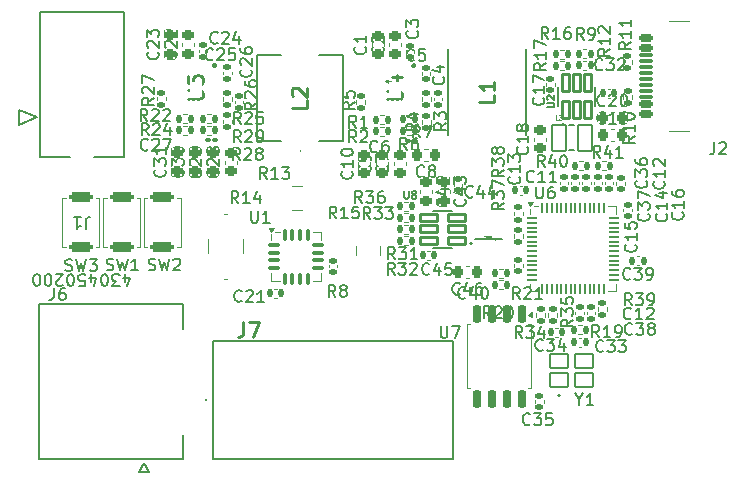
<source format=gbr>
%TF.GenerationSoftware,KiCad,Pcbnew,8.99.0-3334-g98ae574c78*%
%TF.CreationDate,2024-12-09T23:46:28-05:00*%
%TF.ProjectId,SmartPowerBoard,536d6172-7450-46f7-9765-72426f617264,rev?*%
%TF.SameCoordinates,Original*%
%TF.FileFunction,Legend,Top*%
%TF.FilePolarity,Positive*%
%FSLAX46Y46*%
G04 Gerber Fmt 4.6, Leading zero omitted, Abs format (unit mm)*
G04 Created by KiCad (PCBNEW 8.99.0-3334-g98ae574c78) date 2024-12-09 23:46:28*
%MOMM*%
%LPD*%
G01*
G04 APERTURE LIST*
G04 Aperture macros list*
%AMRoundRect*
0 Rectangle with rounded corners*
0 $1 Rounding radius*
0 $2 $3 $4 $5 $6 $7 $8 $9 X,Y pos of 4 corners*
0 Add a 4 corners polygon primitive as box body*
4,1,4,$2,$3,$4,$5,$6,$7,$8,$9,$2,$3,0*
0 Add four circle primitives for the rounded corners*
1,1,$1+$1,$2,$3*
1,1,$1+$1,$4,$5*
1,1,$1+$1,$6,$7*
1,1,$1+$1,$8,$9*
0 Add four rect primitives between the rounded corners*
20,1,$1+$1,$2,$3,$4,$5,0*
20,1,$1+$1,$4,$5,$6,$7,0*
20,1,$1+$1,$6,$7,$8,$9,0*
20,1,$1+$1,$8,$9,$2,$3,0*%
G04 Aperture macros list end*
%ADD10C,0.150000*%
%ADD11C,0.254000*%
%ADD12C,0.098425*%
%ADD13C,0.120000*%
%ADD14C,0.225000*%
%ADD15C,0.200000*%
%ADD16C,0.127000*%
%ADD17C,0.100000*%
%ADD18C,0.152400*%
%ADD19C,1.576200*%
%ADD20C,0.836200*%
%ADD21C,0.010000*%
%ADD22RoundRect,0.135000X-0.185000X0.135000X-0.185000X-0.135000X0.185000X-0.135000X0.185000X0.135000X0*%
%ADD23RoundRect,0.135000X0.135000X0.185000X-0.135000X0.185000X-0.135000X-0.185000X0.135000X-0.185000X0*%
%ADD24R,0.250000X0.850000*%
%ADD25R,0.850000X0.250000*%
%ADD26R,1.075000X1.026000*%
%ADD27RoundRect,0.135000X-0.135000X-0.185000X0.135000X-0.185000X0.135000X0.185000X-0.135000X0.185000X0*%
%ADD28RoundRect,0.140000X0.170000X-0.140000X0.170000X0.140000X-0.170000X0.140000X-0.170000X-0.140000X0*%
%ADD29RoundRect,0.140000X-0.140000X-0.170000X0.140000X-0.170000X0.140000X0.170000X-0.140000X0.170000X0*%
%ADD30RoundRect,0.135000X0.185000X-0.135000X0.185000X0.135000X-0.185000X0.135000X-0.185000X-0.135000X0*%
%ADD31RoundRect,0.140000X0.140000X0.170000X-0.140000X0.170000X-0.140000X-0.170000X0.140000X-0.170000X0*%
%ADD32R,3.200000X2.850000*%
%ADD33RoundRect,0.140000X-0.170000X0.140000X-0.170000X-0.140000X0.170000X-0.140000X0.170000X0.140000X0*%
%ADD34RoundRect,0.225000X0.250000X-0.225000X0.250000X0.225000X-0.250000X0.225000X-0.250000X-0.225000X0*%
%ADD35RoundRect,0.099250X0.727750X0.297750X-0.727750X0.297750X-0.727750X-0.297750X0.727750X-0.297750X0*%
%ADD36RoundRect,0.100000X0.130000X0.100000X-0.130000X0.100000X-0.130000X-0.100000X0.130000X-0.100000X0*%
%ADD37C,3.000000*%
%ADD38RoundRect,0.087500X-0.425000X-0.087500X0.425000X-0.087500X0.425000X0.087500X-0.425000X0.087500X0*%
%ADD39RoundRect,0.087500X-0.087500X-0.425000X0.087500X-0.425000X0.087500X0.425000X-0.087500X0.425000X0*%
%ADD40R,2.100000X2.100000*%
%ADD41C,2.100000*%
%ADD42RoundRect,0.200000X0.800000X-0.200000X0.800000X0.200000X-0.800000X0.200000X-0.800000X-0.200000X0*%
%ADD43RoundRect,0.225000X-0.225000X-0.250000X0.225000X-0.250000X0.225000X0.250000X-0.225000X0.250000X0*%
%ADD44C,2.999999*%
%ADD45R,1.520000X1.520000*%
%ADD46C,1.520000*%
%ADD47R,1.550000X2.550000*%
%ADD48R,2.400000X1.500000*%
%ADD49RoundRect,0.225000X0.225000X0.250000X-0.225000X0.250000X-0.225000X-0.250000X0.225000X-0.250000X0*%
%ADD50RoundRect,0.225000X-0.250000X0.225000X-0.250000X-0.225000X0.250000X-0.225000X0.250000X0.225000X0*%
%ADD51RoundRect,0.099250X0.297750X-0.727750X0.297750X0.727750X-0.297750X0.727750X-0.297750X-0.727750X0*%
%ADD52RoundRect,0.102000X0.750000X-0.600000X0.750000X0.600000X-0.750000X0.600000X-0.750000X-0.600000X0*%
%ADD53RoundRect,0.050000X-0.387500X-0.050000X0.387500X-0.050000X0.387500X0.050000X-0.387500X0.050000X0*%
%ADD54RoundRect,0.050000X-0.050000X-0.387500X0.050000X-0.387500X0.050000X0.387500X-0.050000X0.387500X0*%
%ADD55R,3.200000X3.200000*%
%ADD56R,1.750000X1.100000*%
%ADD57R,2.800000X1.850000*%
%ADD58RoundRect,0.102000X0.580000X1.085000X-0.580000X1.085000X-0.580000X-1.085000X0.580000X-1.085000X0*%
%ADD59RoundRect,0.150000X-0.150000X0.650000X-0.150000X-0.650000X0.150000X-0.650000X0.150000X0.650000X0*%
%ADD60C,0.650000*%
%ADD61RoundRect,0.150000X0.425000X-0.150000X0.425000X0.150000X-0.425000X0.150000X-0.425000X-0.150000X0*%
%ADD62RoundRect,0.075000X0.500000X-0.075000X0.500000X0.075000X-0.500000X0.075000X-0.500000X-0.075000X0*%
%ADD63O,2.100000X1.000000*%
%ADD64O,1.800000X1.000000*%
%ADD65R,1.100000X1.750000*%
G04 APERTURE END LIST*
D10*
X183929819Y-81852857D02*
X183453628Y-82186190D01*
X183929819Y-82424285D02*
X182929819Y-82424285D01*
X182929819Y-82424285D02*
X182929819Y-82043333D01*
X182929819Y-82043333D02*
X182977438Y-81948095D01*
X182977438Y-81948095D02*
X183025057Y-81900476D01*
X183025057Y-81900476D02*
X183120295Y-81852857D01*
X183120295Y-81852857D02*
X183263152Y-81852857D01*
X183263152Y-81852857D02*
X183358390Y-81900476D01*
X183358390Y-81900476D02*
X183406009Y-81948095D01*
X183406009Y-81948095D02*
X183453628Y-82043333D01*
X183453628Y-82043333D02*
X183453628Y-82424285D01*
X183929819Y-80900476D02*
X183929819Y-81471904D01*
X183929819Y-81186190D02*
X182929819Y-81186190D01*
X182929819Y-81186190D02*
X183072676Y-81281428D01*
X183072676Y-81281428D02*
X183167914Y-81376666D01*
X183167914Y-81376666D02*
X183215533Y-81471904D01*
X182929819Y-80281428D02*
X182929819Y-80186190D01*
X182929819Y-80186190D02*
X182977438Y-80090952D01*
X182977438Y-80090952D02*
X183025057Y-80043333D01*
X183025057Y-80043333D02*
X183120295Y-79995714D01*
X183120295Y-79995714D02*
X183310771Y-79948095D01*
X183310771Y-79948095D02*
X183548866Y-79948095D01*
X183548866Y-79948095D02*
X183739342Y-79995714D01*
X183739342Y-79995714D02*
X183834580Y-80043333D01*
X183834580Y-80043333D02*
X183882200Y-80090952D01*
X183882200Y-80090952D02*
X183929819Y-80186190D01*
X183929819Y-80186190D02*
X183929819Y-80281428D01*
X183929819Y-80281428D02*
X183882200Y-80376666D01*
X183882200Y-80376666D02*
X183834580Y-80424285D01*
X183834580Y-80424285D02*
X183739342Y-80471904D01*
X183739342Y-80471904D02*
X183548866Y-80519523D01*
X183548866Y-80519523D02*
X183310771Y-80519523D01*
X183310771Y-80519523D02*
X183120295Y-80471904D01*
X183120295Y-80471904D02*
X183025057Y-80424285D01*
X183025057Y-80424285D02*
X182977438Y-80376666D01*
X182977438Y-80376666D02*
X182929819Y-80281428D01*
X160333333Y-82404819D02*
X160000000Y-81928628D01*
X159761905Y-82404819D02*
X159761905Y-81404819D01*
X159761905Y-81404819D02*
X160142857Y-81404819D01*
X160142857Y-81404819D02*
X160238095Y-81452438D01*
X160238095Y-81452438D02*
X160285714Y-81500057D01*
X160285714Y-81500057D02*
X160333333Y-81595295D01*
X160333333Y-81595295D02*
X160333333Y-81738152D01*
X160333333Y-81738152D02*
X160285714Y-81833390D01*
X160285714Y-81833390D02*
X160238095Y-81881009D01*
X160238095Y-81881009D02*
X160142857Y-81928628D01*
X160142857Y-81928628D02*
X159761905Y-81928628D01*
X160714286Y-81500057D02*
X160761905Y-81452438D01*
X160761905Y-81452438D02*
X160857143Y-81404819D01*
X160857143Y-81404819D02*
X161095238Y-81404819D01*
X161095238Y-81404819D02*
X161190476Y-81452438D01*
X161190476Y-81452438D02*
X161238095Y-81500057D01*
X161238095Y-81500057D02*
X161285714Y-81595295D01*
X161285714Y-81595295D02*
X161285714Y-81690533D01*
X161285714Y-81690533D02*
X161238095Y-81833390D01*
X161238095Y-81833390D02*
X160666667Y-82404819D01*
X160666667Y-82404819D02*
X161285714Y-82404819D01*
D11*
X146069318Y-78737619D02*
X147097413Y-78737619D01*
X147097413Y-78737619D02*
X147218365Y-78677142D01*
X147218365Y-78677142D02*
X147278842Y-78616666D01*
X147278842Y-78616666D02*
X147339318Y-78495714D01*
X147339318Y-78495714D02*
X147339318Y-78253809D01*
X147339318Y-78253809D02*
X147278842Y-78132857D01*
X147278842Y-78132857D02*
X147218365Y-78072380D01*
X147218365Y-78072380D02*
X147097413Y-78011904D01*
X147097413Y-78011904D02*
X146069318Y-78011904D01*
X146069318Y-76802381D02*
X146069318Y-77407143D01*
X146069318Y-77407143D02*
X146674080Y-77467619D01*
X146674080Y-77467619D02*
X146613603Y-77407143D01*
X146613603Y-77407143D02*
X146553127Y-77286190D01*
X146553127Y-77286190D02*
X146553127Y-76983809D01*
X146553127Y-76983809D02*
X146613603Y-76862857D01*
X146613603Y-76862857D02*
X146674080Y-76802381D01*
X146674080Y-76802381D02*
X146795032Y-76741904D01*
X146795032Y-76741904D02*
X147097413Y-76741904D01*
X147097413Y-76741904D02*
X147218365Y-76802381D01*
X147218365Y-76802381D02*
X147278842Y-76862857D01*
X147278842Y-76862857D02*
X147339318Y-76983809D01*
X147339318Y-76983809D02*
X147339318Y-77286190D01*
X147339318Y-77286190D02*
X147278842Y-77407143D01*
X147278842Y-77407143D02*
X147218365Y-77467619D01*
D10*
X171707142Y-97304819D02*
X171373809Y-96828628D01*
X171135714Y-97304819D02*
X171135714Y-96304819D01*
X171135714Y-96304819D02*
X171516666Y-96304819D01*
X171516666Y-96304819D02*
X171611904Y-96352438D01*
X171611904Y-96352438D02*
X171659523Y-96400057D01*
X171659523Y-96400057D02*
X171707142Y-96495295D01*
X171707142Y-96495295D02*
X171707142Y-96638152D01*
X171707142Y-96638152D02*
X171659523Y-96733390D01*
X171659523Y-96733390D02*
X171611904Y-96781009D01*
X171611904Y-96781009D02*
X171516666Y-96828628D01*
X171516666Y-96828628D02*
X171135714Y-96828628D01*
X172088095Y-96400057D02*
X172135714Y-96352438D01*
X172135714Y-96352438D02*
X172230952Y-96304819D01*
X172230952Y-96304819D02*
X172469047Y-96304819D01*
X172469047Y-96304819D02*
X172564285Y-96352438D01*
X172564285Y-96352438D02*
X172611904Y-96400057D01*
X172611904Y-96400057D02*
X172659523Y-96495295D01*
X172659523Y-96495295D02*
X172659523Y-96590533D01*
X172659523Y-96590533D02*
X172611904Y-96733390D01*
X172611904Y-96733390D02*
X172040476Y-97304819D01*
X172040476Y-97304819D02*
X172659523Y-97304819D01*
X173278571Y-96304819D02*
X173373809Y-96304819D01*
X173373809Y-96304819D02*
X173469047Y-96352438D01*
X173469047Y-96352438D02*
X173516666Y-96400057D01*
X173516666Y-96400057D02*
X173564285Y-96495295D01*
X173564285Y-96495295D02*
X173611904Y-96685771D01*
X173611904Y-96685771D02*
X173611904Y-96923866D01*
X173611904Y-96923866D02*
X173564285Y-97114342D01*
X173564285Y-97114342D02*
X173516666Y-97209580D01*
X173516666Y-97209580D02*
X173469047Y-97257200D01*
X173469047Y-97257200D02*
X173373809Y-97304819D01*
X173373809Y-97304819D02*
X173278571Y-97304819D01*
X173278571Y-97304819D02*
X173183333Y-97257200D01*
X173183333Y-97257200D02*
X173135714Y-97209580D01*
X173135714Y-97209580D02*
X173088095Y-97114342D01*
X173088095Y-97114342D02*
X173040476Y-96923866D01*
X173040476Y-96923866D02*
X173040476Y-96685771D01*
X173040476Y-96685771D02*
X173088095Y-96495295D01*
X173088095Y-96495295D02*
X173135714Y-96400057D01*
X173135714Y-96400057D02*
X173183333Y-96352438D01*
X173183333Y-96352438D02*
X173278571Y-96304819D01*
X148607142Y-73964580D02*
X148559523Y-74012200D01*
X148559523Y-74012200D02*
X148416666Y-74059819D01*
X148416666Y-74059819D02*
X148321428Y-74059819D01*
X148321428Y-74059819D02*
X148178571Y-74012200D01*
X148178571Y-74012200D02*
X148083333Y-73916961D01*
X148083333Y-73916961D02*
X148035714Y-73821723D01*
X148035714Y-73821723D02*
X147988095Y-73631247D01*
X147988095Y-73631247D02*
X147988095Y-73488390D01*
X147988095Y-73488390D02*
X148035714Y-73297914D01*
X148035714Y-73297914D02*
X148083333Y-73202676D01*
X148083333Y-73202676D02*
X148178571Y-73107438D01*
X148178571Y-73107438D02*
X148321428Y-73059819D01*
X148321428Y-73059819D02*
X148416666Y-73059819D01*
X148416666Y-73059819D02*
X148559523Y-73107438D01*
X148559523Y-73107438D02*
X148607142Y-73155057D01*
X148988095Y-73155057D02*
X149035714Y-73107438D01*
X149035714Y-73107438D02*
X149130952Y-73059819D01*
X149130952Y-73059819D02*
X149369047Y-73059819D01*
X149369047Y-73059819D02*
X149464285Y-73107438D01*
X149464285Y-73107438D02*
X149511904Y-73155057D01*
X149511904Y-73155057D02*
X149559523Y-73250295D01*
X149559523Y-73250295D02*
X149559523Y-73345533D01*
X149559523Y-73345533D02*
X149511904Y-73488390D01*
X149511904Y-73488390D02*
X148940476Y-74059819D01*
X148940476Y-74059819D02*
X149559523Y-74059819D01*
X150416666Y-73393152D02*
X150416666Y-74059819D01*
X150178571Y-73012200D02*
X149940476Y-73726485D01*
X149940476Y-73726485D02*
X150559523Y-73726485D01*
X181182142Y-76209580D02*
X181134523Y-76257200D01*
X181134523Y-76257200D02*
X180991666Y-76304819D01*
X180991666Y-76304819D02*
X180896428Y-76304819D01*
X180896428Y-76304819D02*
X180753571Y-76257200D01*
X180753571Y-76257200D02*
X180658333Y-76161961D01*
X180658333Y-76161961D02*
X180610714Y-76066723D01*
X180610714Y-76066723D02*
X180563095Y-75876247D01*
X180563095Y-75876247D02*
X180563095Y-75733390D01*
X180563095Y-75733390D02*
X180610714Y-75542914D01*
X180610714Y-75542914D02*
X180658333Y-75447676D01*
X180658333Y-75447676D02*
X180753571Y-75352438D01*
X180753571Y-75352438D02*
X180896428Y-75304819D01*
X180896428Y-75304819D02*
X180991666Y-75304819D01*
X180991666Y-75304819D02*
X181134523Y-75352438D01*
X181134523Y-75352438D02*
X181182142Y-75400057D01*
X181515476Y-75304819D02*
X182134523Y-75304819D01*
X182134523Y-75304819D02*
X181801190Y-75685771D01*
X181801190Y-75685771D02*
X181944047Y-75685771D01*
X181944047Y-75685771D02*
X182039285Y-75733390D01*
X182039285Y-75733390D02*
X182086904Y-75781009D01*
X182086904Y-75781009D02*
X182134523Y-75876247D01*
X182134523Y-75876247D02*
X182134523Y-76114342D01*
X182134523Y-76114342D02*
X182086904Y-76209580D01*
X182086904Y-76209580D02*
X182039285Y-76257200D01*
X182039285Y-76257200D02*
X181944047Y-76304819D01*
X181944047Y-76304819D02*
X181658333Y-76304819D01*
X181658333Y-76304819D02*
X181563095Y-76257200D01*
X181563095Y-76257200D02*
X181515476Y-76209580D01*
X182515476Y-75400057D02*
X182563095Y-75352438D01*
X182563095Y-75352438D02*
X182658333Y-75304819D01*
X182658333Y-75304819D02*
X182896428Y-75304819D01*
X182896428Y-75304819D02*
X182991666Y-75352438D01*
X182991666Y-75352438D02*
X183039285Y-75400057D01*
X183039285Y-75400057D02*
X183086904Y-75495295D01*
X183086904Y-75495295D02*
X183086904Y-75590533D01*
X183086904Y-75590533D02*
X183039285Y-75733390D01*
X183039285Y-75733390D02*
X182467857Y-76304819D01*
X182467857Y-76304819D02*
X183086904Y-76304819D01*
X180907142Y-98904819D02*
X180573809Y-98428628D01*
X180335714Y-98904819D02*
X180335714Y-97904819D01*
X180335714Y-97904819D02*
X180716666Y-97904819D01*
X180716666Y-97904819D02*
X180811904Y-97952438D01*
X180811904Y-97952438D02*
X180859523Y-98000057D01*
X180859523Y-98000057D02*
X180907142Y-98095295D01*
X180907142Y-98095295D02*
X180907142Y-98238152D01*
X180907142Y-98238152D02*
X180859523Y-98333390D01*
X180859523Y-98333390D02*
X180811904Y-98381009D01*
X180811904Y-98381009D02*
X180716666Y-98428628D01*
X180716666Y-98428628D02*
X180335714Y-98428628D01*
X181859523Y-98904819D02*
X181288095Y-98904819D01*
X181573809Y-98904819D02*
X181573809Y-97904819D01*
X181573809Y-97904819D02*
X181478571Y-98047676D01*
X181478571Y-98047676D02*
X181383333Y-98142914D01*
X181383333Y-98142914D02*
X181288095Y-98190533D01*
X182335714Y-98904819D02*
X182526190Y-98904819D01*
X182526190Y-98904819D02*
X182621428Y-98857200D01*
X182621428Y-98857200D02*
X182669047Y-98809580D01*
X182669047Y-98809580D02*
X182764285Y-98666723D01*
X182764285Y-98666723D02*
X182811904Y-98476247D01*
X182811904Y-98476247D02*
X182811904Y-98095295D01*
X182811904Y-98095295D02*
X182764285Y-98000057D01*
X182764285Y-98000057D02*
X182716666Y-97952438D01*
X182716666Y-97952438D02*
X182621428Y-97904819D01*
X182621428Y-97904819D02*
X182430952Y-97904819D01*
X182430952Y-97904819D02*
X182335714Y-97952438D01*
X182335714Y-97952438D02*
X182288095Y-98000057D01*
X182288095Y-98000057D02*
X182240476Y-98095295D01*
X182240476Y-98095295D02*
X182240476Y-98333390D01*
X182240476Y-98333390D02*
X182288095Y-98428628D01*
X182288095Y-98428628D02*
X182335714Y-98476247D01*
X182335714Y-98476247D02*
X182430952Y-98523866D01*
X182430952Y-98523866D02*
X182621428Y-98523866D01*
X182621428Y-98523866D02*
X182716666Y-98476247D01*
X182716666Y-98476247D02*
X182764285Y-98428628D01*
X182764285Y-98428628D02*
X182811904Y-98333390D01*
X151904819Y-79042857D02*
X151428628Y-79376190D01*
X151904819Y-79614285D02*
X150904819Y-79614285D01*
X150904819Y-79614285D02*
X150904819Y-79233333D01*
X150904819Y-79233333D02*
X150952438Y-79138095D01*
X150952438Y-79138095D02*
X151000057Y-79090476D01*
X151000057Y-79090476D02*
X151095295Y-79042857D01*
X151095295Y-79042857D02*
X151238152Y-79042857D01*
X151238152Y-79042857D02*
X151333390Y-79090476D01*
X151333390Y-79090476D02*
X151381009Y-79138095D01*
X151381009Y-79138095D02*
X151428628Y-79233333D01*
X151428628Y-79233333D02*
X151428628Y-79614285D01*
X151000057Y-78661904D02*
X150952438Y-78614285D01*
X150952438Y-78614285D02*
X150904819Y-78519047D01*
X150904819Y-78519047D02*
X150904819Y-78280952D01*
X150904819Y-78280952D02*
X150952438Y-78185714D01*
X150952438Y-78185714D02*
X151000057Y-78138095D01*
X151000057Y-78138095D02*
X151095295Y-78090476D01*
X151095295Y-78090476D02*
X151190533Y-78090476D01*
X151190533Y-78090476D02*
X151333390Y-78138095D01*
X151333390Y-78138095D02*
X151904819Y-78709523D01*
X151904819Y-78709523D02*
X151904819Y-78090476D01*
X150904819Y-77233333D02*
X150904819Y-77423809D01*
X150904819Y-77423809D02*
X150952438Y-77519047D01*
X150952438Y-77519047D02*
X151000057Y-77566666D01*
X151000057Y-77566666D02*
X151142914Y-77661904D01*
X151142914Y-77661904D02*
X151333390Y-77709523D01*
X151333390Y-77709523D02*
X151714342Y-77709523D01*
X151714342Y-77709523D02*
X151809580Y-77661904D01*
X151809580Y-77661904D02*
X151857200Y-77614285D01*
X151857200Y-77614285D02*
X151904819Y-77519047D01*
X151904819Y-77519047D02*
X151904819Y-77328571D01*
X151904819Y-77328571D02*
X151857200Y-77233333D01*
X151857200Y-77233333D02*
X151809580Y-77185714D01*
X151809580Y-77185714D02*
X151714342Y-77138095D01*
X151714342Y-77138095D02*
X151476247Y-77138095D01*
X151476247Y-77138095D02*
X151381009Y-77185714D01*
X151381009Y-77185714D02*
X151333390Y-77233333D01*
X151333390Y-77233333D02*
X151285771Y-77328571D01*
X151285771Y-77328571D02*
X151285771Y-77519047D01*
X151285771Y-77519047D02*
X151333390Y-77614285D01*
X151333390Y-77614285D02*
X151381009Y-77661904D01*
X151381009Y-77661904D02*
X151476247Y-77709523D01*
X166532142Y-93534580D02*
X166484523Y-93582200D01*
X166484523Y-93582200D02*
X166341666Y-93629819D01*
X166341666Y-93629819D02*
X166246428Y-93629819D01*
X166246428Y-93629819D02*
X166103571Y-93582200D01*
X166103571Y-93582200D02*
X166008333Y-93486961D01*
X166008333Y-93486961D02*
X165960714Y-93391723D01*
X165960714Y-93391723D02*
X165913095Y-93201247D01*
X165913095Y-93201247D02*
X165913095Y-93058390D01*
X165913095Y-93058390D02*
X165960714Y-92867914D01*
X165960714Y-92867914D02*
X166008333Y-92772676D01*
X166008333Y-92772676D02*
X166103571Y-92677438D01*
X166103571Y-92677438D02*
X166246428Y-92629819D01*
X166246428Y-92629819D02*
X166341666Y-92629819D01*
X166341666Y-92629819D02*
X166484523Y-92677438D01*
X166484523Y-92677438D02*
X166532142Y-92725057D01*
X167389285Y-92963152D02*
X167389285Y-93629819D01*
X167151190Y-92582200D02*
X166913095Y-93296485D01*
X166913095Y-93296485D02*
X167532142Y-93296485D01*
X168389285Y-92629819D02*
X167913095Y-92629819D01*
X167913095Y-92629819D02*
X167865476Y-93106009D01*
X167865476Y-93106009D02*
X167913095Y-93058390D01*
X167913095Y-93058390D02*
X168008333Y-93010771D01*
X168008333Y-93010771D02*
X168246428Y-93010771D01*
X168246428Y-93010771D02*
X168341666Y-93058390D01*
X168341666Y-93058390D02*
X168389285Y-93106009D01*
X168389285Y-93106009D02*
X168436904Y-93201247D01*
X168436904Y-93201247D02*
X168436904Y-93439342D01*
X168436904Y-93439342D02*
X168389285Y-93534580D01*
X168389285Y-93534580D02*
X168341666Y-93582200D01*
X168341666Y-93582200D02*
X168246428Y-93629819D01*
X168246428Y-93629819D02*
X168008333Y-93629819D01*
X168008333Y-93629819D02*
X167913095Y-93582200D01*
X167913095Y-93582200D02*
X167865476Y-93534580D01*
D11*
X172024318Y-78361666D02*
X172024318Y-78966428D01*
X172024318Y-78966428D02*
X170754318Y-78966428D01*
X172024318Y-77273094D02*
X172024318Y-77998809D01*
X172024318Y-77635952D02*
X170754318Y-77635952D01*
X170754318Y-77635952D02*
X170935746Y-77756904D01*
X170935746Y-77756904D02*
X171056699Y-77877856D01*
X171056699Y-77877856D02*
X171117175Y-77998809D01*
D10*
X184884580Y-85642857D02*
X184932200Y-85690476D01*
X184932200Y-85690476D02*
X184979819Y-85833333D01*
X184979819Y-85833333D02*
X184979819Y-85928571D01*
X184979819Y-85928571D02*
X184932200Y-86071428D01*
X184932200Y-86071428D02*
X184836961Y-86166666D01*
X184836961Y-86166666D02*
X184741723Y-86214285D01*
X184741723Y-86214285D02*
X184551247Y-86261904D01*
X184551247Y-86261904D02*
X184408390Y-86261904D01*
X184408390Y-86261904D02*
X184217914Y-86214285D01*
X184217914Y-86214285D02*
X184122676Y-86166666D01*
X184122676Y-86166666D02*
X184027438Y-86071428D01*
X184027438Y-86071428D02*
X183979819Y-85928571D01*
X183979819Y-85928571D02*
X183979819Y-85833333D01*
X183979819Y-85833333D02*
X184027438Y-85690476D01*
X184027438Y-85690476D02*
X184075057Y-85642857D01*
X183979819Y-85309523D02*
X183979819Y-84690476D01*
X183979819Y-84690476D02*
X184360771Y-85023809D01*
X184360771Y-85023809D02*
X184360771Y-84880952D01*
X184360771Y-84880952D02*
X184408390Y-84785714D01*
X184408390Y-84785714D02*
X184456009Y-84738095D01*
X184456009Y-84738095D02*
X184551247Y-84690476D01*
X184551247Y-84690476D02*
X184789342Y-84690476D01*
X184789342Y-84690476D02*
X184884580Y-84738095D01*
X184884580Y-84738095D02*
X184932200Y-84785714D01*
X184932200Y-84785714D02*
X184979819Y-84880952D01*
X184979819Y-84880952D02*
X184979819Y-85166666D01*
X184979819Y-85166666D02*
X184932200Y-85261904D01*
X184932200Y-85261904D02*
X184884580Y-85309523D01*
X183979819Y-83833333D02*
X183979819Y-84023809D01*
X183979819Y-84023809D02*
X184027438Y-84119047D01*
X184027438Y-84119047D02*
X184075057Y-84166666D01*
X184075057Y-84166666D02*
X184217914Y-84261904D01*
X184217914Y-84261904D02*
X184408390Y-84309523D01*
X184408390Y-84309523D02*
X184789342Y-84309523D01*
X184789342Y-84309523D02*
X184884580Y-84261904D01*
X184884580Y-84261904D02*
X184932200Y-84214285D01*
X184932200Y-84214285D02*
X184979819Y-84119047D01*
X184979819Y-84119047D02*
X184979819Y-83928571D01*
X184979819Y-83928571D02*
X184932200Y-83833333D01*
X184932200Y-83833333D02*
X184884580Y-83785714D01*
X184884580Y-83785714D02*
X184789342Y-83738095D01*
X184789342Y-83738095D02*
X184551247Y-83738095D01*
X184551247Y-83738095D02*
X184456009Y-83785714D01*
X184456009Y-83785714D02*
X184408390Y-83833333D01*
X184408390Y-83833333D02*
X184360771Y-83928571D01*
X184360771Y-83928571D02*
X184360771Y-84119047D01*
X184360771Y-84119047D02*
X184408390Y-84214285D01*
X184408390Y-84214285D02*
X184456009Y-84261904D01*
X184456009Y-84261904D02*
X184551247Y-84309523D01*
X145629580Y-84717857D02*
X145677200Y-84765476D01*
X145677200Y-84765476D02*
X145724819Y-84908333D01*
X145724819Y-84908333D02*
X145724819Y-85003571D01*
X145724819Y-85003571D02*
X145677200Y-85146428D01*
X145677200Y-85146428D02*
X145581961Y-85241666D01*
X145581961Y-85241666D02*
X145486723Y-85289285D01*
X145486723Y-85289285D02*
X145296247Y-85336904D01*
X145296247Y-85336904D02*
X145153390Y-85336904D01*
X145153390Y-85336904D02*
X144962914Y-85289285D01*
X144962914Y-85289285D02*
X144867676Y-85241666D01*
X144867676Y-85241666D02*
X144772438Y-85146428D01*
X144772438Y-85146428D02*
X144724819Y-85003571D01*
X144724819Y-85003571D02*
X144724819Y-84908333D01*
X144724819Y-84908333D02*
X144772438Y-84765476D01*
X144772438Y-84765476D02*
X144820057Y-84717857D01*
X144724819Y-84384523D02*
X144724819Y-83765476D01*
X144724819Y-83765476D02*
X145105771Y-84098809D01*
X145105771Y-84098809D02*
X145105771Y-83955952D01*
X145105771Y-83955952D02*
X145153390Y-83860714D01*
X145153390Y-83860714D02*
X145201009Y-83813095D01*
X145201009Y-83813095D02*
X145296247Y-83765476D01*
X145296247Y-83765476D02*
X145534342Y-83765476D01*
X145534342Y-83765476D02*
X145629580Y-83813095D01*
X145629580Y-83813095D02*
X145677200Y-83860714D01*
X145677200Y-83860714D02*
X145724819Y-83955952D01*
X145724819Y-83955952D02*
X145724819Y-84241666D01*
X145724819Y-84241666D02*
X145677200Y-84336904D01*
X145677200Y-84336904D02*
X145629580Y-84384523D01*
X144724819Y-83146428D02*
X144724819Y-83051190D01*
X144724819Y-83051190D02*
X144772438Y-82955952D01*
X144772438Y-82955952D02*
X144820057Y-82908333D01*
X144820057Y-82908333D02*
X144915295Y-82860714D01*
X144915295Y-82860714D02*
X145105771Y-82813095D01*
X145105771Y-82813095D02*
X145343866Y-82813095D01*
X145343866Y-82813095D02*
X145534342Y-82860714D01*
X145534342Y-82860714D02*
X145629580Y-82908333D01*
X145629580Y-82908333D02*
X145677200Y-82955952D01*
X145677200Y-82955952D02*
X145724819Y-83051190D01*
X145724819Y-83051190D02*
X145724819Y-83146428D01*
X145724819Y-83146428D02*
X145677200Y-83241666D01*
X145677200Y-83241666D02*
X145629580Y-83289285D01*
X145629580Y-83289285D02*
X145534342Y-83336904D01*
X145534342Y-83336904D02*
X145343866Y-83384523D01*
X145343866Y-83384523D02*
X145105771Y-83384523D01*
X145105771Y-83384523D02*
X144915295Y-83336904D01*
X144915295Y-83336904D02*
X144820057Y-83289285D01*
X144820057Y-83289285D02*
X144772438Y-83241666D01*
X144772438Y-83241666D02*
X144724819Y-83146428D01*
X185084580Y-88442857D02*
X185132200Y-88490476D01*
X185132200Y-88490476D02*
X185179819Y-88633333D01*
X185179819Y-88633333D02*
X185179819Y-88728571D01*
X185179819Y-88728571D02*
X185132200Y-88871428D01*
X185132200Y-88871428D02*
X185036961Y-88966666D01*
X185036961Y-88966666D02*
X184941723Y-89014285D01*
X184941723Y-89014285D02*
X184751247Y-89061904D01*
X184751247Y-89061904D02*
X184608390Y-89061904D01*
X184608390Y-89061904D02*
X184417914Y-89014285D01*
X184417914Y-89014285D02*
X184322676Y-88966666D01*
X184322676Y-88966666D02*
X184227438Y-88871428D01*
X184227438Y-88871428D02*
X184179819Y-88728571D01*
X184179819Y-88728571D02*
X184179819Y-88633333D01*
X184179819Y-88633333D02*
X184227438Y-88490476D01*
X184227438Y-88490476D02*
X184275057Y-88442857D01*
X184179819Y-88109523D02*
X184179819Y-87490476D01*
X184179819Y-87490476D02*
X184560771Y-87823809D01*
X184560771Y-87823809D02*
X184560771Y-87680952D01*
X184560771Y-87680952D02*
X184608390Y-87585714D01*
X184608390Y-87585714D02*
X184656009Y-87538095D01*
X184656009Y-87538095D02*
X184751247Y-87490476D01*
X184751247Y-87490476D02*
X184989342Y-87490476D01*
X184989342Y-87490476D02*
X185084580Y-87538095D01*
X185084580Y-87538095D02*
X185132200Y-87585714D01*
X185132200Y-87585714D02*
X185179819Y-87680952D01*
X185179819Y-87680952D02*
X185179819Y-87966666D01*
X185179819Y-87966666D02*
X185132200Y-88061904D01*
X185132200Y-88061904D02*
X185084580Y-88109523D01*
X184179819Y-87157142D02*
X184179819Y-86490476D01*
X184179819Y-86490476D02*
X185179819Y-86919047D01*
X164412380Y-86523276D02*
X164412380Y-87041371D01*
X164412380Y-87041371D02*
X164442857Y-87102323D01*
X164442857Y-87102323D02*
X164473333Y-87132800D01*
X164473333Y-87132800D02*
X164534285Y-87163276D01*
X164534285Y-87163276D02*
X164656190Y-87163276D01*
X164656190Y-87163276D02*
X164717142Y-87132800D01*
X164717142Y-87132800D02*
X164747619Y-87102323D01*
X164747619Y-87102323D02*
X164778095Y-87041371D01*
X164778095Y-87041371D02*
X164778095Y-86523276D01*
X165174285Y-86797561D02*
X165113333Y-86767085D01*
X165113333Y-86767085D02*
X165082856Y-86736609D01*
X165082856Y-86736609D02*
X165052380Y-86675657D01*
X165052380Y-86675657D02*
X165052380Y-86645180D01*
X165052380Y-86645180D02*
X165082856Y-86584228D01*
X165082856Y-86584228D02*
X165113333Y-86553752D01*
X165113333Y-86553752D02*
X165174285Y-86523276D01*
X165174285Y-86523276D02*
X165296190Y-86523276D01*
X165296190Y-86523276D02*
X165357142Y-86553752D01*
X165357142Y-86553752D02*
X165387618Y-86584228D01*
X165387618Y-86584228D02*
X165418095Y-86645180D01*
X165418095Y-86645180D02*
X165418095Y-86675657D01*
X165418095Y-86675657D02*
X165387618Y-86736609D01*
X165387618Y-86736609D02*
X165357142Y-86767085D01*
X165357142Y-86767085D02*
X165296190Y-86797561D01*
X165296190Y-86797561D02*
X165174285Y-86797561D01*
X165174285Y-86797561D02*
X165113333Y-86828038D01*
X165113333Y-86828038D02*
X165082856Y-86858514D01*
X165082856Y-86858514D02*
X165052380Y-86919466D01*
X165052380Y-86919466D02*
X165052380Y-87041371D01*
X165052380Y-87041371D02*
X165082856Y-87102323D01*
X165082856Y-87102323D02*
X165113333Y-87132800D01*
X165113333Y-87132800D02*
X165174285Y-87163276D01*
X165174285Y-87163276D02*
X165296190Y-87163276D01*
X165296190Y-87163276D02*
X165357142Y-87132800D01*
X165357142Y-87132800D02*
X165387618Y-87102323D01*
X165387618Y-87102323D02*
X165418095Y-87041371D01*
X165418095Y-87041371D02*
X165418095Y-86919466D01*
X165418095Y-86919466D02*
X165387618Y-86858514D01*
X165387618Y-86858514D02*
X165357142Y-86828038D01*
X165357142Y-86828038D02*
X165296190Y-86797561D01*
X174407142Y-98979819D02*
X174073809Y-98503628D01*
X173835714Y-98979819D02*
X173835714Y-97979819D01*
X173835714Y-97979819D02*
X174216666Y-97979819D01*
X174216666Y-97979819D02*
X174311904Y-98027438D01*
X174311904Y-98027438D02*
X174359523Y-98075057D01*
X174359523Y-98075057D02*
X174407142Y-98170295D01*
X174407142Y-98170295D02*
X174407142Y-98313152D01*
X174407142Y-98313152D02*
X174359523Y-98408390D01*
X174359523Y-98408390D02*
X174311904Y-98456009D01*
X174311904Y-98456009D02*
X174216666Y-98503628D01*
X174216666Y-98503628D02*
X173835714Y-98503628D01*
X174740476Y-97979819D02*
X175359523Y-97979819D01*
X175359523Y-97979819D02*
X175026190Y-98360771D01*
X175026190Y-98360771D02*
X175169047Y-98360771D01*
X175169047Y-98360771D02*
X175264285Y-98408390D01*
X175264285Y-98408390D02*
X175311904Y-98456009D01*
X175311904Y-98456009D02*
X175359523Y-98551247D01*
X175359523Y-98551247D02*
X175359523Y-98789342D01*
X175359523Y-98789342D02*
X175311904Y-98884580D01*
X175311904Y-98884580D02*
X175264285Y-98932200D01*
X175264285Y-98932200D02*
X175169047Y-98979819D01*
X175169047Y-98979819D02*
X174883333Y-98979819D01*
X174883333Y-98979819D02*
X174788095Y-98932200D01*
X174788095Y-98932200D02*
X174740476Y-98884580D01*
X176216666Y-98313152D02*
X176216666Y-98979819D01*
X175978571Y-97932200D02*
X175740476Y-98646485D01*
X175740476Y-98646485D02*
X176359523Y-98646485D01*
X144129580Y-84717857D02*
X144177200Y-84765476D01*
X144177200Y-84765476D02*
X144224819Y-84908333D01*
X144224819Y-84908333D02*
X144224819Y-85003571D01*
X144224819Y-85003571D02*
X144177200Y-85146428D01*
X144177200Y-85146428D02*
X144081961Y-85241666D01*
X144081961Y-85241666D02*
X143986723Y-85289285D01*
X143986723Y-85289285D02*
X143796247Y-85336904D01*
X143796247Y-85336904D02*
X143653390Y-85336904D01*
X143653390Y-85336904D02*
X143462914Y-85289285D01*
X143462914Y-85289285D02*
X143367676Y-85241666D01*
X143367676Y-85241666D02*
X143272438Y-85146428D01*
X143272438Y-85146428D02*
X143224819Y-85003571D01*
X143224819Y-85003571D02*
X143224819Y-84908333D01*
X143224819Y-84908333D02*
X143272438Y-84765476D01*
X143272438Y-84765476D02*
X143320057Y-84717857D01*
X143224819Y-84384523D02*
X143224819Y-83765476D01*
X143224819Y-83765476D02*
X143605771Y-84098809D01*
X143605771Y-84098809D02*
X143605771Y-83955952D01*
X143605771Y-83955952D02*
X143653390Y-83860714D01*
X143653390Y-83860714D02*
X143701009Y-83813095D01*
X143701009Y-83813095D02*
X143796247Y-83765476D01*
X143796247Y-83765476D02*
X144034342Y-83765476D01*
X144034342Y-83765476D02*
X144129580Y-83813095D01*
X144129580Y-83813095D02*
X144177200Y-83860714D01*
X144177200Y-83860714D02*
X144224819Y-83955952D01*
X144224819Y-83955952D02*
X144224819Y-84241666D01*
X144224819Y-84241666D02*
X144177200Y-84336904D01*
X144177200Y-84336904D02*
X144129580Y-84384523D01*
X144224819Y-82813095D02*
X144224819Y-83384523D01*
X144224819Y-83098809D02*
X143224819Y-83098809D01*
X143224819Y-83098809D02*
X143367676Y-83194047D01*
X143367676Y-83194047D02*
X143462914Y-83289285D01*
X143462914Y-83289285D02*
X143510533Y-83384523D01*
X186384580Y-85717857D02*
X186432200Y-85765476D01*
X186432200Y-85765476D02*
X186479819Y-85908333D01*
X186479819Y-85908333D02*
X186479819Y-86003571D01*
X186479819Y-86003571D02*
X186432200Y-86146428D01*
X186432200Y-86146428D02*
X186336961Y-86241666D01*
X186336961Y-86241666D02*
X186241723Y-86289285D01*
X186241723Y-86289285D02*
X186051247Y-86336904D01*
X186051247Y-86336904D02*
X185908390Y-86336904D01*
X185908390Y-86336904D02*
X185717914Y-86289285D01*
X185717914Y-86289285D02*
X185622676Y-86241666D01*
X185622676Y-86241666D02*
X185527438Y-86146428D01*
X185527438Y-86146428D02*
X185479819Y-86003571D01*
X185479819Y-86003571D02*
X185479819Y-85908333D01*
X185479819Y-85908333D02*
X185527438Y-85765476D01*
X185527438Y-85765476D02*
X185575057Y-85717857D01*
X186479819Y-84765476D02*
X186479819Y-85336904D01*
X186479819Y-85051190D02*
X185479819Y-85051190D01*
X185479819Y-85051190D02*
X185622676Y-85146428D01*
X185622676Y-85146428D02*
X185717914Y-85241666D01*
X185717914Y-85241666D02*
X185765533Y-85336904D01*
X185575057Y-84384523D02*
X185527438Y-84336904D01*
X185527438Y-84336904D02*
X185479819Y-84241666D01*
X185479819Y-84241666D02*
X185479819Y-84003571D01*
X185479819Y-84003571D02*
X185527438Y-83908333D01*
X185527438Y-83908333D02*
X185575057Y-83860714D01*
X185575057Y-83860714D02*
X185670295Y-83813095D01*
X185670295Y-83813095D02*
X185765533Y-83813095D01*
X185765533Y-83813095D02*
X185908390Y-83860714D01*
X185908390Y-83860714D02*
X186479819Y-84432142D01*
X186479819Y-84432142D02*
X186479819Y-83813095D01*
X148629580Y-84742857D02*
X148677200Y-84790476D01*
X148677200Y-84790476D02*
X148724819Y-84933333D01*
X148724819Y-84933333D02*
X148724819Y-85028571D01*
X148724819Y-85028571D02*
X148677200Y-85171428D01*
X148677200Y-85171428D02*
X148581961Y-85266666D01*
X148581961Y-85266666D02*
X148486723Y-85314285D01*
X148486723Y-85314285D02*
X148296247Y-85361904D01*
X148296247Y-85361904D02*
X148153390Y-85361904D01*
X148153390Y-85361904D02*
X147962914Y-85314285D01*
X147962914Y-85314285D02*
X147867676Y-85266666D01*
X147867676Y-85266666D02*
X147772438Y-85171428D01*
X147772438Y-85171428D02*
X147724819Y-85028571D01*
X147724819Y-85028571D02*
X147724819Y-84933333D01*
X147724819Y-84933333D02*
X147772438Y-84790476D01*
X147772438Y-84790476D02*
X147820057Y-84742857D01*
X147820057Y-84361904D02*
X147772438Y-84314285D01*
X147772438Y-84314285D02*
X147724819Y-84219047D01*
X147724819Y-84219047D02*
X147724819Y-83980952D01*
X147724819Y-83980952D02*
X147772438Y-83885714D01*
X147772438Y-83885714D02*
X147820057Y-83838095D01*
X147820057Y-83838095D02*
X147915295Y-83790476D01*
X147915295Y-83790476D02*
X148010533Y-83790476D01*
X148010533Y-83790476D02*
X148153390Y-83838095D01*
X148153390Y-83838095D02*
X148724819Y-84409523D01*
X148724819Y-84409523D02*
X148724819Y-83790476D01*
X148153390Y-83219047D02*
X148105771Y-83314285D01*
X148105771Y-83314285D02*
X148058152Y-83361904D01*
X148058152Y-83361904D02*
X147962914Y-83409523D01*
X147962914Y-83409523D02*
X147915295Y-83409523D01*
X147915295Y-83409523D02*
X147820057Y-83361904D01*
X147820057Y-83361904D02*
X147772438Y-83314285D01*
X147772438Y-83314285D02*
X147724819Y-83219047D01*
X147724819Y-83219047D02*
X147724819Y-83028571D01*
X147724819Y-83028571D02*
X147772438Y-82933333D01*
X147772438Y-82933333D02*
X147820057Y-82885714D01*
X147820057Y-82885714D02*
X147915295Y-82838095D01*
X147915295Y-82838095D02*
X147962914Y-82838095D01*
X147962914Y-82838095D02*
X148058152Y-82885714D01*
X148058152Y-82885714D02*
X148105771Y-82933333D01*
X148105771Y-82933333D02*
X148153390Y-83028571D01*
X148153390Y-83028571D02*
X148153390Y-83219047D01*
X148153390Y-83219047D02*
X148201009Y-83314285D01*
X148201009Y-83314285D02*
X148248628Y-83361904D01*
X148248628Y-83361904D02*
X148343866Y-83409523D01*
X148343866Y-83409523D02*
X148534342Y-83409523D01*
X148534342Y-83409523D02*
X148629580Y-83361904D01*
X148629580Y-83361904D02*
X148677200Y-83314285D01*
X148677200Y-83314285D02*
X148724819Y-83219047D01*
X148724819Y-83219047D02*
X148724819Y-83028571D01*
X148724819Y-83028571D02*
X148677200Y-82933333D01*
X148677200Y-82933333D02*
X148629580Y-82885714D01*
X148629580Y-82885714D02*
X148534342Y-82838095D01*
X148534342Y-82838095D02*
X148343866Y-82838095D01*
X148343866Y-82838095D02*
X148248628Y-82885714D01*
X148248628Y-82885714D02*
X148201009Y-82933333D01*
X148201009Y-82933333D02*
X148153390Y-83028571D01*
X160333333Y-81154819D02*
X160000000Y-80678628D01*
X159761905Y-81154819D02*
X159761905Y-80154819D01*
X159761905Y-80154819D02*
X160142857Y-80154819D01*
X160142857Y-80154819D02*
X160238095Y-80202438D01*
X160238095Y-80202438D02*
X160285714Y-80250057D01*
X160285714Y-80250057D02*
X160333333Y-80345295D01*
X160333333Y-80345295D02*
X160333333Y-80488152D01*
X160333333Y-80488152D02*
X160285714Y-80583390D01*
X160285714Y-80583390D02*
X160238095Y-80631009D01*
X160238095Y-80631009D02*
X160142857Y-80678628D01*
X160142857Y-80678628D02*
X159761905Y-80678628D01*
X161285714Y-81154819D02*
X160714286Y-81154819D01*
X161000000Y-81154819D02*
X161000000Y-80154819D01*
X161000000Y-80154819D02*
X160904762Y-80297676D01*
X160904762Y-80297676D02*
X160809524Y-80392914D01*
X160809524Y-80392914D02*
X160714286Y-80440533D01*
X165233333Y-75409580D02*
X165185714Y-75457200D01*
X165185714Y-75457200D02*
X165042857Y-75504819D01*
X165042857Y-75504819D02*
X164947619Y-75504819D01*
X164947619Y-75504819D02*
X164804762Y-75457200D01*
X164804762Y-75457200D02*
X164709524Y-75361961D01*
X164709524Y-75361961D02*
X164661905Y-75266723D01*
X164661905Y-75266723D02*
X164614286Y-75076247D01*
X164614286Y-75076247D02*
X164614286Y-74933390D01*
X164614286Y-74933390D02*
X164661905Y-74742914D01*
X164661905Y-74742914D02*
X164709524Y-74647676D01*
X164709524Y-74647676D02*
X164804762Y-74552438D01*
X164804762Y-74552438D02*
X164947619Y-74504819D01*
X164947619Y-74504819D02*
X165042857Y-74504819D01*
X165042857Y-74504819D02*
X165185714Y-74552438D01*
X165185714Y-74552438D02*
X165233333Y-74600057D01*
X166138095Y-74504819D02*
X165661905Y-74504819D01*
X165661905Y-74504819D02*
X165614286Y-74981009D01*
X165614286Y-74981009D02*
X165661905Y-74933390D01*
X165661905Y-74933390D02*
X165757143Y-74885771D01*
X165757143Y-74885771D02*
X165995238Y-74885771D01*
X165995238Y-74885771D02*
X166090476Y-74933390D01*
X166090476Y-74933390D02*
X166138095Y-74981009D01*
X166138095Y-74981009D02*
X166185714Y-75076247D01*
X166185714Y-75076247D02*
X166185714Y-75314342D01*
X166185714Y-75314342D02*
X166138095Y-75409580D01*
X166138095Y-75409580D02*
X166090476Y-75457200D01*
X166090476Y-75457200D02*
X165995238Y-75504819D01*
X165995238Y-75504819D02*
X165757143Y-75504819D01*
X165757143Y-75504819D02*
X165661905Y-75457200D01*
X165661905Y-75457200D02*
X165614286Y-75409580D01*
X162133333Y-83159580D02*
X162085714Y-83207200D01*
X162085714Y-83207200D02*
X161942857Y-83254819D01*
X161942857Y-83254819D02*
X161847619Y-83254819D01*
X161847619Y-83254819D02*
X161704762Y-83207200D01*
X161704762Y-83207200D02*
X161609524Y-83111961D01*
X161609524Y-83111961D02*
X161561905Y-83016723D01*
X161561905Y-83016723D02*
X161514286Y-82826247D01*
X161514286Y-82826247D02*
X161514286Y-82683390D01*
X161514286Y-82683390D02*
X161561905Y-82492914D01*
X161561905Y-82492914D02*
X161609524Y-82397676D01*
X161609524Y-82397676D02*
X161704762Y-82302438D01*
X161704762Y-82302438D02*
X161847619Y-82254819D01*
X161847619Y-82254819D02*
X161942857Y-82254819D01*
X161942857Y-82254819D02*
X162085714Y-82302438D01*
X162085714Y-82302438D02*
X162133333Y-82350057D01*
X162990476Y-82254819D02*
X162800000Y-82254819D01*
X162800000Y-82254819D02*
X162704762Y-82302438D01*
X162704762Y-82302438D02*
X162657143Y-82350057D01*
X162657143Y-82350057D02*
X162561905Y-82492914D01*
X162561905Y-82492914D02*
X162514286Y-82683390D01*
X162514286Y-82683390D02*
X162514286Y-83064342D01*
X162514286Y-83064342D02*
X162561905Y-83159580D01*
X162561905Y-83159580D02*
X162609524Y-83207200D01*
X162609524Y-83207200D02*
X162704762Y-83254819D01*
X162704762Y-83254819D02*
X162895238Y-83254819D01*
X162895238Y-83254819D02*
X162990476Y-83207200D01*
X162990476Y-83207200D02*
X163038095Y-83159580D01*
X163038095Y-83159580D02*
X163085714Y-83064342D01*
X163085714Y-83064342D02*
X163085714Y-82826247D01*
X163085714Y-82826247D02*
X163038095Y-82731009D01*
X163038095Y-82731009D02*
X162990476Y-82683390D01*
X162990476Y-82683390D02*
X162895238Y-82635771D01*
X162895238Y-82635771D02*
X162704762Y-82635771D01*
X162704762Y-82635771D02*
X162609524Y-82683390D01*
X162609524Y-82683390D02*
X162561905Y-82731009D01*
X162561905Y-82731009D02*
X162514286Y-82826247D01*
X161532142Y-88879819D02*
X161198809Y-88403628D01*
X160960714Y-88879819D02*
X160960714Y-87879819D01*
X160960714Y-87879819D02*
X161341666Y-87879819D01*
X161341666Y-87879819D02*
X161436904Y-87927438D01*
X161436904Y-87927438D02*
X161484523Y-87975057D01*
X161484523Y-87975057D02*
X161532142Y-88070295D01*
X161532142Y-88070295D02*
X161532142Y-88213152D01*
X161532142Y-88213152D02*
X161484523Y-88308390D01*
X161484523Y-88308390D02*
X161436904Y-88356009D01*
X161436904Y-88356009D02*
X161341666Y-88403628D01*
X161341666Y-88403628D02*
X160960714Y-88403628D01*
X161865476Y-87879819D02*
X162484523Y-87879819D01*
X162484523Y-87879819D02*
X162151190Y-88260771D01*
X162151190Y-88260771D02*
X162294047Y-88260771D01*
X162294047Y-88260771D02*
X162389285Y-88308390D01*
X162389285Y-88308390D02*
X162436904Y-88356009D01*
X162436904Y-88356009D02*
X162484523Y-88451247D01*
X162484523Y-88451247D02*
X162484523Y-88689342D01*
X162484523Y-88689342D02*
X162436904Y-88784580D01*
X162436904Y-88784580D02*
X162389285Y-88832200D01*
X162389285Y-88832200D02*
X162294047Y-88879819D01*
X162294047Y-88879819D02*
X162008333Y-88879819D01*
X162008333Y-88879819D02*
X161913095Y-88832200D01*
X161913095Y-88832200D02*
X161865476Y-88784580D01*
X162817857Y-87879819D02*
X163436904Y-87879819D01*
X163436904Y-87879819D02*
X163103571Y-88260771D01*
X163103571Y-88260771D02*
X163246428Y-88260771D01*
X163246428Y-88260771D02*
X163341666Y-88308390D01*
X163341666Y-88308390D02*
X163389285Y-88356009D01*
X163389285Y-88356009D02*
X163436904Y-88451247D01*
X163436904Y-88451247D02*
X163436904Y-88689342D01*
X163436904Y-88689342D02*
X163389285Y-88784580D01*
X163389285Y-88784580D02*
X163341666Y-88832200D01*
X163341666Y-88832200D02*
X163246428Y-88879819D01*
X163246428Y-88879819D02*
X162960714Y-88879819D01*
X162960714Y-88879819D02*
X162865476Y-88832200D01*
X162865476Y-88832200D02*
X162817857Y-88784580D01*
X134741666Y-94754819D02*
X134741666Y-95469104D01*
X134741666Y-95469104D02*
X134694047Y-95611961D01*
X134694047Y-95611961D02*
X134598809Y-95707200D01*
X134598809Y-95707200D02*
X134455952Y-95754819D01*
X134455952Y-95754819D02*
X134360714Y-95754819D01*
X135646428Y-94754819D02*
X135455952Y-94754819D01*
X135455952Y-94754819D02*
X135360714Y-94802438D01*
X135360714Y-94802438D02*
X135313095Y-94850057D01*
X135313095Y-94850057D02*
X135217857Y-94992914D01*
X135217857Y-94992914D02*
X135170238Y-95183390D01*
X135170238Y-95183390D02*
X135170238Y-95564342D01*
X135170238Y-95564342D02*
X135217857Y-95659580D01*
X135217857Y-95659580D02*
X135265476Y-95707200D01*
X135265476Y-95707200D02*
X135360714Y-95754819D01*
X135360714Y-95754819D02*
X135551190Y-95754819D01*
X135551190Y-95754819D02*
X135646428Y-95707200D01*
X135646428Y-95707200D02*
X135694047Y-95659580D01*
X135694047Y-95659580D02*
X135741666Y-95564342D01*
X135741666Y-95564342D02*
X135741666Y-95326247D01*
X135741666Y-95326247D02*
X135694047Y-95231009D01*
X135694047Y-95231009D02*
X135646428Y-95183390D01*
X135646428Y-95183390D02*
X135551190Y-95135771D01*
X135551190Y-95135771D02*
X135360714Y-95135771D01*
X135360714Y-95135771D02*
X135265476Y-95183390D01*
X135265476Y-95183390D02*
X135217857Y-95231009D01*
X135217857Y-95231009D02*
X135170238Y-95326247D01*
X151438095Y-88199819D02*
X151438095Y-89009342D01*
X151438095Y-89009342D02*
X151485714Y-89104580D01*
X151485714Y-89104580D02*
X151533333Y-89152200D01*
X151533333Y-89152200D02*
X151628571Y-89199819D01*
X151628571Y-89199819D02*
X151819047Y-89199819D01*
X151819047Y-89199819D02*
X151914285Y-89152200D01*
X151914285Y-89152200D02*
X151961904Y-89104580D01*
X151961904Y-89104580D02*
X152009523Y-89009342D01*
X152009523Y-89009342D02*
X152009523Y-88199819D01*
X153009523Y-89199819D02*
X152438095Y-89199819D01*
X152723809Y-89199819D02*
X152723809Y-88199819D01*
X152723809Y-88199819D02*
X152628571Y-88342676D01*
X152628571Y-88342676D02*
X152533333Y-88437914D01*
X152533333Y-88437914D02*
X152438095Y-88485533D01*
X162579580Y-74316666D02*
X162627200Y-74364285D01*
X162627200Y-74364285D02*
X162674819Y-74507142D01*
X162674819Y-74507142D02*
X162674819Y-74602380D01*
X162674819Y-74602380D02*
X162627200Y-74745237D01*
X162627200Y-74745237D02*
X162531961Y-74840475D01*
X162531961Y-74840475D02*
X162436723Y-74888094D01*
X162436723Y-74888094D02*
X162246247Y-74935713D01*
X162246247Y-74935713D02*
X162103390Y-74935713D01*
X162103390Y-74935713D02*
X161912914Y-74888094D01*
X161912914Y-74888094D02*
X161817676Y-74840475D01*
X161817676Y-74840475D02*
X161722438Y-74745237D01*
X161722438Y-74745237D02*
X161674819Y-74602380D01*
X161674819Y-74602380D02*
X161674819Y-74507142D01*
X161674819Y-74507142D02*
X161722438Y-74364285D01*
X161722438Y-74364285D02*
X161770057Y-74316666D01*
X161770057Y-73935713D02*
X161722438Y-73888094D01*
X161722438Y-73888094D02*
X161674819Y-73792856D01*
X161674819Y-73792856D02*
X161674819Y-73554761D01*
X161674819Y-73554761D02*
X161722438Y-73459523D01*
X161722438Y-73459523D02*
X161770057Y-73411904D01*
X161770057Y-73411904D02*
X161865295Y-73364285D01*
X161865295Y-73364285D02*
X161960533Y-73364285D01*
X161960533Y-73364285D02*
X162103390Y-73411904D01*
X162103390Y-73411904D02*
X162674819Y-73983332D01*
X162674819Y-73983332D02*
X162674819Y-73364285D01*
X167954819Y-80791666D02*
X167478628Y-81124999D01*
X167954819Y-81363094D02*
X166954819Y-81363094D01*
X166954819Y-81363094D02*
X166954819Y-80982142D01*
X166954819Y-80982142D02*
X167002438Y-80886904D01*
X167002438Y-80886904D02*
X167050057Y-80839285D01*
X167050057Y-80839285D02*
X167145295Y-80791666D01*
X167145295Y-80791666D02*
X167288152Y-80791666D01*
X167288152Y-80791666D02*
X167383390Y-80839285D01*
X167383390Y-80839285D02*
X167431009Y-80886904D01*
X167431009Y-80886904D02*
X167478628Y-80982142D01*
X167478628Y-80982142D02*
X167478628Y-81363094D01*
X166954819Y-80458332D02*
X166954819Y-79839285D01*
X166954819Y-79839285D02*
X167335771Y-80172618D01*
X167335771Y-80172618D02*
X167335771Y-80029761D01*
X167335771Y-80029761D02*
X167383390Y-79934523D01*
X167383390Y-79934523D02*
X167431009Y-79886904D01*
X167431009Y-79886904D02*
X167526247Y-79839285D01*
X167526247Y-79839285D02*
X167764342Y-79839285D01*
X167764342Y-79839285D02*
X167859580Y-79886904D01*
X167859580Y-79886904D02*
X167907200Y-79934523D01*
X167907200Y-79934523D02*
X167954819Y-80029761D01*
X167954819Y-80029761D02*
X167954819Y-80315475D01*
X167954819Y-80315475D02*
X167907200Y-80410713D01*
X167907200Y-80410713D02*
X167859580Y-80458332D01*
D11*
X150776667Y-97629318D02*
X150776667Y-98536461D01*
X150776667Y-98536461D02*
X150716190Y-98717889D01*
X150716190Y-98717889D02*
X150595238Y-98838842D01*
X150595238Y-98838842D02*
X150413809Y-98899318D01*
X150413809Y-98899318D02*
X150292857Y-98899318D01*
X151260476Y-97629318D02*
X152107143Y-97629318D01*
X152107143Y-97629318D02*
X151562857Y-98899318D01*
D10*
X176132142Y-99959580D02*
X176084523Y-100007200D01*
X176084523Y-100007200D02*
X175941666Y-100054819D01*
X175941666Y-100054819D02*
X175846428Y-100054819D01*
X175846428Y-100054819D02*
X175703571Y-100007200D01*
X175703571Y-100007200D02*
X175608333Y-99911961D01*
X175608333Y-99911961D02*
X175560714Y-99816723D01*
X175560714Y-99816723D02*
X175513095Y-99626247D01*
X175513095Y-99626247D02*
X175513095Y-99483390D01*
X175513095Y-99483390D02*
X175560714Y-99292914D01*
X175560714Y-99292914D02*
X175608333Y-99197676D01*
X175608333Y-99197676D02*
X175703571Y-99102438D01*
X175703571Y-99102438D02*
X175846428Y-99054819D01*
X175846428Y-99054819D02*
X175941666Y-99054819D01*
X175941666Y-99054819D02*
X176084523Y-99102438D01*
X176084523Y-99102438D02*
X176132142Y-99150057D01*
X176465476Y-99054819D02*
X177084523Y-99054819D01*
X177084523Y-99054819D02*
X176751190Y-99435771D01*
X176751190Y-99435771D02*
X176894047Y-99435771D01*
X176894047Y-99435771D02*
X176989285Y-99483390D01*
X176989285Y-99483390D02*
X177036904Y-99531009D01*
X177036904Y-99531009D02*
X177084523Y-99626247D01*
X177084523Y-99626247D02*
X177084523Y-99864342D01*
X177084523Y-99864342D02*
X177036904Y-99959580D01*
X177036904Y-99959580D02*
X176989285Y-100007200D01*
X176989285Y-100007200D02*
X176894047Y-100054819D01*
X176894047Y-100054819D02*
X176608333Y-100054819D01*
X176608333Y-100054819D02*
X176513095Y-100007200D01*
X176513095Y-100007200D02*
X176465476Y-99959580D01*
X177941666Y-99388152D02*
X177941666Y-100054819D01*
X177703571Y-99007200D02*
X177465476Y-99721485D01*
X177465476Y-99721485D02*
X178084523Y-99721485D01*
X183604819Y-73917857D02*
X183128628Y-74251190D01*
X183604819Y-74489285D02*
X182604819Y-74489285D01*
X182604819Y-74489285D02*
X182604819Y-74108333D01*
X182604819Y-74108333D02*
X182652438Y-74013095D01*
X182652438Y-74013095D02*
X182700057Y-73965476D01*
X182700057Y-73965476D02*
X182795295Y-73917857D01*
X182795295Y-73917857D02*
X182938152Y-73917857D01*
X182938152Y-73917857D02*
X183033390Y-73965476D01*
X183033390Y-73965476D02*
X183081009Y-74013095D01*
X183081009Y-74013095D02*
X183128628Y-74108333D01*
X183128628Y-74108333D02*
X183128628Y-74489285D01*
X183604819Y-72965476D02*
X183604819Y-73536904D01*
X183604819Y-73251190D02*
X182604819Y-73251190D01*
X182604819Y-73251190D02*
X182747676Y-73346428D01*
X182747676Y-73346428D02*
X182842914Y-73441666D01*
X182842914Y-73441666D02*
X182890533Y-73536904D01*
X183604819Y-72013095D02*
X183604819Y-72584523D01*
X183604819Y-72298809D02*
X182604819Y-72298809D01*
X182604819Y-72298809D02*
X182747676Y-72394047D01*
X182747676Y-72394047D02*
X182842914Y-72489285D01*
X182842914Y-72489285D02*
X182890533Y-72584523D01*
X183607142Y-97309580D02*
X183559523Y-97357200D01*
X183559523Y-97357200D02*
X183416666Y-97404819D01*
X183416666Y-97404819D02*
X183321428Y-97404819D01*
X183321428Y-97404819D02*
X183178571Y-97357200D01*
X183178571Y-97357200D02*
X183083333Y-97261961D01*
X183083333Y-97261961D02*
X183035714Y-97166723D01*
X183035714Y-97166723D02*
X182988095Y-96976247D01*
X182988095Y-96976247D02*
X182988095Y-96833390D01*
X182988095Y-96833390D02*
X183035714Y-96642914D01*
X183035714Y-96642914D02*
X183083333Y-96547676D01*
X183083333Y-96547676D02*
X183178571Y-96452438D01*
X183178571Y-96452438D02*
X183321428Y-96404819D01*
X183321428Y-96404819D02*
X183416666Y-96404819D01*
X183416666Y-96404819D02*
X183559523Y-96452438D01*
X183559523Y-96452438D02*
X183607142Y-96500057D01*
X184559523Y-97404819D02*
X183988095Y-97404819D01*
X184273809Y-97404819D02*
X184273809Y-96404819D01*
X184273809Y-96404819D02*
X184178571Y-96547676D01*
X184178571Y-96547676D02*
X184083333Y-96642914D01*
X184083333Y-96642914D02*
X183988095Y-96690533D01*
X184940476Y-96500057D02*
X184988095Y-96452438D01*
X184988095Y-96452438D02*
X185083333Y-96404819D01*
X185083333Y-96404819D02*
X185321428Y-96404819D01*
X185321428Y-96404819D02*
X185416666Y-96452438D01*
X185416666Y-96452438D02*
X185464285Y-96500057D01*
X185464285Y-96500057D02*
X185511904Y-96595295D01*
X185511904Y-96595295D02*
X185511904Y-96690533D01*
X185511904Y-96690533D02*
X185464285Y-96833390D01*
X185464285Y-96833390D02*
X184892857Y-97404819D01*
X184892857Y-97404819D02*
X185511904Y-97404819D01*
X139216667Y-93207200D02*
X139359524Y-93254819D01*
X139359524Y-93254819D02*
X139597619Y-93254819D01*
X139597619Y-93254819D02*
X139692857Y-93207200D01*
X139692857Y-93207200D02*
X139740476Y-93159580D01*
X139740476Y-93159580D02*
X139788095Y-93064342D01*
X139788095Y-93064342D02*
X139788095Y-92969104D01*
X139788095Y-92969104D02*
X139740476Y-92873866D01*
X139740476Y-92873866D02*
X139692857Y-92826247D01*
X139692857Y-92826247D02*
X139597619Y-92778628D01*
X139597619Y-92778628D02*
X139407143Y-92731009D01*
X139407143Y-92731009D02*
X139311905Y-92683390D01*
X139311905Y-92683390D02*
X139264286Y-92635771D01*
X139264286Y-92635771D02*
X139216667Y-92540533D01*
X139216667Y-92540533D02*
X139216667Y-92445295D01*
X139216667Y-92445295D02*
X139264286Y-92350057D01*
X139264286Y-92350057D02*
X139311905Y-92302438D01*
X139311905Y-92302438D02*
X139407143Y-92254819D01*
X139407143Y-92254819D02*
X139645238Y-92254819D01*
X139645238Y-92254819D02*
X139788095Y-92302438D01*
X140121429Y-92254819D02*
X140359524Y-93254819D01*
X140359524Y-93254819D02*
X140550000Y-92540533D01*
X140550000Y-92540533D02*
X140740476Y-93254819D01*
X140740476Y-93254819D02*
X140978572Y-92254819D01*
X141883333Y-93254819D02*
X141311905Y-93254819D01*
X141597619Y-93254819D02*
X141597619Y-92254819D01*
X141597619Y-92254819D02*
X141502381Y-92397676D01*
X141502381Y-92397676D02*
X141407143Y-92492914D01*
X141407143Y-92492914D02*
X141311905Y-92540533D01*
X181829819Y-74492857D02*
X181353628Y-74826190D01*
X181829819Y-75064285D02*
X180829819Y-75064285D01*
X180829819Y-75064285D02*
X180829819Y-74683333D01*
X180829819Y-74683333D02*
X180877438Y-74588095D01*
X180877438Y-74588095D02*
X180925057Y-74540476D01*
X180925057Y-74540476D02*
X181020295Y-74492857D01*
X181020295Y-74492857D02*
X181163152Y-74492857D01*
X181163152Y-74492857D02*
X181258390Y-74540476D01*
X181258390Y-74540476D02*
X181306009Y-74588095D01*
X181306009Y-74588095D02*
X181353628Y-74683333D01*
X181353628Y-74683333D02*
X181353628Y-75064285D01*
X181829819Y-73540476D02*
X181829819Y-74111904D01*
X181829819Y-73826190D02*
X180829819Y-73826190D01*
X180829819Y-73826190D02*
X180972676Y-73921428D01*
X180972676Y-73921428D02*
X181067914Y-74016666D01*
X181067914Y-74016666D02*
X181115533Y-74111904D01*
X180925057Y-73159523D02*
X180877438Y-73111904D01*
X180877438Y-73111904D02*
X180829819Y-73016666D01*
X180829819Y-73016666D02*
X180829819Y-72778571D01*
X180829819Y-72778571D02*
X180877438Y-72683333D01*
X180877438Y-72683333D02*
X180925057Y-72635714D01*
X180925057Y-72635714D02*
X181020295Y-72588095D01*
X181020295Y-72588095D02*
X181115533Y-72588095D01*
X181115533Y-72588095D02*
X181258390Y-72635714D01*
X181258390Y-72635714D02*
X181829819Y-73207142D01*
X181829819Y-73207142D02*
X181829819Y-72588095D01*
X181382142Y-79254580D02*
X181334523Y-79302200D01*
X181334523Y-79302200D02*
X181191666Y-79349819D01*
X181191666Y-79349819D02*
X181096428Y-79349819D01*
X181096428Y-79349819D02*
X180953571Y-79302200D01*
X180953571Y-79302200D02*
X180858333Y-79206961D01*
X180858333Y-79206961D02*
X180810714Y-79111723D01*
X180810714Y-79111723D02*
X180763095Y-78921247D01*
X180763095Y-78921247D02*
X180763095Y-78778390D01*
X180763095Y-78778390D02*
X180810714Y-78587914D01*
X180810714Y-78587914D02*
X180858333Y-78492676D01*
X180858333Y-78492676D02*
X180953571Y-78397438D01*
X180953571Y-78397438D02*
X181096428Y-78349819D01*
X181096428Y-78349819D02*
X181191666Y-78349819D01*
X181191666Y-78349819D02*
X181334523Y-78397438D01*
X181334523Y-78397438D02*
X181382142Y-78445057D01*
X181763095Y-78445057D02*
X181810714Y-78397438D01*
X181810714Y-78397438D02*
X181905952Y-78349819D01*
X181905952Y-78349819D02*
X182144047Y-78349819D01*
X182144047Y-78349819D02*
X182239285Y-78397438D01*
X182239285Y-78397438D02*
X182286904Y-78445057D01*
X182286904Y-78445057D02*
X182334523Y-78540295D01*
X182334523Y-78540295D02*
X182334523Y-78635533D01*
X182334523Y-78635533D02*
X182286904Y-78778390D01*
X182286904Y-78778390D02*
X181715476Y-79349819D01*
X181715476Y-79349819D02*
X182334523Y-79349819D01*
X182953571Y-78349819D02*
X183048809Y-78349819D01*
X183048809Y-78349819D02*
X183144047Y-78397438D01*
X183144047Y-78397438D02*
X183191666Y-78445057D01*
X183191666Y-78445057D02*
X183239285Y-78540295D01*
X183239285Y-78540295D02*
X183286904Y-78730771D01*
X183286904Y-78730771D02*
X183286904Y-78968866D01*
X183286904Y-78968866D02*
X183239285Y-79159342D01*
X183239285Y-79159342D02*
X183191666Y-79254580D01*
X183191666Y-79254580D02*
X183144047Y-79302200D01*
X183144047Y-79302200D02*
X183048809Y-79349819D01*
X183048809Y-79349819D02*
X182953571Y-79349819D01*
X182953571Y-79349819D02*
X182858333Y-79302200D01*
X182858333Y-79302200D02*
X182810714Y-79254580D01*
X182810714Y-79254580D02*
X182763095Y-79159342D01*
X182763095Y-79159342D02*
X182715476Y-78968866D01*
X182715476Y-78968866D02*
X182715476Y-78730771D01*
X182715476Y-78730771D02*
X182763095Y-78540295D01*
X182763095Y-78540295D02*
X182810714Y-78445057D01*
X182810714Y-78445057D02*
X182858333Y-78397438D01*
X182858333Y-78397438D02*
X182953571Y-78349819D01*
X137443685Y-89735180D02*
X137443685Y-89020895D01*
X137443685Y-89020895D02*
X137491304Y-88878038D01*
X137491304Y-88878038D02*
X137586542Y-88782800D01*
X137586542Y-88782800D02*
X137729399Y-88735180D01*
X137729399Y-88735180D02*
X137824637Y-88735180D01*
X136443685Y-88735180D02*
X137015113Y-88735180D01*
X136729399Y-88735180D02*
X136729399Y-89735180D01*
X136729399Y-89735180D02*
X136824637Y-89592323D01*
X136824637Y-89592323D02*
X136919875Y-89497085D01*
X136919875Y-89497085D02*
X137015113Y-89449466D01*
X140729399Y-94221847D02*
X140729399Y-93555180D01*
X140967494Y-94602800D02*
X141205589Y-93888514D01*
X141205589Y-93888514D02*
X140586542Y-93888514D01*
X140300827Y-94555180D02*
X139681780Y-94555180D01*
X139681780Y-94555180D02*
X140015113Y-94174228D01*
X140015113Y-94174228D02*
X139872256Y-94174228D01*
X139872256Y-94174228D02*
X139777018Y-94126609D01*
X139777018Y-94126609D02*
X139729399Y-94078990D01*
X139729399Y-94078990D02*
X139681780Y-93983752D01*
X139681780Y-93983752D02*
X139681780Y-93745657D01*
X139681780Y-93745657D02*
X139729399Y-93650419D01*
X139729399Y-93650419D02*
X139777018Y-93602800D01*
X139777018Y-93602800D02*
X139872256Y-93555180D01*
X139872256Y-93555180D02*
X140157970Y-93555180D01*
X140157970Y-93555180D02*
X140253208Y-93602800D01*
X140253208Y-93602800D02*
X140300827Y-93650419D01*
X139062732Y-94555180D02*
X138967494Y-94555180D01*
X138967494Y-94555180D02*
X138872256Y-94507561D01*
X138872256Y-94507561D02*
X138824637Y-94459942D01*
X138824637Y-94459942D02*
X138777018Y-94364704D01*
X138777018Y-94364704D02*
X138729399Y-94174228D01*
X138729399Y-94174228D02*
X138729399Y-93936133D01*
X138729399Y-93936133D02*
X138777018Y-93745657D01*
X138777018Y-93745657D02*
X138824637Y-93650419D01*
X138824637Y-93650419D02*
X138872256Y-93602800D01*
X138872256Y-93602800D02*
X138967494Y-93555180D01*
X138967494Y-93555180D02*
X139062732Y-93555180D01*
X139062732Y-93555180D02*
X139157970Y-93602800D01*
X139157970Y-93602800D02*
X139205589Y-93650419D01*
X139205589Y-93650419D02*
X139253208Y-93745657D01*
X139253208Y-93745657D02*
X139300827Y-93936133D01*
X139300827Y-93936133D02*
X139300827Y-94174228D01*
X139300827Y-94174228D02*
X139253208Y-94364704D01*
X139253208Y-94364704D02*
X139205589Y-94459942D01*
X139205589Y-94459942D02*
X139157970Y-94507561D01*
X139157970Y-94507561D02*
X139062732Y-94555180D01*
X137872256Y-94221847D02*
X137872256Y-93555180D01*
X138110351Y-94602800D02*
X138348446Y-93888514D01*
X138348446Y-93888514D02*
X137729399Y-93888514D01*
X136872256Y-94555180D02*
X137348446Y-94555180D01*
X137348446Y-94555180D02*
X137396065Y-94078990D01*
X137396065Y-94078990D02*
X137348446Y-94126609D01*
X137348446Y-94126609D02*
X137253208Y-94174228D01*
X137253208Y-94174228D02*
X137015113Y-94174228D01*
X137015113Y-94174228D02*
X136919875Y-94126609D01*
X136919875Y-94126609D02*
X136872256Y-94078990D01*
X136872256Y-94078990D02*
X136824637Y-93983752D01*
X136824637Y-93983752D02*
X136824637Y-93745657D01*
X136824637Y-93745657D02*
X136872256Y-93650419D01*
X136872256Y-93650419D02*
X136919875Y-93602800D01*
X136919875Y-93602800D02*
X137015113Y-93555180D01*
X137015113Y-93555180D02*
X137253208Y-93555180D01*
X137253208Y-93555180D02*
X137348446Y-93602800D01*
X137348446Y-93602800D02*
X137396065Y-93650419D01*
X136205589Y-94555180D02*
X136110351Y-94555180D01*
X136110351Y-94555180D02*
X136015113Y-94507561D01*
X136015113Y-94507561D02*
X135967494Y-94459942D01*
X135967494Y-94459942D02*
X135919875Y-94364704D01*
X135919875Y-94364704D02*
X135872256Y-94174228D01*
X135872256Y-94174228D02*
X135872256Y-93936133D01*
X135872256Y-93936133D02*
X135919875Y-93745657D01*
X135919875Y-93745657D02*
X135967494Y-93650419D01*
X135967494Y-93650419D02*
X136015113Y-93602800D01*
X136015113Y-93602800D02*
X136110351Y-93555180D01*
X136110351Y-93555180D02*
X136205589Y-93555180D01*
X136205589Y-93555180D02*
X136300827Y-93602800D01*
X136300827Y-93602800D02*
X136348446Y-93650419D01*
X136348446Y-93650419D02*
X136396065Y-93745657D01*
X136396065Y-93745657D02*
X136443684Y-93936133D01*
X136443684Y-93936133D02*
X136443684Y-94174228D01*
X136443684Y-94174228D02*
X136396065Y-94364704D01*
X136396065Y-94364704D02*
X136348446Y-94459942D01*
X136348446Y-94459942D02*
X136300827Y-94507561D01*
X136300827Y-94507561D02*
X136205589Y-94555180D01*
X135491303Y-94459942D02*
X135443684Y-94507561D01*
X135443684Y-94507561D02*
X135348446Y-94555180D01*
X135348446Y-94555180D02*
X135110351Y-94555180D01*
X135110351Y-94555180D02*
X135015113Y-94507561D01*
X135015113Y-94507561D02*
X134967494Y-94459942D01*
X134967494Y-94459942D02*
X134919875Y-94364704D01*
X134919875Y-94364704D02*
X134919875Y-94269466D01*
X134919875Y-94269466D02*
X134967494Y-94126609D01*
X134967494Y-94126609D02*
X135538922Y-93555180D01*
X135538922Y-93555180D02*
X134919875Y-93555180D01*
X134300827Y-94555180D02*
X134205589Y-94555180D01*
X134205589Y-94555180D02*
X134110351Y-94507561D01*
X134110351Y-94507561D02*
X134062732Y-94459942D01*
X134062732Y-94459942D02*
X134015113Y-94364704D01*
X134015113Y-94364704D02*
X133967494Y-94174228D01*
X133967494Y-94174228D02*
X133967494Y-93936133D01*
X133967494Y-93936133D02*
X134015113Y-93745657D01*
X134015113Y-93745657D02*
X134062732Y-93650419D01*
X134062732Y-93650419D02*
X134110351Y-93602800D01*
X134110351Y-93602800D02*
X134205589Y-93555180D01*
X134205589Y-93555180D02*
X134300827Y-93555180D01*
X134300827Y-93555180D02*
X134396065Y-93602800D01*
X134396065Y-93602800D02*
X134443684Y-93650419D01*
X134443684Y-93650419D02*
X134491303Y-93745657D01*
X134491303Y-93745657D02*
X134538922Y-93936133D01*
X134538922Y-93936133D02*
X134538922Y-94174228D01*
X134538922Y-94174228D02*
X134491303Y-94364704D01*
X134491303Y-94364704D02*
X134443684Y-94459942D01*
X134443684Y-94459942D02*
X134396065Y-94507561D01*
X134396065Y-94507561D02*
X134300827Y-94555180D01*
X133348446Y-94555180D02*
X133253208Y-94555180D01*
X133253208Y-94555180D02*
X133157970Y-94507561D01*
X133157970Y-94507561D02*
X133110351Y-94459942D01*
X133110351Y-94459942D02*
X133062732Y-94364704D01*
X133062732Y-94364704D02*
X133015113Y-94174228D01*
X133015113Y-94174228D02*
X133015113Y-93936133D01*
X133015113Y-93936133D02*
X133062732Y-93745657D01*
X133062732Y-93745657D02*
X133110351Y-93650419D01*
X133110351Y-93650419D02*
X133157970Y-93602800D01*
X133157970Y-93602800D02*
X133253208Y-93555180D01*
X133253208Y-93555180D02*
X133348446Y-93555180D01*
X133348446Y-93555180D02*
X133443684Y-93602800D01*
X133443684Y-93602800D02*
X133491303Y-93650419D01*
X133491303Y-93650419D02*
X133538922Y-93745657D01*
X133538922Y-93745657D02*
X133586541Y-93936133D01*
X133586541Y-93936133D02*
X133586541Y-94174228D01*
X133586541Y-94174228D02*
X133538922Y-94364704D01*
X133538922Y-94364704D02*
X133491303Y-94459942D01*
X133491303Y-94459942D02*
X133443684Y-94507561D01*
X133443684Y-94507561D02*
X133348446Y-94555180D01*
X150357142Y-87554819D02*
X150023809Y-87078628D01*
X149785714Y-87554819D02*
X149785714Y-86554819D01*
X149785714Y-86554819D02*
X150166666Y-86554819D01*
X150166666Y-86554819D02*
X150261904Y-86602438D01*
X150261904Y-86602438D02*
X150309523Y-86650057D01*
X150309523Y-86650057D02*
X150357142Y-86745295D01*
X150357142Y-86745295D02*
X150357142Y-86888152D01*
X150357142Y-86888152D02*
X150309523Y-86983390D01*
X150309523Y-86983390D02*
X150261904Y-87031009D01*
X150261904Y-87031009D02*
X150166666Y-87078628D01*
X150166666Y-87078628D02*
X149785714Y-87078628D01*
X151309523Y-87554819D02*
X150738095Y-87554819D01*
X151023809Y-87554819D02*
X151023809Y-86554819D01*
X151023809Y-86554819D02*
X150928571Y-86697676D01*
X150928571Y-86697676D02*
X150833333Y-86792914D01*
X150833333Y-86792914D02*
X150738095Y-86840533D01*
X152166666Y-86888152D02*
X152166666Y-87554819D01*
X151928571Y-86507200D02*
X151690476Y-87221485D01*
X151690476Y-87221485D02*
X152309523Y-87221485D01*
D11*
X156149318Y-78861666D02*
X156149318Y-79466428D01*
X156149318Y-79466428D02*
X154879318Y-79466428D01*
X155000270Y-78498809D02*
X154939794Y-78438333D01*
X154939794Y-78438333D02*
X154879318Y-78317380D01*
X154879318Y-78317380D02*
X154879318Y-78014999D01*
X154879318Y-78014999D02*
X154939794Y-77894047D01*
X154939794Y-77894047D02*
X155000270Y-77833571D01*
X155000270Y-77833571D02*
X155121222Y-77773094D01*
X155121222Y-77773094D02*
X155242175Y-77773094D01*
X155242175Y-77773094D02*
X155423603Y-77833571D01*
X155423603Y-77833571D02*
X156149318Y-78559285D01*
X156149318Y-78559285D02*
X156149318Y-77773094D01*
D10*
X181382142Y-80754580D02*
X181334523Y-80802200D01*
X181334523Y-80802200D02*
X181191666Y-80849819D01*
X181191666Y-80849819D02*
X181096428Y-80849819D01*
X181096428Y-80849819D02*
X180953571Y-80802200D01*
X180953571Y-80802200D02*
X180858333Y-80706961D01*
X180858333Y-80706961D02*
X180810714Y-80611723D01*
X180810714Y-80611723D02*
X180763095Y-80421247D01*
X180763095Y-80421247D02*
X180763095Y-80278390D01*
X180763095Y-80278390D02*
X180810714Y-80087914D01*
X180810714Y-80087914D02*
X180858333Y-79992676D01*
X180858333Y-79992676D02*
X180953571Y-79897438D01*
X180953571Y-79897438D02*
X181096428Y-79849819D01*
X181096428Y-79849819D02*
X181191666Y-79849819D01*
X181191666Y-79849819D02*
X181334523Y-79897438D01*
X181334523Y-79897438D02*
X181382142Y-79945057D01*
X182334523Y-80849819D02*
X181763095Y-80849819D01*
X182048809Y-80849819D02*
X182048809Y-79849819D01*
X182048809Y-79849819D02*
X181953571Y-79992676D01*
X181953571Y-79992676D02*
X181858333Y-80087914D01*
X181858333Y-80087914D02*
X181763095Y-80135533D01*
X182810714Y-80849819D02*
X183001190Y-80849819D01*
X183001190Y-80849819D02*
X183096428Y-80802200D01*
X183096428Y-80802200D02*
X183144047Y-80754580D01*
X183144047Y-80754580D02*
X183239285Y-80611723D01*
X183239285Y-80611723D02*
X183286904Y-80421247D01*
X183286904Y-80421247D02*
X183286904Y-80040295D01*
X183286904Y-80040295D02*
X183239285Y-79945057D01*
X183239285Y-79945057D02*
X183191666Y-79897438D01*
X183191666Y-79897438D02*
X183096428Y-79849819D01*
X183096428Y-79849819D02*
X182905952Y-79849819D01*
X182905952Y-79849819D02*
X182810714Y-79897438D01*
X182810714Y-79897438D02*
X182763095Y-79945057D01*
X182763095Y-79945057D02*
X182715476Y-80040295D01*
X182715476Y-80040295D02*
X182715476Y-80278390D01*
X182715476Y-80278390D02*
X182763095Y-80373628D01*
X182763095Y-80373628D02*
X182810714Y-80421247D01*
X182810714Y-80421247D02*
X182905952Y-80468866D01*
X182905952Y-80468866D02*
X183096428Y-80468866D01*
X183096428Y-80468866D02*
X183191666Y-80421247D01*
X183191666Y-80421247D02*
X183239285Y-80373628D01*
X183239285Y-80373628D02*
X183286904Y-80278390D01*
X161079580Y-74316666D02*
X161127200Y-74364285D01*
X161127200Y-74364285D02*
X161174819Y-74507142D01*
X161174819Y-74507142D02*
X161174819Y-74602380D01*
X161174819Y-74602380D02*
X161127200Y-74745237D01*
X161127200Y-74745237D02*
X161031961Y-74840475D01*
X161031961Y-74840475D02*
X160936723Y-74888094D01*
X160936723Y-74888094D02*
X160746247Y-74935713D01*
X160746247Y-74935713D02*
X160603390Y-74935713D01*
X160603390Y-74935713D02*
X160412914Y-74888094D01*
X160412914Y-74888094D02*
X160317676Y-74840475D01*
X160317676Y-74840475D02*
X160222438Y-74745237D01*
X160222438Y-74745237D02*
X160174819Y-74602380D01*
X160174819Y-74602380D02*
X160174819Y-74507142D01*
X160174819Y-74507142D02*
X160222438Y-74364285D01*
X160222438Y-74364285D02*
X160270057Y-74316666D01*
X161174819Y-73364285D02*
X161174819Y-73935713D01*
X161174819Y-73649999D02*
X160174819Y-73649999D01*
X160174819Y-73649999D02*
X160317676Y-73745237D01*
X160317676Y-73745237D02*
X160412914Y-73840475D01*
X160412914Y-73840475D02*
X160460533Y-73935713D01*
X174182142Y-95679819D02*
X173848809Y-95203628D01*
X173610714Y-95679819D02*
X173610714Y-94679819D01*
X173610714Y-94679819D02*
X173991666Y-94679819D01*
X173991666Y-94679819D02*
X174086904Y-94727438D01*
X174086904Y-94727438D02*
X174134523Y-94775057D01*
X174134523Y-94775057D02*
X174182142Y-94870295D01*
X174182142Y-94870295D02*
X174182142Y-95013152D01*
X174182142Y-95013152D02*
X174134523Y-95108390D01*
X174134523Y-95108390D02*
X174086904Y-95156009D01*
X174086904Y-95156009D02*
X173991666Y-95203628D01*
X173991666Y-95203628D02*
X173610714Y-95203628D01*
X174563095Y-94775057D02*
X174610714Y-94727438D01*
X174610714Y-94727438D02*
X174705952Y-94679819D01*
X174705952Y-94679819D02*
X174944047Y-94679819D01*
X174944047Y-94679819D02*
X175039285Y-94727438D01*
X175039285Y-94727438D02*
X175086904Y-94775057D01*
X175086904Y-94775057D02*
X175134523Y-94870295D01*
X175134523Y-94870295D02*
X175134523Y-94965533D01*
X175134523Y-94965533D02*
X175086904Y-95108390D01*
X175086904Y-95108390D02*
X174515476Y-95679819D01*
X174515476Y-95679819D02*
X175134523Y-95679819D01*
X176086904Y-95679819D02*
X175515476Y-95679819D01*
X175801190Y-95679819D02*
X175801190Y-94679819D01*
X175801190Y-94679819D02*
X175705952Y-94822676D01*
X175705952Y-94822676D02*
X175610714Y-94917914D01*
X175610714Y-94917914D02*
X175515476Y-94965533D01*
X165559819Y-80826666D02*
X165083628Y-81159999D01*
X165559819Y-81398094D02*
X164559819Y-81398094D01*
X164559819Y-81398094D02*
X164559819Y-81017142D01*
X164559819Y-81017142D02*
X164607438Y-80921904D01*
X164607438Y-80921904D02*
X164655057Y-80874285D01*
X164655057Y-80874285D02*
X164750295Y-80826666D01*
X164750295Y-80826666D02*
X164893152Y-80826666D01*
X164893152Y-80826666D02*
X164988390Y-80874285D01*
X164988390Y-80874285D02*
X165036009Y-80921904D01*
X165036009Y-80921904D02*
X165083628Y-81017142D01*
X165083628Y-81017142D02*
X165083628Y-81398094D01*
X164893152Y-79969523D02*
X165559819Y-79969523D01*
X164512200Y-80207618D02*
X165226485Y-80445713D01*
X165226485Y-80445713D02*
X165226485Y-79826666D01*
X172854819Y-87517857D02*
X172378628Y-87851190D01*
X172854819Y-88089285D02*
X171854819Y-88089285D01*
X171854819Y-88089285D02*
X171854819Y-87708333D01*
X171854819Y-87708333D02*
X171902438Y-87613095D01*
X171902438Y-87613095D02*
X171950057Y-87565476D01*
X171950057Y-87565476D02*
X172045295Y-87517857D01*
X172045295Y-87517857D02*
X172188152Y-87517857D01*
X172188152Y-87517857D02*
X172283390Y-87565476D01*
X172283390Y-87565476D02*
X172331009Y-87613095D01*
X172331009Y-87613095D02*
X172378628Y-87708333D01*
X172378628Y-87708333D02*
X172378628Y-88089285D01*
X171854819Y-87184523D02*
X171854819Y-86565476D01*
X171854819Y-86565476D02*
X172235771Y-86898809D01*
X172235771Y-86898809D02*
X172235771Y-86755952D01*
X172235771Y-86755952D02*
X172283390Y-86660714D01*
X172283390Y-86660714D02*
X172331009Y-86613095D01*
X172331009Y-86613095D02*
X172426247Y-86565476D01*
X172426247Y-86565476D02*
X172664342Y-86565476D01*
X172664342Y-86565476D02*
X172759580Y-86613095D01*
X172759580Y-86613095D02*
X172807200Y-86660714D01*
X172807200Y-86660714D02*
X172854819Y-86755952D01*
X172854819Y-86755952D02*
X172854819Y-87041666D01*
X172854819Y-87041666D02*
X172807200Y-87136904D01*
X172807200Y-87136904D02*
X172759580Y-87184523D01*
X171854819Y-86232142D02*
X171854819Y-85565476D01*
X171854819Y-85565476D02*
X172854819Y-85994047D01*
X176184580Y-78617857D02*
X176232200Y-78665476D01*
X176232200Y-78665476D02*
X176279819Y-78808333D01*
X176279819Y-78808333D02*
X176279819Y-78903571D01*
X176279819Y-78903571D02*
X176232200Y-79046428D01*
X176232200Y-79046428D02*
X176136961Y-79141666D01*
X176136961Y-79141666D02*
X176041723Y-79189285D01*
X176041723Y-79189285D02*
X175851247Y-79236904D01*
X175851247Y-79236904D02*
X175708390Y-79236904D01*
X175708390Y-79236904D02*
X175517914Y-79189285D01*
X175517914Y-79189285D02*
X175422676Y-79141666D01*
X175422676Y-79141666D02*
X175327438Y-79046428D01*
X175327438Y-79046428D02*
X175279819Y-78903571D01*
X175279819Y-78903571D02*
X175279819Y-78808333D01*
X175279819Y-78808333D02*
X175327438Y-78665476D01*
X175327438Y-78665476D02*
X175375057Y-78617857D01*
X176279819Y-77665476D02*
X176279819Y-78236904D01*
X176279819Y-77951190D02*
X175279819Y-77951190D01*
X175279819Y-77951190D02*
X175422676Y-78046428D01*
X175422676Y-78046428D02*
X175517914Y-78141666D01*
X175517914Y-78141666D02*
X175565533Y-78236904D01*
X175279819Y-77332142D02*
X175279819Y-76665476D01*
X175279819Y-76665476D02*
X176279819Y-77094047D01*
X186584580Y-88467857D02*
X186632200Y-88515476D01*
X186632200Y-88515476D02*
X186679819Y-88658333D01*
X186679819Y-88658333D02*
X186679819Y-88753571D01*
X186679819Y-88753571D02*
X186632200Y-88896428D01*
X186632200Y-88896428D02*
X186536961Y-88991666D01*
X186536961Y-88991666D02*
X186441723Y-89039285D01*
X186441723Y-89039285D02*
X186251247Y-89086904D01*
X186251247Y-89086904D02*
X186108390Y-89086904D01*
X186108390Y-89086904D02*
X185917914Y-89039285D01*
X185917914Y-89039285D02*
X185822676Y-88991666D01*
X185822676Y-88991666D02*
X185727438Y-88896428D01*
X185727438Y-88896428D02*
X185679819Y-88753571D01*
X185679819Y-88753571D02*
X185679819Y-88658333D01*
X185679819Y-88658333D02*
X185727438Y-88515476D01*
X185727438Y-88515476D02*
X185775057Y-88467857D01*
X186679819Y-87515476D02*
X186679819Y-88086904D01*
X186679819Y-87801190D02*
X185679819Y-87801190D01*
X185679819Y-87801190D02*
X185822676Y-87896428D01*
X185822676Y-87896428D02*
X185917914Y-87991666D01*
X185917914Y-87991666D02*
X185965533Y-88086904D01*
X186013152Y-86658333D02*
X186679819Y-86658333D01*
X185632200Y-86896428D02*
X186346485Y-87134523D01*
X186346485Y-87134523D02*
X186346485Y-86515476D01*
X169107142Y-95214580D02*
X169059523Y-95262200D01*
X169059523Y-95262200D02*
X168916666Y-95309819D01*
X168916666Y-95309819D02*
X168821428Y-95309819D01*
X168821428Y-95309819D02*
X168678571Y-95262200D01*
X168678571Y-95262200D02*
X168583333Y-95166961D01*
X168583333Y-95166961D02*
X168535714Y-95071723D01*
X168535714Y-95071723D02*
X168488095Y-94881247D01*
X168488095Y-94881247D02*
X168488095Y-94738390D01*
X168488095Y-94738390D02*
X168535714Y-94547914D01*
X168535714Y-94547914D02*
X168583333Y-94452676D01*
X168583333Y-94452676D02*
X168678571Y-94357438D01*
X168678571Y-94357438D02*
X168821428Y-94309819D01*
X168821428Y-94309819D02*
X168916666Y-94309819D01*
X168916666Y-94309819D02*
X169059523Y-94357438D01*
X169059523Y-94357438D02*
X169107142Y-94405057D01*
X169964285Y-94643152D02*
X169964285Y-95309819D01*
X169726190Y-94262200D02*
X169488095Y-94976485D01*
X169488095Y-94976485D02*
X170107142Y-94976485D01*
X170916666Y-94309819D02*
X170726190Y-94309819D01*
X170726190Y-94309819D02*
X170630952Y-94357438D01*
X170630952Y-94357438D02*
X170583333Y-94405057D01*
X170583333Y-94405057D02*
X170488095Y-94547914D01*
X170488095Y-94547914D02*
X170440476Y-94738390D01*
X170440476Y-94738390D02*
X170440476Y-95119342D01*
X170440476Y-95119342D02*
X170488095Y-95214580D01*
X170488095Y-95214580D02*
X170535714Y-95262200D01*
X170535714Y-95262200D02*
X170630952Y-95309819D01*
X170630952Y-95309819D02*
X170821428Y-95309819D01*
X170821428Y-95309819D02*
X170916666Y-95262200D01*
X170916666Y-95262200D02*
X170964285Y-95214580D01*
X170964285Y-95214580D02*
X171011904Y-95119342D01*
X171011904Y-95119342D02*
X171011904Y-94881247D01*
X171011904Y-94881247D02*
X170964285Y-94786009D01*
X170964285Y-94786009D02*
X170916666Y-94738390D01*
X170916666Y-94738390D02*
X170821428Y-94690771D01*
X170821428Y-94690771D02*
X170630952Y-94690771D01*
X170630952Y-94690771D02*
X170535714Y-94738390D01*
X170535714Y-94738390D02*
X170488095Y-94786009D01*
X170488095Y-94786009D02*
X170440476Y-94881247D01*
X169539580Y-87217857D02*
X169587200Y-87265476D01*
X169587200Y-87265476D02*
X169634819Y-87408333D01*
X169634819Y-87408333D02*
X169634819Y-87503571D01*
X169634819Y-87503571D02*
X169587200Y-87646428D01*
X169587200Y-87646428D02*
X169491961Y-87741666D01*
X169491961Y-87741666D02*
X169396723Y-87789285D01*
X169396723Y-87789285D02*
X169206247Y-87836904D01*
X169206247Y-87836904D02*
X169063390Y-87836904D01*
X169063390Y-87836904D02*
X168872914Y-87789285D01*
X168872914Y-87789285D02*
X168777676Y-87741666D01*
X168777676Y-87741666D02*
X168682438Y-87646428D01*
X168682438Y-87646428D02*
X168634819Y-87503571D01*
X168634819Y-87503571D02*
X168634819Y-87408333D01*
X168634819Y-87408333D02*
X168682438Y-87265476D01*
X168682438Y-87265476D02*
X168730057Y-87217857D01*
X168968152Y-86360714D02*
X169634819Y-86360714D01*
X168587200Y-86598809D02*
X169301485Y-86836904D01*
X169301485Y-86836904D02*
X169301485Y-86217857D01*
X168634819Y-85932142D02*
X168634819Y-85313095D01*
X168634819Y-85313095D02*
X169015771Y-85646428D01*
X169015771Y-85646428D02*
X169015771Y-85503571D01*
X169015771Y-85503571D02*
X169063390Y-85408333D01*
X169063390Y-85408333D02*
X169111009Y-85360714D01*
X169111009Y-85360714D02*
X169206247Y-85313095D01*
X169206247Y-85313095D02*
X169444342Y-85313095D01*
X169444342Y-85313095D02*
X169539580Y-85360714D01*
X169539580Y-85360714D02*
X169587200Y-85408333D01*
X169587200Y-85408333D02*
X169634819Y-85503571D01*
X169634819Y-85503571D02*
X169634819Y-85789285D01*
X169634819Y-85789285D02*
X169587200Y-85884523D01*
X169587200Y-85884523D02*
X169539580Y-85932142D01*
X181257142Y-100059580D02*
X181209523Y-100107200D01*
X181209523Y-100107200D02*
X181066666Y-100154819D01*
X181066666Y-100154819D02*
X180971428Y-100154819D01*
X180971428Y-100154819D02*
X180828571Y-100107200D01*
X180828571Y-100107200D02*
X180733333Y-100011961D01*
X180733333Y-100011961D02*
X180685714Y-99916723D01*
X180685714Y-99916723D02*
X180638095Y-99726247D01*
X180638095Y-99726247D02*
X180638095Y-99583390D01*
X180638095Y-99583390D02*
X180685714Y-99392914D01*
X180685714Y-99392914D02*
X180733333Y-99297676D01*
X180733333Y-99297676D02*
X180828571Y-99202438D01*
X180828571Y-99202438D02*
X180971428Y-99154819D01*
X180971428Y-99154819D02*
X181066666Y-99154819D01*
X181066666Y-99154819D02*
X181209523Y-99202438D01*
X181209523Y-99202438D02*
X181257142Y-99250057D01*
X181590476Y-99154819D02*
X182209523Y-99154819D01*
X182209523Y-99154819D02*
X181876190Y-99535771D01*
X181876190Y-99535771D02*
X182019047Y-99535771D01*
X182019047Y-99535771D02*
X182114285Y-99583390D01*
X182114285Y-99583390D02*
X182161904Y-99631009D01*
X182161904Y-99631009D02*
X182209523Y-99726247D01*
X182209523Y-99726247D02*
X182209523Y-99964342D01*
X182209523Y-99964342D02*
X182161904Y-100059580D01*
X182161904Y-100059580D02*
X182114285Y-100107200D01*
X182114285Y-100107200D02*
X182019047Y-100154819D01*
X182019047Y-100154819D02*
X181733333Y-100154819D01*
X181733333Y-100154819D02*
X181638095Y-100107200D01*
X181638095Y-100107200D02*
X181590476Y-100059580D01*
X182542857Y-99154819D02*
X183161904Y-99154819D01*
X183161904Y-99154819D02*
X182828571Y-99535771D01*
X182828571Y-99535771D02*
X182971428Y-99535771D01*
X182971428Y-99535771D02*
X183066666Y-99583390D01*
X183066666Y-99583390D02*
X183114285Y-99631009D01*
X183114285Y-99631009D02*
X183161904Y-99726247D01*
X183161904Y-99726247D02*
X183161904Y-99964342D01*
X183161904Y-99964342D02*
X183114285Y-100059580D01*
X183114285Y-100059580D02*
X183066666Y-100107200D01*
X183066666Y-100107200D02*
X182971428Y-100154819D01*
X182971428Y-100154819D02*
X182685714Y-100154819D01*
X182685714Y-100154819D02*
X182590476Y-100107200D01*
X182590476Y-100107200D02*
X182542857Y-100059580D01*
X145029580Y-74767857D02*
X145077200Y-74815476D01*
X145077200Y-74815476D02*
X145124819Y-74958333D01*
X145124819Y-74958333D02*
X145124819Y-75053571D01*
X145124819Y-75053571D02*
X145077200Y-75196428D01*
X145077200Y-75196428D02*
X144981961Y-75291666D01*
X144981961Y-75291666D02*
X144886723Y-75339285D01*
X144886723Y-75339285D02*
X144696247Y-75386904D01*
X144696247Y-75386904D02*
X144553390Y-75386904D01*
X144553390Y-75386904D02*
X144362914Y-75339285D01*
X144362914Y-75339285D02*
X144267676Y-75291666D01*
X144267676Y-75291666D02*
X144172438Y-75196428D01*
X144172438Y-75196428D02*
X144124819Y-75053571D01*
X144124819Y-75053571D02*
X144124819Y-74958333D01*
X144124819Y-74958333D02*
X144172438Y-74815476D01*
X144172438Y-74815476D02*
X144220057Y-74767857D01*
X144220057Y-74386904D02*
X144172438Y-74339285D01*
X144172438Y-74339285D02*
X144124819Y-74244047D01*
X144124819Y-74244047D02*
X144124819Y-74005952D01*
X144124819Y-74005952D02*
X144172438Y-73910714D01*
X144172438Y-73910714D02*
X144220057Y-73863095D01*
X144220057Y-73863095D02*
X144315295Y-73815476D01*
X144315295Y-73815476D02*
X144410533Y-73815476D01*
X144410533Y-73815476D02*
X144553390Y-73863095D01*
X144553390Y-73863095D02*
X145124819Y-74434523D01*
X145124819Y-74434523D02*
X145124819Y-73815476D01*
X144220057Y-73434523D02*
X144172438Y-73386904D01*
X144172438Y-73386904D02*
X144124819Y-73291666D01*
X144124819Y-73291666D02*
X144124819Y-73053571D01*
X144124819Y-73053571D02*
X144172438Y-72958333D01*
X144172438Y-72958333D02*
X144220057Y-72910714D01*
X144220057Y-72910714D02*
X144315295Y-72863095D01*
X144315295Y-72863095D02*
X144410533Y-72863095D01*
X144410533Y-72863095D02*
X144553390Y-72910714D01*
X144553390Y-72910714D02*
X145124819Y-73482142D01*
X145124819Y-73482142D02*
X145124819Y-72863095D01*
X178679819Y-97417857D02*
X178203628Y-97751190D01*
X178679819Y-97989285D02*
X177679819Y-97989285D01*
X177679819Y-97989285D02*
X177679819Y-97608333D01*
X177679819Y-97608333D02*
X177727438Y-97513095D01*
X177727438Y-97513095D02*
X177775057Y-97465476D01*
X177775057Y-97465476D02*
X177870295Y-97417857D01*
X177870295Y-97417857D02*
X178013152Y-97417857D01*
X178013152Y-97417857D02*
X178108390Y-97465476D01*
X178108390Y-97465476D02*
X178156009Y-97513095D01*
X178156009Y-97513095D02*
X178203628Y-97608333D01*
X178203628Y-97608333D02*
X178203628Y-97989285D01*
X177679819Y-97084523D02*
X177679819Y-96465476D01*
X177679819Y-96465476D02*
X178060771Y-96798809D01*
X178060771Y-96798809D02*
X178060771Y-96655952D01*
X178060771Y-96655952D02*
X178108390Y-96560714D01*
X178108390Y-96560714D02*
X178156009Y-96513095D01*
X178156009Y-96513095D02*
X178251247Y-96465476D01*
X178251247Y-96465476D02*
X178489342Y-96465476D01*
X178489342Y-96465476D02*
X178584580Y-96513095D01*
X178584580Y-96513095D02*
X178632200Y-96560714D01*
X178632200Y-96560714D02*
X178679819Y-96655952D01*
X178679819Y-96655952D02*
X178679819Y-96941666D01*
X178679819Y-96941666D02*
X178632200Y-97036904D01*
X178632200Y-97036904D02*
X178584580Y-97084523D01*
X177679819Y-95560714D02*
X177679819Y-96036904D01*
X177679819Y-96036904D02*
X178156009Y-96084523D01*
X178156009Y-96084523D02*
X178108390Y-96036904D01*
X178108390Y-96036904D02*
X178060771Y-95941666D01*
X178060771Y-95941666D02*
X178060771Y-95703571D01*
X178060771Y-95703571D02*
X178108390Y-95608333D01*
X178108390Y-95608333D02*
X178156009Y-95560714D01*
X178156009Y-95560714D02*
X178251247Y-95513095D01*
X178251247Y-95513095D02*
X178489342Y-95513095D01*
X178489342Y-95513095D02*
X178584580Y-95560714D01*
X178584580Y-95560714D02*
X178632200Y-95608333D01*
X178632200Y-95608333D02*
X178679819Y-95703571D01*
X178679819Y-95703571D02*
X178679819Y-95941666D01*
X178679819Y-95941666D02*
X178632200Y-96036904D01*
X178632200Y-96036904D02*
X178584580Y-96084523D01*
X163607142Y-92304819D02*
X163273809Y-91828628D01*
X163035714Y-92304819D02*
X163035714Y-91304819D01*
X163035714Y-91304819D02*
X163416666Y-91304819D01*
X163416666Y-91304819D02*
X163511904Y-91352438D01*
X163511904Y-91352438D02*
X163559523Y-91400057D01*
X163559523Y-91400057D02*
X163607142Y-91495295D01*
X163607142Y-91495295D02*
X163607142Y-91638152D01*
X163607142Y-91638152D02*
X163559523Y-91733390D01*
X163559523Y-91733390D02*
X163511904Y-91781009D01*
X163511904Y-91781009D02*
X163416666Y-91828628D01*
X163416666Y-91828628D02*
X163035714Y-91828628D01*
X163940476Y-91304819D02*
X164559523Y-91304819D01*
X164559523Y-91304819D02*
X164226190Y-91685771D01*
X164226190Y-91685771D02*
X164369047Y-91685771D01*
X164369047Y-91685771D02*
X164464285Y-91733390D01*
X164464285Y-91733390D02*
X164511904Y-91781009D01*
X164511904Y-91781009D02*
X164559523Y-91876247D01*
X164559523Y-91876247D02*
X164559523Y-92114342D01*
X164559523Y-92114342D02*
X164511904Y-92209580D01*
X164511904Y-92209580D02*
X164464285Y-92257200D01*
X164464285Y-92257200D02*
X164369047Y-92304819D01*
X164369047Y-92304819D02*
X164083333Y-92304819D01*
X164083333Y-92304819D02*
X163988095Y-92257200D01*
X163988095Y-92257200D02*
X163940476Y-92209580D01*
X165511904Y-92304819D02*
X164940476Y-92304819D01*
X165226190Y-92304819D02*
X165226190Y-91304819D01*
X165226190Y-91304819D02*
X165130952Y-91447676D01*
X165130952Y-91447676D02*
X165035714Y-91542914D01*
X165035714Y-91542914D02*
X164940476Y-91590533D01*
X176473276Y-79437619D02*
X176991371Y-79437619D01*
X176991371Y-79437619D02*
X177052323Y-79407142D01*
X177052323Y-79407142D02*
X177082800Y-79376666D01*
X177082800Y-79376666D02*
X177113276Y-79315714D01*
X177113276Y-79315714D02*
X177113276Y-79193809D01*
X177113276Y-79193809D02*
X177082800Y-79132857D01*
X177082800Y-79132857D02*
X177052323Y-79102380D01*
X177052323Y-79102380D02*
X176991371Y-79071904D01*
X176991371Y-79071904D02*
X176473276Y-79071904D01*
X176534228Y-78797619D02*
X176503752Y-78767143D01*
X176503752Y-78767143D02*
X176473276Y-78706190D01*
X176473276Y-78706190D02*
X176473276Y-78553809D01*
X176473276Y-78553809D02*
X176503752Y-78492857D01*
X176503752Y-78492857D02*
X176534228Y-78462381D01*
X176534228Y-78462381D02*
X176595180Y-78431904D01*
X176595180Y-78431904D02*
X176656133Y-78431904D01*
X176656133Y-78431904D02*
X176747561Y-78462381D01*
X176747561Y-78462381D02*
X177113276Y-78828095D01*
X177113276Y-78828095D02*
X177113276Y-78431904D01*
X142707142Y-83009580D02*
X142659523Y-83057200D01*
X142659523Y-83057200D02*
X142516666Y-83104819D01*
X142516666Y-83104819D02*
X142421428Y-83104819D01*
X142421428Y-83104819D02*
X142278571Y-83057200D01*
X142278571Y-83057200D02*
X142183333Y-82961961D01*
X142183333Y-82961961D02*
X142135714Y-82866723D01*
X142135714Y-82866723D02*
X142088095Y-82676247D01*
X142088095Y-82676247D02*
X142088095Y-82533390D01*
X142088095Y-82533390D02*
X142135714Y-82342914D01*
X142135714Y-82342914D02*
X142183333Y-82247676D01*
X142183333Y-82247676D02*
X142278571Y-82152438D01*
X142278571Y-82152438D02*
X142421428Y-82104819D01*
X142421428Y-82104819D02*
X142516666Y-82104819D01*
X142516666Y-82104819D02*
X142659523Y-82152438D01*
X142659523Y-82152438D02*
X142707142Y-82200057D01*
X143088095Y-82200057D02*
X143135714Y-82152438D01*
X143135714Y-82152438D02*
X143230952Y-82104819D01*
X143230952Y-82104819D02*
X143469047Y-82104819D01*
X143469047Y-82104819D02*
X143564285Y-82152438D01*
X143564285Y-82152438D02*
X143611904Y-82200057D01*
X143611904Y-82200057D02*
X143659523Y-82295295D01*
X143659523Y-82295295D02*
X143659523Y-82390533D01*
X143659523Y-82390533D02*
X143611904Y-82533390D01*
X143611904Y-82533390D02*
X143040476Y-83104819D01*
X143040476Y-83104819D02*
X143659523Y-83104819D01*
X143992857Y-82104819D02*
X144659523Y-82104819D01*
X144659523Y-82104819D02*
X144230952Y-83104819D01*
X162954580Y-84391666D02*
X163002200Y-84439285D01*
X163002200Y-84439285D02*
X163049819Y-84582142D01*
X163049819Y-84582142D02*
X163049819Y-84677380D01*
X163049819Y-84677380D02*
X163002200Y-84820237D01*
X163002200Y-84820237D02*
X162906961Y-84915475D01*
X162906961Y-84915475D02*
X162811723Y-84963094D01*
X162811723Y-84963094D02*
X162621247Y-85010713D01*
X162621247Y-85010713D02*
X162478390Y-85010713D01*
X162478390Y-85010713D02*
X162287914Y-84963094D01*
X162287914Y-84963094D02*
X162192676Y-84915475D01*
X162192676Y-84915475D02*
X162097438Y-84820237D01*
X162097438Y-84820237D02*
X162049819Y-84677380D01*
X162049819Y-84677380D02*
X162049819Y-84582142D01*
X162049819Y-84582142D02*
X162097438Y-84439285D01*
X162097438Y-84439285D02*
X162145057Y-84391666D01*
X162049819Y-84058332D02*
X162049819Y-83391666D01*
X162049819Y-83391666D02*
X163049819Y-83820237D01*
X170207142Y-86989580D02*
X170159523Y-87037200D01*
X170159523Y-87037200D02*
X170016666Y-87084819D01*
X170016666Y-87084819D02*
X169921428Y-87084819D01*
X169921428Y-87084819D02*
X169778571Y-87037200D01*
X169778571Y-87037200D02*
X169683333Y-86941961D01*
X169683333Y-86941961D02*
X169635714Y-86846723D01*
X169635714Y-86846723D02*
X169588095Y-86656247D01*
X169588095Y-86656247D02*
X169588095Y-86513390D01*
X169588095Y-86513390D02*
X169635714Y-86322914D01*
X169635714Y-86322914D02*
X169683333Y-86227676D01*
X169683333Y-86227676D02*
X169778571Y-86132438D01*
X169778571Y-86132438D02*
X169921428Y-86084819D01*
X169921428Y-86084819D02*
X170016666Y-86084819D01*
X170016666Y-86084819D02*
X170159523Y-86132438D01*
X170159523Y-86132438D02*
X170207142Y-86180057D01*
X171064285Y-86418152D02*
X171064285Y-87084819D01*
X170826190Y-86037200D02*
X170588095Y-86751485D01*
X170588095Y-86751485D02*
X171207142Y-86751485D01*
X172016666Y-86418152D02*
X172016666Y-87084819D01*
X171778571Y-86037200D02*
X171540476Y-86751485D01*
X171540476Y-86751485D02*
X172159523Y-86751485D01*
X166083333Y-85264580D02*
X166035714Y-85312200D01*
X166035714Y-85312200D02*
X165892857Y-85359819D01*
X165892857Y-85359819D02*
X165797619Y-85359819D01*
X165797619Y-85359819D02*
X165654762Y-85312200D01*
X165654762Y-85312200D02*
X165559524Y-85216961D01*
X165559524Y-85216961D02*
X165511905Y-85121723D01*
X165511905Y-85121723D02*
X165464286Y-84931247D01*
X165464286Y-84931247D02*
X165464286Y-84788390D01*
X165464286Y-84788390D02*
X165511905Y-84597914D01*
X165511905Y-84597914D02*
X165559524Y-84502676D01*
X165559524Y-84502676D02*
X165654762Y-84407438D01*
X165654762Y-84407438D02*
X165797619Y-84359819D01*
X165797619Y-84359819D02*
X165892857Y-84359819D01*
X165892857Y-84359819D02*
X166035714Y-84407438D01*
X166035714Y-84407438D02*
X166083333Y-84455057D01*
X166654762Y-84788390D02*
X166559524Y-84740771D01*
X166559524Y-84740771D02*
X166511905Y-84693152D01*
X166511905Y-84693152D02*
X166464286Y-84597914D01*
X166464286Y-84597914D02*
X166464286Y-84550295D01*
X166464286Y-84550295D02*
X166511905Y-84455057D01*
X166511905Y-84455057D02*
X166559524Y-84407438D01*
X166559524Y-84407438D02*
X166654762Y-84359819D01*
X166654762Y-84359819D02*
X166845238Y-84359819D01*
X166845238Y-84359819D02*
X166940476Y-84407438D01*
X166940476Y-84407438D02*
X166988095Y-84455057D01*
X166988095Y-84455057D02*
X167035714Y-84550295D01*
X167035714Y-84550295D02*
X167035714Y-84597914D01*
X167035714Y-84597914D02*
X166988095Y-84693152D01*
X166988095Y-84693152D02*
X166940476Y-84740771D01*
X166940476Y-84740771D02*
X166845238Y-84788390D01*
X166845238Y-84788390D02*
X166654762Y-84788390D01*
X166654762Y-84788390D02*
X166559524Y-84836009D01*
X166559524Y-84836009D02*
X166511905Y-84883628D01*
X166511905Y-84883628D02*
X166464286Y-84978866D01*
X166464286Y-84978866D02*
X166464286Y-85169342D01*
X166464286Y-85169342D02*
X166511905Y-85264580D01*
X166511905Y-85264580D02*
X166559524Y-85312200D01*
X166559524Y-85312200D02*
X166654762Y-85359819D01*
X166654762Y-85359819D02*
X166845238Y-85359819D01*
X166845238Y-85359819D02*
X166940476Y-85312200D01*
X166940476Y-85312200D02*
X166988095Y-85264580D01*
X166988095Y-85264580D02*
X167035714Y-85169342D01*
X167035714Y-85169342D02*
X167035714Y-84978866D01*
X167035714Y-84978866D02*
X166988095Y-84883628D01*
X166988095Y-84883628D02*
X166940476Y-84836009D01*
X166940476Y-84836009D02*
X166845238Y-84788390D01*
X183984580Y-91067857D02*
X184032200Y-91115476D01*
X184032200Y-91115476D02*
X184079819Y-91258333D01*
X184079819Y-91258333D02*
X184079819Y-91353571D01*
X184079819Y-91353571D02*
X184032200Y-91496428D01*
X184032200Y-91496428D02*
X183936961Y-91591666D01*
X183936961Y-91591666D02*
X183841723Y-91639285D01*
X183841723Y-91639285D02*
X183651247Y-91686904D01*
X183651247Y-91686904D02*
X183508390Y-91686904D01*
X183508390Y-91686904D02*
X183317914Y-91639285D01*
X183317914Y-91639285D02*
X183222676Y-91591666D01*
X183222676Y-91591666D02*
X183127438Y-91496428D01*
X183127438Y-91496428D02*
X183079819Y-91353571D01*
X183079819Y-91353571D02*
X183079819Y-91258333D01*
X183079819Y-91258333D02*
X183127438Y-91115476D01*
X183127438Y-91115476D02*
X183175057Y-91067857D01*
X184079819Y-90115476D02*
X184079819Y-90686904D01*
X184079819Y-90401190D02*
X183079819Y-90401190D01*
X183079819Y-90401190D02*
X183222676Y-90496428D01*
X183222676Y-90496428D02*
X183317914Y-90591666D01*
X183317914Y-90591666D02*
X183365533Y-90686904D01*
X183079819Y-89210714D02*
X183079819Y-89686904D01*
X183079819Y-89686904D02*
X183556009Y-89734523D01*
X183556009Y-89734523D02*
X183508390Y-89686904D01*
X183508390Y-89686904D02*
X183460771Y-89591666D01*
X183460771Y-89591666D02*
X183460771Y-89353571D01*
X183460771Y-89353571D02*
X183508390Y-89258333D01*
X183508390Y-89258333D02*
X183556009Y-89210714D01*
X183556009Y-89210714D02*
X183651247Y-89163095D01*
X183651247Y-89163095D02*
X183889342Y-89163095D01*
X183889342Y-89163095D02*
X183984580Y-89210714D01*
X183984580Y-89210714D02*
X184032200Y-89258333D01*
X184032200Y-89258333D02*
X184079819Y-89353571D01*
X184079819Y-89353571D02*
X184079819Y-89591666D01*
X184079819Y-89591666D02*
X184032200Y-89686904D01*
X184032200Y-89686904D02*
X183984580Y-89734523D01*
X168064580Y-87217857D02*
X168112200Y-87265476D01*
X168112200Y-87265476D02*
X168159819Y-87408333D01*
X168159819Y-87408333D02*
X168159819Y-87503571D01*
X168159819Y-87503571D02*
X168112200Y-87646428D01*
X168112200Y-87646428D02*
X168016961Y-87741666D01*
X168016961Y-87741666D02*
X167921723Y-87789285D01*
X167921723Y-87789285D02*
X167731247Y-87836904D01*
X167731247Y-87836904D02*
X167588390Y-87836904D01*
X167588390Y-87836904D02*
X167397914Y-87789285D01*
X167397914Y-87789285D02*
X167302676Y-87741666D01*
X167302676Y-87741666D02*
X167207438Y-87646428D01*
X167207438Y-87646428D02*
X167159819Y-87503571D01*
X167159819Y-87503571D02*
X167159819Y-87408333D01*
X167159819Y-87408333D02*
X167207438Y-87265476D01*
X167207438Y-87265476D02*
X167255057Y-87217857D01*
X167493152Y-86360714D02*
X168159819Y-86360714D01*
X167112200Y-86598809D02*
X167826485Y-86836904D01*
X167826485Y-86836904D02*
X167826485Y-86217857D01*
X167255057Y-85884523D02*
X167207438Y-85836904D01*
X167207438Y-85836904D02*
X167159819Y-85741666D01*
X167159819Y-85741666D02*
X167159819Y-85503571D01*
X167159819Y-85503571D02*
X167207438Y-85408333D01*
X167207438Y-85408333D02*
X167255057Y-85360714D01*
X167255057Y-85360714D02*
X167350295Y-85313095D01*
X167350295Y-85313095D02*
X167445533Y-85313095D01*
X167445533Y-85313095D02*
X167588390Y-85360714D01*
X167588390Y-85360714D02*
X168159819Y-85932142D01*
X168159819Y-85932142D02*
X168159819Y-85313095D01*
X135716667Y-93257200D02*
X135859524Y-93304819D01*
X135859524Y-93304819D02*
X136097619Y-93304819D01*
X136097619Y-93304819D02*
X136192857Y-93257200D01*
X136192857Y-93257200D02*
X136240476Y-93209580D01*
X136240476Y-93209580D02*
X136288095Y-93114342D01*
X136288095Y-93114342D02*
X136288095Y-93019104D01*
X136288095Y-93019104D02*
X136240476Y-92923866D01*
X136240476Y-92923866D02*
X136192857Y-92876247D01*
X136192857Y-92876247D02*
X136097619Y-92828628D01*
X136097619Y-92828628D02*
X135907143Y-92781009D01*
X135907143Y-92781009D02*
X135811905Y-92733390D01*
X135811905Y-92733390D02*
X135764286Y-92685771D01*
X135764286Y-92685771D02*
X135716667Y-92590533D01*
X135716667Y-92590533D02*
X135716667Y-92495295D01*
X135716667Y-92495295D02*
X135764286Y-92400057D01*
X135764286Y-92400057D02*
X135811905Y-92352438D01*
X135811905Y-92352438D02*
X135907143Y-92304819D01*
X135907143Y-92304819D02*
X136145238Y-92304819D01*
X136145238Y-92304819D02*
X136288095Y-92352438D01*
X136621429Y-92304819D02*
X136859524Y-93304819D01*
X136859524Y-93304819D02*
X137050000Y-92590533D01*
X137050000Y-92590533D02*
X137240476Y-93304819D01*
X137240476Y-93304819D02*
X137478572Y-92304819D01*
X137764286Y-92304819D02*
X138383333Y-92304819D01*
X138383333Y-92304819D02*
X138050000Y-92685771D01*
X138050000Y-92685771D02*
X138192857Y-92685771D01*
X138192857Y-92685771D02*
X138288095Y-92733390D01*
X138288095Y-92733390D02*
X138335714Y-92781009D01*
X138335714Y-92781009D02*
X138383333Y-92876247D01*
X138383333Y-92876247D02*
X138383333Y-93114342D01*
X138383333Y-93114342D02*
X138335714Y-93209580D01*
X138335714Y-93209580D02*
X138288095Y-93257200D01*
X138288095Y-93257200D02*
X138192857Y-93304819D01*
X138192857Y-93304819D02*
X137907143Y-93304819D01*
X137907143Y-93304819D02*
X137811905Y-93257200D01*
X137811905Y-93257200D02*
X137764286Y-93209580D01*
X142657142Y-80604819D02*
X142323809Y-80128628D01*
X142085714Y-80604819D02*
X142085714Y-79604819D01*
X142085714Y-79604819D02*
X142466666Y-79604819D01*
X142466666Y-79604819D02*
X142561904Y-79652438D01*
X142561904Y-79652438D02*
X142609523Y-79700057D01*
X142609523Y-79700057D02*
X142657142Y-79795295D01*
X142657142Y-79795295D02*
X142657142Y-79938152D01*
X142657142Y-79938152D02*
X142609523Y-80033390D01*
X142609523Y-80033390D02*
X142561904Y-80081009D01*
X142561904Y-80081009D02*
X142466666Y-80128628D01*
X142466666Y-80128628D02*
X142085714Y-80128628D01*
X143038095Y-79700057D02*
X143085714Y-79652438D01*
X143085714Y-79652438D02*
X143180952Y-79604819D01*
X143180952Y-79604819D02*
X143419047Y-79604819D01*
X143419047Y-79604819D02*
X143514285Y-79652438D01*
X143514285Y-79652438D02*
X143561904Y-79700057D01*
X143561904Y-79700057D02*
X143609523Y-79795295D01*
X143609523Y-79795295D02*
X143609523Y-79890533D01*
X143609523Y-79890533D02*
X143561904Y-80033390D01*
X143561904Y-80033390D02*
X142990476Y-80604819D01*
X142990476Y-80604819D02*
X143609523Y-80604819D01*
X143990476Y-79700057D02*
X144038095Y-79652438D01*
X144038095Y-79652438D02*
X144133333Y-79604819D01*
X144133333Y-79604819D02*
X144371428Y-79604819D01*
X144371428Y-79604819D02*
X144466666Y-79652438D01*
X144466666Y-79652438D02*
X144514285Y-79700057D01*
X144514285Y-79700057D02*
X144561904Y-79795295D01*
X144561904Y-79795295D02*
X144561904Y-79890533D01*
X144561904Y-79890533D02*
X144514285Y-80033390D01*
X144514285Y-80033390D02*
X143942857Y-80604819D01*
X143942857Y-80604819D02*
X144561904Y-80604819D01*
X176404819Y-75692857D02*
X175928628Y-76026190D01*
X176404819Y-76264285D02*
X175404819Y-76264285D01*
X175404819Y-76264285D02*
X175404819Y-75883333D01*
X175404819Y-75883333D02*
X175452438Y-75788095D01*
X175452438Y-75788095D02*
X175500057Y-75740476D01*
X175500057Y-75740476D02*
X175595295Y-75692857D01*
X175595295Y-75692857D02*
X175738152Y-75692857D01*
X175738152Y-75692857D02*
X175833390Y-75740476D01*
X175833390Y-75740476D02*
X175881009Y-75788095D01*
X175881009Y-75788095D02*
X175928628Y-75883333D01*
X175928628Y-75883333D02*
X175928628Y-76264285D01*
X176404819Y-74740476D02*
X176404819Y-75311904D01*
X176404819Y-75026190D02*
X175404819Y-75026190D01*
X175404819Y-75026190D02*
X175547676Y-75121428D01*
X175547676Y-75121428D02*
X175642914Y-75216666D01*
X175642914Y-75216666D02*
X175690533Y-75311904D01*
X175404819Y-74407142D02*
X175404819Y-73740476D01*
X175404819Y-73740476D02*
X176404819Y-74169047D01*
X174829580Y-82792857D02*
X174877200Y-82840476D01*
X174877200Y-82840476D02*
X174924819Y-82983333D01*
X174924819Y-82983333D02*
X174924819Y-83078571D01*
X174924819Y-83078571D02*
X174877200Y-83221428D01*
X174877200Y-83221428D02*
X174781961Y-83316666D01*
X174781961Y-83316666D02*
X174686723Y-83364285D01*
X174686723Y-83364285D02*
X174496247Y-83411904D01*
X174496247Y-83411904D02*
X174353390Y-83411904D01*
X174353390Y-83411904D02*
X174162914Y-83364285D01*
X174162914Y-83364285D02*
X174067676Y-83316666D01*
X174067676Y-83316666D02*
X173972438Y-83221428D01*
X173972438Y-83221428D02*
X173924819Y-83078571D01*
X173924819Y-83078571D02*
X173924819Y-82983333D01*
X173924819Y-82983333D02*
X173972438Y-82840476D01*
X173972438Y-82840476D02*
X174020057Y-82792857D01*
X174924819Y-81840476D02*
X174924819Y-82411904D01*
X174924819Y-82126190D02*
X173924819Y-82126190D01*
X173924819Y-82126190D02*
X174067676Y-82221428D01*
X174067676Y-82221428D02*
X174162914Y-82316666D01*
X174162914Y-82316666D02*
X174210533Y-82411904D01*
X174353390Y-81269047D02*
X174305771Y-81364285D01*
X174305771Y-81364285D02*
X174258152Y-81411904D01*
X174258152Y-81411904D02*
X174162914Y-81459523D01*
X174162914Y-81459523D02*
X174115295Y-81459523D01*
X174115295Y-81459523D02*
X174020057Y-81411904D01*
X174020057Y-81411904D02*
X173972438Y-81364285D01*
X173972438Y-81364285D02*
X173924819Y-81269047D01*
X173924819Y-81269047D02*
X173924819Y-81078571D01*
X173924819Y-81078571D02*
X173972438Y-80983333D01*
X173972438Y-80983333D02*
X174020057Y-80935714D01*
X174020057Y-80935714D02*
X174115295Y-80888095D01*
X174115295Y-80888095D02*
X174162914Y-80888095D01*
X174162914Y-80888095D02*
X174258152Y-80935714D01*
X174258152Y-80935714D02*
X174305771Y-80983333D01*
X174305771Y-80983333D02*
X174353390Y-81078571D01*
X174353390Y-81078571D02*
X174353390Y-81269047D01*
X174353390Y-81269047D02*
X174401009Y-81364285D01*
X174401009Y-81364285D02*
X174448628Y-81411904D01*
X174448628Y-81411904D02*
X174543866Y-81459523D01*
X174543866Y-81459523D02*
X174734342Y-81459523D01*
X174734342Y-81459523D02*
X174829580Y-81411904D01*
X174829580Y-81411904D02*
X174877200Y-81364285D01*
X174877200Y-81364285D02*
X174924819Y-81269047D01*
X174924819Y-81269047D02*
X174924819Y-81078571D01*
X174924819Y-81078571D02*
X174877200Y-80983333D01*
X174877200Y-80983333D02*
X174829580Y-80935714D01*
X174829580Y-80935714D02*
X174734342Y-80888095D01*
X174734342Y-80888095D02*
X174543866Y-80888095D01*
X174543866Y-80888095D02*
X174448628Y-80935714D01*
X174448628Y-80935714D02*
X174401009Y-80983333D01*
X174401009Y-80983333D02*
X174353390Y-81078571D01*
X150507142Y-83904819D02*
X150173809Y-83428628D01*
X149935714Y-83904819D02*
X149935714Y-82904819D01*
X149935714Y-82904819D02*
X150316666Y-82904819D01*
X150316666Y-82904819D02*
X150411904Y-82952438D01*
X150411904Y-82952438D02*
X150459523Y-83000057D01*
X150459523Y-83000057D02*
X150507142Y-83095295D01*
X150507142Y-83095295D02*
X150507142Y-83238152D01*
X150507142Y-83238152D02*
X150459523Y-83333390D01*
X150459523Y-83333390D02*
X150411904Y-83381009D01*
X150411904Y-83381009D02*
X150316666Y-83428628D01*
X150316666Y-83428628D02*
X149935714Y-83428628D01*
X150888095Y-83000057D02*
X150935714Y-82952438D01*
X150935714Y-82952438D02*
X151030952Y-82904819D01*
X151030952Y-82904819D02*
X151269047Y-82904819D01*
X151269047Y-82904819D02*
X151364285Y-82952438D01*
X151364285Y-82952438D02*
X151411904Y-83000057D01*
X151411904Y-83000057D02*
X151459523Y-83095295D01*
X151459523Y-83095295D02*
X151459523Y-83190533D01*
X151459523Y-83190533D02*
X151411904Y-83333390D01*
X151411904Y-83333390D02*
X150840476Y-83904819D01*
X150840476Y-83904819D02*
X151459523Y-83904819D01*
X152030952Y-83333390D02*
X151935714Y-83285771D01*
X151935714Y-83285771D02*
X151888095Y-83238152D01*
X151888095Y-83238152D02*
X151840476Y-83142914D01*
X151840476Y-83142914D02*
X151840476Y-83095295D01*
X151840476Y-83095295D02*
X151888095Y-83000057D01*
X151888095Y-83000057D02*
X151935714Y-82952438D01*
X151935714Y-82952438D02*
X152030952Y-82904819D01*
X152030952Y-82904819D02*
X152221428Y-82904819D01*
X152221428Y-82904819D02*
X152316666Y-82952438D01*
X152316666Y-82952438D02*
X152364285Y-83000057D01*
X152364285Y-83000057D02*
X152411904Y-83095295D01*
X152411904Y-83095295D02*
X152411904Y-83142914D01*
X152411904Y-83142914D02*
X152364285Y-83238152D01*
X152364285Y-83238152D02*
X152316666Y-83285771D01*
X152316666Y-83285771D02*
X152221428Y-83333390D01*
X152221428Y-83333390D02*
X152030952Y-83333390D01*
X152030952Y-83333390D02*
X151935714Y-83381009D01*
X151935714Y-83381009D02*
X151888095Y-83428628D01*
X151888095Y-83428628D02*
X151840476Y-83523866D01*
X151840476Y-83523866D02*
X151840476Y-83714342D01*
X151840476Y-83714342D02*
X151888095Y-83809580D01*
X151888095Y-83809580D02*
X151935714Y-83857200D01*
X151935714Y-83857200D02*
X152030952Y-83904819D01*
X152030952Y-83904819D02*
X152221428Y-83904819D01*
X152221428Y-83904819D02*
X152316666Y-83857200D01*
X152316666Y-83857200D02*
X152364285Y-83809580D01*
X152364285Y-83809580D02*
X152411904Y-83714342D01*
X152411904Y-83714342D02*
X152411904Y-83523866D01*
X152411904Y-83523866D02*
X152364285Y-83428628D01*
X152364285Y-83428628D02*
X152316666Y-83381009D01*
X152316666Y-83381009D02*
X152221428Y-83333390D01*
X179223809Y-104178628D02*
X179223809Y-104654819D01*
X178890476Y-103654819D02*
X179223809Y-104178628D01*
X179223809Y-104178628D02*
X179557142Y-103654819D01*
X180414285Y-104654819D02*
X179842857Y-104654819D01*
X180128571Y-104654819D02*
X180128571Y-103654819D01*
X180128571Y-103654819D02*
X180033333Y-103797676D01*
X180033333Y-103797676D02*
X179938095Y-103892914D01*
X179938095Y-103892914D02*
X179842857Y-103940533D01*
X175563095Y-86154819D02*
X175563095Y-86964342D01*
X175563095Y-86964342D02*
X175610714Y-87059580D01*
X175610714Y-87059580D02*
X175658333Y-87107200D01*
X175658333Y-87107200D02*
X175753571Y-87154819D01*
X175753571Y-87154819D02*
X175944047Y-87154819D01*
X175944047Y-87154819D02*
X176039285Y-87107200D01*
X176039285Y-87107200D02*
X176086904Y-87059580D01*
X176086904Y-87059580D02*
X176134523Y-86964342D01*
X176134523Y-86964342D02*
X176134523Y-86154819D01*
X177039285Y-86154819D02*
X176848809Y-86154819D01*
X176848809Y-86154819D02*
X176753571Y-86202438D01*
X176753571Y-86202438D02*
X176705952Y-86250057D01*
X176705952Y-86250057D02*
X176610714Y-86392914D01*
X176610714Y-86392914D02*
X176563095Y-86583390D01*
X176563095Y-86583390D02*
X176563095Y-86964342D01*
X176563095Y-86964342D02*
X176610714Y-87059580D01*
X176610714Y-87059580D02*
X176658333Y-87107200D01*
X176658333Y-87107200D02*
X176753571Y-87154819D01*
X176753571Y-87154819D02*
X176944047Y-87154819D01*
X176944047Y-87154819D02*
X177039285Y-87107200D01*
X177039285Y-87107200D02*
X177086904Y-87059580D01*
X177086904Y-87059580D02*
X177134523Y-86964342D01*
X177134523Y-86964342D02*
X177134523Y-86726247D01*
X177134523Y-86726247D02*
X177086904Y-86631009D01*
X177086904Y-86631009D02*
X177039285Y-86583390D01*
X177039285Y-86583390D02*
X176944047Y-86535771D01*
X176944047Y-86535771D02*
X176753571Y-86535771D01*
X176753571Y-86535771D02*
X176658333Y-86583390D01*
X176658333Y-86583390D02*
X176610714Y-86631009D01*
X176610714Y-86631009D02*
X176563095Y-86726247D01*
X176607142Y-73654819D02*
X176273809Y-73178628D01*
X176035714Y-73654819D02*
X176035714Y-72654819D01*
X176035714Y-72654819D02*
X176416666Y-72654819D01*
X176416666Y-72654819D02*
X176511904Y-72702438D01*
X176511904Y-72702438D02*
X176559523Y-72750057D01*
X176559523Y-72750057D02*
X176607142Y-72845295D01*
X176607142Y-72845295D02*
X176607142Y-72988152D01*
X176607142Y-72988152D02*
X176559523Y-73083390D01*
X176559523Y-73083390D02*
X176511904Y-73131009D01*
X176511904Y-73131009D02*
X176416666Y-73178628D01*
X176416666Y-73178628D02*
X176035714Y-73178628D01*
X177559523Y-73654819D02*
X176988095Y-73654819D01*
X177273809Y-73654819D02*
X177273809Y-72654819D01*
X177273809Y-72654819D02*
X177178571Y-72797676D01*
X177178571Y-72797676D02*
X177083333Y-72892914D01*
X177083333Y-72892914D02*
X176988095Y-72940533D01*
X178416666Y-72654819D02*
X178226190Y-72654819D01*
X178226190Y-72654819D02*
X178130952Y-72702438D01*
X178130952Y-72702438D02*
X178083333Y-72750057D01*
X178083333Y-72750057D02*
X177988095Y-72892914D01*
X177988095Y-72892914D02*
X177940476Y-73083390D01*
X177940476Y-73083390D02*
X177940476Y-73464342D01*
X177940476Y-73464342D02*
X177988095Y-73559580D01*
X177988095Y-73559580D02*
X178035714Y-73607200D01*
X178035714Y-73607200D02*
X178130952Y-73654819D01*
X178130952Y-73654819D02*
X178321428Y-73654819D01*
X178321428Y-73654819D02*
X178416666Y-73607200D01*
X178416666Y-73607200D02*
X178464285Y-73559580D01*
X178464285Y-73559580D02*
X178511904Y-73464342D01*
X178511904Y-73464342D02*
X178511904Y-73226247D01*
X178511904Y-73226247D02*
X178464285Y-73131009D01*
X178464285Y-73131009D02*
X178416666Y-73083390D01*
X178416666Y-73083390D02*
X178321428Y-73035771D01*
X178321428Y-73035771D02*
X178130952Y-73035771D01*
X178130952Y-73035771D02*
X178035714Y-73083390D01*
X178035714Y-73083390D02*
X177988095Y-73131009D01*
X177988095Y-73131009D02*
X177940476Y-73226247D01*
X169582142Y-95559580D02*
X169534523Y-95607200D01*
X169534523Y-95607200D02*
X169391666Y-95654819D01*
X169391666Y-95654819D02*
X169296428Y-95654819D01*
X169296428Y-95654819D02*
X169153571Y-95607200D01*
X169153571Y-95607200D02*
X169058333Y-95511961D01*
X169058333Y-95511961D02*
X169010714Y-95416723D01*
X169010714Y-95416723D02*
X168963095Y-95226247D01*
X168963095Y-95226247D02*
X168963095Y-95083390D01*
X168963095Y-95083390D02*
X169010714Y-94892914D01*
X169010714Y-94892914D02*
X169058333Y-94797676D01*
X169058333Y-94797676D02*
X169153571Y-94702438D01*
X169153571Y-94702438D02*
X169296428Y-94654819D01*
X169296428Y-94654819D02*
X169391666Y-94654819D01*
X169391666Y-94654819D02*
X169534523Y-94702438D01*
X169534523Y-94702438D02*
X169582142Y-94750057D01*
X170439285Y-94988152D02*
X170439285Y-95654819D01*
X170201190Y-94607200D02*
X169963095Y-95321485D01*
X169963095Y-95321485D02*
X170582142Y-95321485D01*
X171153571Y-94654819D02*
X171248809Y-94654819D01*
X171248809Y-94654819D02*
X171344047Y-94702438D01*
X171344047Y-94702438D02*
X171391666Y-94750057D01*
X171391666Y-94750057D02*
X171439285Y-94845295D01*
X171439285Y-94845295D02*
X171486904Y-95035771D01*
X171486904Y-95035771D02*
X171486904Y-95273866D01*
X171486904Y-95273866D02*
X171439285Y-95464342D01*
X171439285Y-95464342D02*
X171391666Y-95559580D01*
X171391666Y-95559580D02*
X171344047Y-95607200D01*
X171344047Y-95607200D02*
X171248809Y-95654819D01*
X171248809Y-95654819D02*
X171153571Y-95654819D01*
X171153571Y-95654819D02*
X171058333Y-95607200D01*
X171058333Y-95607200D02*
X171010714Y-95559580D01*
X171010714Y-95559580D02*
X170963095Y-95464342D01*
X170963095Y-95464342D02*
X170915476Y-95273866D01*
X170915476Y-95273866D02*
X170915476Y-95035771D01*
X170915476Y-95035771D02*
X170963095Y-94845295D01*
X170963095Y-94845295D02*
X171010714Y-94750057D01*
X171010714Y-94750057D02*
X171058333Y-94702438D01*
X171058333Y-94702438D02*
X171153571Y-94654819D01*
X183657142Y-96204819D02*
X183323809Y-95728628D01*
X183085714Y-96204819D02*
X183085714Y-95204819D01*
X183085714Y-95204819D02*
X183466666Y-95204819D01*
X183466666Y-95204819D02*
X183561904Y-95252438D01*
X183561904Y-95252438D02*
X183609523Y-95300057D01*
X183609523Y-95300057D02*
X183657142Y-95395295D01*
X183657142Y-95395295D02*
X183657142Y-95538152D01*
X183657142Y-95538152D02*
X183609523Y-95633390D01*
X183609523Y-95633390D02*
X183561904Y-95681009D01*
X183561904Y-95681009D02*
X183466666Y-95728628D01*
X183466666Y-95728628D02*
X183085714Y-95728628D01*
X183990476Y-95204819D02*
X184609523Y-95204819D01*
X184609523Y-95204819D02*
X184276190Y-95585771D01*
X184276190Y-95585771D02*
X184419047Y-95585771D01*
X184419047Y-95585771D02*
X184514285Y-95633390D01*
X184514285Y-95633390D02*
X184561904Y-95681009D01*
X184561904Y-95681009D02*
X184609523Y-95776247D01*
X184609523Y-95776247D02*
X184609523Y-96014342D01*
X184609523Y-96014342D02*
X184561904Y-96109580D01*
X184561904Y-96109580D02*
X184514285Y-96157200D01*
X184514285Y-96157200D02*
X184419047Y-96204819D01*
X184419047Y-96204819D02*
X184133333Y-96204819D01*
X184133333Y-96204819D02*
X184038095Y-96157200D01*
X184038095Y-96157200D02*
X183990476Y-96109580D01*
X185085714Y-96204819D02*
X185276190Y-96204819D01*
X185276190Y-96204819D02*
X185371428Y-96157200D01*
X185371428Y-96157200D02*
X185419047Y-96109580D01*
X185419047Y-96109580D02*
X185514285Y-95966723D01*
X185514285Y-95966723D02*
X185561904Y-95776247D01*
X185561904Y-95776247D02*
X185561904Y-95395295D01*
X185561904Y-95395295D02*
X185514285Y-95300057D01*
X185514285Y-95300057D02*
X185466666Y-95252438D01*
X185466666Y-95252438D02*
X185371428Y-95204819D01*
X185371428Y-95204819D02*
X185180952Y-95204819D01*
X185180952Y-95204819D02*
X185085714Y-95252438D01*
X185085714Y-95252438D02*
X185038095Y-95300057D01*
X185038095Y-95300057D02*
X184990476Y-95395295D01*
X184990476Y-95395295D02*
X184990476Y-95633390D01*
X184990476Y-95633390D02*
X185038095Y-95728628D01*
X185038095Y-95728628D02*
X185085714Y-95776247D01*
X185085714Y-95776247D02*
X185180952Y-95823866D01*
X185180952Y-95823866D02*
X185371428Y-95823866D01*
X185371428Y-95823866D02*
X185466666Y-95776247D01*
X185466666Y-95776247D02*
X185514285Y-95728628D01*
X185514285Y-95728628D02*
X185561904Y-95633390D01*
X176282142Y-84479819D02*
X175948809Y-84003628D01*
X175710714Y-84479819D02*
X175710714Y-83479819D01*
X175710714Y-83479819D02*
X176091666Y-83479819D01*
X176091666Y-83479819D02*
X176186904Y-83527438D01*
X176186904Y-83527438D02*
X176234523Y-83575057D01*
X176234523Y-83575057D02*
X176282142Y-83670295D01*
X176282142Y-83670295D02*
X176282142Y-83813152D01*
X176282142Y-83813152D02*
X176234523Y-83908390D01*
X176234523Y-83908390D02*
X176186904Y-83956009D01*
X176186904Y-83956009D02*
X176091666Y-84003628D01*
X176091666Y-84003628D02*
X175710714Y-84003628D01*
X177139285Y-83813152D02*
X177139285Y-84479819D01*
X176901190Y-83432200D02*
X176663095Y-84146485D01*
X176663095Y-84146485D02*
X177282142Y-84146485D01*
X177853571Y-83479819D02*
X177948809Y-83479819D01*
X177948809Y-83479819D02*
X178044047Y-83527438D01*
X178044047Y-83527438D02*
X178091666Y-83575057D01*
X178091666Y-83575057D02*
X178139285Y-83670295D01*
X178139285Y-83670295D02*
X178186904Y-83860771D01*
X178186904Y-83860771D02*
X178186904Y-84098866D01*
X178186904Y-84098866D02*
X178139285Y-84289342D01*
X178139285Y-84289342D02*
X178091666Y-84384580D01*
X178091666Y-84384580D02*
X178044047Y-84432200D01*
X178044047Y-84432200D02*
X177948809Y-84479819D01*
X177948809Y-84479819D02*
X177853571Y-84479819D01*
X177853571Y-84479819D02*
X177758333Y-84432200D01*
X177758333Y-84432200D02*
X177710714Y-84384580D01*
X177710714Y-84384580D02*
X177663095Y-84289342D01*
X177663095Y-84289342D02*
X177615476Y-84098866D01*
X177615476Y-84098866D02*
X177615476Y-83860771D01*
X177615476Y-83860771D02*
X177663095Y-83670295D01*
X177663095Y-83670295D02*
X177710714Y-83575057D01*
X177710714Y-83575057D02*
X177758333Y-83527438D01*
X177758333Y-83527438D02*
X177853571Y-83479819D01*
X152757142Y-85504819D02*
X152423809Y-85028628D01*
X152185714Y-85504819D02*
X152185714Y-84504819D01*
X152185714Y-84504819D02*
X152566666Y-84504819D01*
X152566666Y-84504819D02*
X152661904Y-84552438D01*
X152661904Y-84552438D02*
X152709523Y-84600057D01*
X152709523Y-84600057D02*
X152757142Y-84695295D01*
X152757142Y-84695295D02*
X152757142Y-84838152D01*
X152757142Y-84838152D02*
X152709523Y-84933390D01*
X152709523Y-84933390D02*
X152661904Y-84981009D01*
X152661904Y-84981009D02*
X152566666Y-85028628D01*
X152566666Y-85028628D02*
X152185714Y-85028628D01*
X153709523Y-85504819D02*
X153138095Y-85504819D01*
X153423809Y-85504819D02*
X153423809Y-84504819D01*
X153423809Y-84504819D02*
X153328571Y-84647676D01*
X153328571Y-84647676D02*
X153233333Y-84742914D01*
X153233333Y-84742914D02*
X153138095Y-84790533D01*
X154042857Y-84504819D02*
X154661904Y-84504819D01*
X154661904Y-84504819D02*
X154328571Y-84885771D01*
X154328571Y-84885771D02*
X154471428Y-84885771D01*
X154471428Y-84885771D02*
X154566666Y-84933390D01*
X154566666Y-84933390D02*
X154614285Y-84981009D01*
X154614285Y-84981009D02*
X154661904Y-85076247D01*
X154661904Y-85076247D02*
X154661904Y-85314342D01*
X154661904Y-85314342D02*
X154614285Y-85409580D01*
X154614285Y-85409580D02*
X154566666Y-85457200D01*
X154566666Y-85457200D02*
X154471428Y-85504819D01*
X154471428Y-85504819D02*
X154185714Y-85504819D01*
X154185714Y-85504819D02*
X154090476Y-85457200D01*
X154090476Y-85457200D02*
X154042857Y-85409580D01*
X151409580Y-76242857D02*
X151457200Y-76290476D01*
X151457200Y-76290476D02*
X151504819Y-76433333D01*
X151504819Y-76433333D02*
X151504819Y-76528571D01*
X151504819Y-76528571D02*
X151457200Y-76671428D01*
X151457200Y-76671428D02*
X151361961Y-76766666D01*
X151361961Y-76766666D02*
X151266723Y-76814285D01*
X151266723Y-76814285D02*
X151076247Y-76861904D01*
X151076247Y-76861904D02*
X150933390Y-76861904D01*
X150933390Y-76861904D02*
X150742914Y-76814285D01*
X150742914Y-76814285D02*
X150647676Y-76766666D01*
X150647676Y-76766666D02*
X150552438Y-76671428D01*
X150552438Y-76671428D02*
X150504819Y-76528571D01*
X150504819Y-76528571D02*
X150504819Y-76433333D01*
X150504819Y-76433333D02*
X150552438Y-76290476D01*
X150552438Y-76290476D02*
X150600057Y-76242857D01*
X150600057Y-75861904D02*
X150552438Y-75814285D01*
X150552438Y-75814285D02*
X150504819Y-75719047D01*
X150504819Y-75719047D02*
X150504819Y-75480952D01*
X150504819Y-75480952D02*
X150552438Y-75385714D01*
X150552438Y-75385714D02*
X150600057Y-75338095D01*
X150600057Y-75338095D02*
X150695295Y-75290476D01*
X150695295Y-75290476D02*
X150790533Y-75290476D01*
X150790533Y-75290476D02*
X150933390Y-75338095D01*
X150933390Y-75338095D02*
X151504819Y-75909523D01*
X151504819Y-75909523D02*
X151504819Y-75290476D01*
X150504819Y-74433333D02*
X150504819Y-74623809D01*
X150504819Y-74623809D02*
X150552438Y-74719047D01*
X150552438Y-74719047D02*
X150600057Y-74766666D01*
X150600057Y-74766666D02*
X150742914Y-74861904D01*
X150742914Y-74861904D02*
X150933390Y-74909523D01*
X150933390Y-74909523D02*
X151314342Y-74909523D01*
X151314342Y-74909523D02*
X151409580Y-74861904D01*
X151409580Y-74861904D02*
X151457200Y-74814285D01*
X151457200Y-74814285D02*
X151504819Y-74719047D01*
X151504819Y-74719047D02*
X151504819Y-74528571D01*
X151504819Y-74528571D02*
X151457200Y-74433333D01*
X151457200Y-74433333D02*
X151409580Y-74385714D01*
X151409580Y-74385714D02*
X151314342Y-74338095D01*
X151314342Y-74338095D02*
X151076247Y-74338095D01*
X151076247Y-74338095D02*
X150981009Y-74385714D01*
X150981009Y-74385714D02*
X150933390Y-74433333D01*
X150933390Y-74433333D02*
X150885771Y-74528571D01*
X150885771Y-74528571D02*
X150885771Y-74719047D01*
X150885771Y-74719047D02*
X150933390Y-74814285D01*
X150933390Y-74814285D02*
X150981009Y-74861904D01*
X150981009Y-74861904D02*
X151076247Y-74909523D01*
X147129580Y-84742857D02*
X147177200Y-84790476D01*
X147177200Y-84790476D02*
X147224819Y-84933333D01*
X147224819Y-84933333D02*
X147224819Y-85028571D01*
X147224819Y-85028571D02*
X147177200Y-85171428D01*
X147177200Y-85171428D02*
X147081961Y-85266666D01*
X147081961Y-85266666D02*
X146986723Y-85314285D01*
X146986723Y-85314285D02*
X146796247Y-85361904D01*
X146796247Y-85361904D02*
X146653390Y-85361904D01*
X146653390Y-85361904D02*
X146462914Y-85314285D01*
X146462914Y-85314285D02*
X146367676Y-85266666D01*
X146367676Y-85266666D02*
X146272438Y-85171428D01*
X146272438Y-85171428D02*
X146224819Y-85028571D01*
X146224819Y-85028571D02*
X146224819Y-84933333D01*
X146224819Y-84933333D02*
X146272438Y-84790476D01*
X146272438Y-84790476D02*
X146320057Y-84742857D01*
X146320057Y-84361904D02*
X146272438Y-84314285D01*
X146272438Y-84314285D02*
X146224819Y-84219047D01*
X146224819Y-84219047D02*
X146224819Y-83980952D01*
X146224819Y-83980952D02*
X146272438Y-83885714D01*
X146272438Y-83885714D02*
X146320057Y-83838095D01*
X146320057Y-83838095D02*
X146415295Y-83790476D01*
X146415295Y-83790476D02*
X146510533Y-83790476D01*
X146510533Y-83790476D02*
X146653390Y-83838095D01*
X146653390Y-83838095D02*
X147224819Y-84409523D01*
X147224819Y-84409523D02*
X147224819Y-83790476D01*
X147224819Y-83314285D02*
X147224819Y-83123809D01*
X147224819Y-83123809D02*
X147177200Y-83028571D01*
X147177200Y-83028571D02*
X147129580Y-82980952D01*
X147129580Y-82980952D02*
X146986723Y-82885714D01*
X146986723Y-82885714D02*
X146796247Y-82838095D01*
X146796247Y-82838095D02*
X146415295Y-82838095D01*
X146415295Y-82838095D02*
X146320057Y-82885714D01*
X146320057Y-82885714D02*
X146272438Y-82933333D01*
X146272438Y-82933333D02*
X146224819Y-83028571D01*
X146224819Y-83028571D02*
X146224819Y-83219047D01*
X146224819Y-83219047D02*
X146272438Y-83314285D01*
X146272438Y-83314285D02*
X146320057Y-83361904D01*
X146320057Y-83361904D02*
X146415295Y-83409523D01*
X146415295Y-83409523D02*
X146653390Y-83409523D01*
X146653390Y-83409523D02*
X146748628Y-83361904D01*
X146748628Y-83361904D02*
X146796247Y-83314285D01*
X146796247Y-83314285D02*
X146843866Y-83219047D01*
X146843866Y-83219047D02*
X146843866Y-83028571D01*
X146843866Y-83028571D02*
X146796247Y-82933333D01*
X146796247Y-82933333D02*
X146748628Y-82885714D01*
X146748628Y-82885714D02*
X146653390Y-82838095D01*
X150557142Y-82404819D02*
X150223809Y-81928628D01*
X149985714Y-82404819D02*
X149985714Y-81404819D01*
X149985714Y-81404819D02*
X150366666Y-81404819D01*
X150366666Y-81404819D02*
X150461904Y-81452438D01*
X150461904Y-81452438D02*
X150509523Y-81500057D01*
X150509523Y-81500057D02*
X150557142Y-81595295D01*
X150557142Y-81595295D02*
X150557142Y-81738152D01*
X150557142Y-81738152D02*
X150509523Y-81833390D01*
X150509523Y-81833390D02*
X150461904Y-81881009D01*
X150461904Y-81881009D02*
X150366666Y-81928628D01*
X150366666Y-81928628D02*
X149985714Y-81928628D01*
X150938095Y-81500057D02*
X150985714Y-81452438D01*
X150985714Y-81452438D02*
X151080952Y-81404819D01*
X151080952Y-81404819D02*
X151319047Y-81404819D01*
X151319047Y-81404819D02*
X151414285Y-81452438D01*
X151414285Y-81452438D02*
X151461904Y-81500057D01*
X151461904Y-81500057D02*
X151509523Y-81595295D01*
X151509523Y-81595295D02*
X151509523Y-81690533D01*
X151509523Y-81690533D02*
X151461904Y-81833390D01*
X151461904Y-81833390D02*
X150890476Y-82404819D01*
X150890476Y-82404819D02*
X151509523Y-82404819D01*
X151985714Y-82404819D02*
X152176190Y-82404819D01*
X152176190Y-82404819D02*
X152271428Y-82357200D01*
X152271428Y-82357200D02*
X152319047Y-82309580D01*
X152319047Y-82309580D02*
X152414285Y-82166723D01*
X152414285Y-82166723D02*
X152461904Y-81976247D01*
X152461904Y-81976247D02*
X152461904Y-81595295D01*
X152461904Y-81595295D02*
X152414285Y-81500057D01*
X152414285Y-81500057D02*
X152366666Y-81452438D01*
X152366666Y-81452438D02*
X152271428Y-81404819D01*
X152271428Y-81404819D02*
X152080952Y-81404819D01*
X152080952Y-81404819D02*
X151985714Y-81452438D01*
X151985714Y-81452438D02*
X151938095Y-81500057D01*
X151938095Y-81500057D02*
X151890476Y-81595295D01*
X151890476Y-81595295D02*
X151890476Y-81833390D01*
X151890476Y-81833390D02*
X151938095Y-81928628D01*
X151938095Y-81928628D02*
X151985714Y-81976247D01*
X151985714Y-81976247D02*
X152080952Y-82023866D01*
X152080952Y-82023866D02*
X152271428Y-82023866D01*
X152271428Y-82023866D02*
X152366666Y-81976247D01*
X152366666Y-81976247D02*
X152414285Y-81928628D01*
X152414285Y-81928628D02*
X152461904Y-81833390D01*
X174134580Y-85317857D02*
X174182200Y-85365476D01*
X174182200Y-85365476D02*
X174229819Y-85508333D01*
X174229819Y-85508333D02*
X174229819Y-85603571D01*
X174229819Y-85603571D02*
X174182200Y-85746428D01*
X174182200Y-85746428D02*
X174086961Y-85841666D01*
X174086961Y-85841666D02*
X173991723Y-85889285D01*
X173991723Y-85889285D02*
X173801247Y-85936904D01*
X173801247Y-85936904D02*
X173658390Y-85936904D01*
X173658390Y-85936904D02*
X173467914Y-85889285D01*
X173467914Y-85889285D02*
X173372676Y-85841666D01*
X173372676Y-85841666D02*
X173277438Y-85746428D01*
X173277438Y-85746428D02*
X173229819Y-85603571D01*
X173229819Y-85603571D02*
X173229819Y-85508333D01*
X173229819Y-85508333D02*
X173277438Y-85365476D01*
X173277438Y-85365476D02*
X173325057Y-85317857D01*
X174229819Y-84365476D02*
X174229819Y-84936904D01*
X174229819Y-84651190D02*
X173229819Y-84651190D01*
X173229819Y-84651190D02*
X173372676Y-84746428D01*
X173372676Y-84746428D02*
X173467914Y-84841666D01*
X173467914Y-84841666D02*
X173515533Y-84936904D01*
X173229819Y-84032142D02*
X173229819Y-83413095D01*
X173229819Y-83413095D02*
X173610771Y-83746428D01*
X173610771Y-83746428D02*
X173610771Y-83603571D01*
X173610771Y-83603571D02*
X173658390Y-83508333D01*
X173658390Y-83508333D02*
X173706009Y-83460714D01*
X173706009Y-83460714D02*
X173801247Y-83413095D01*
X173801247Y-83413095D02*
X174039342Y-83413095D01*
X174039342Y-83413095D02*
X174134580Y-83460714D01*
X174134580Y-83460714D02*
X174182200Y-83508333D01*
X174182200Y-83508333D02*
X174229819Y-83603571D01*
X174229819Y-83603571D02*
X174229819Y-83889285D01*
X174229819Y-83889285D02*
X174182200Y-83984523D01*
X174182200Y-83984523D02*
X174134580Y-84032142D01*
D11*
X172124318Y-90786666D02*
X172124318Y-91391428D01*
X172124318Y-91391428D02*
X170854318Y-91391428D01*
X171277651Y-89819047D02*
X172124318Y-89819047D01*
X170793842Y-90121428D02*
X171700984Y-90423809D01*
X171700984Y-90423809D02*
X171700984Y-89637618D01*
D10*
X165718333Y-81984819D02*
X165385000Y-81508628D01*
X165146905Y-81984819D02*
X165146905Y-80984819D01*
X165146905Y-80984819D02*
X165527857Y-80984819D01*
X165527857Y-80984819D02*
X165623095Y-81032438D01*
X165623095Y-81032438D02*
X165670714Y-81080057D01*
X165670714Y-81080057D02*
X165718333Y-81175295D01*
X165718333Y-81175295D02*
X165718333Y-81318152D01*
X165718333Y-81318152D02*
X165670714Y-81413390D01*
X165670714Y-81413390D02*
X165623095Y-81461009D01*
X165623095Y-81461009D02*
X165527857Y-81508628D01*
X165527857Y-81508628D02*
X165146905Y-81508628D01*
X166051667Y-80984819D02*
X166718333Y-80984819D01*
X166718333Y-80984819D02*
X166289762Y-81984819D01*
X172829819Y-84717857D02*
X172353628Y-85051190D01*
X172829819Y-85289285D02*
X171829819Y-85289285D01*
X171829819Y-85289285D02*
X171829819Y-84908333D01*
X171829819Y-84908333D02*
X171877438Y-84813095D01*
X171877438Y-84813095D02*
X171925057Y-84765476D01*
X171925057Y-84765476D02*
X172020295Y-84717857D01*
X172020295Y-84717857D02*
X172163152Y-84717857D01*
X172163152Y-84717857D02*
X172258390Y-84765476D01*
X172258390Y-84765476D02*
X172306009Y-84813095D01*
X172306009Y-84813095D02*
X172353628Y-84908333D01*
X172353628Y-84908333D02*
X172353628Y-85289285D01*
X171829819Y-84384523D02*
X171829819Y-83765476D01*
X171829819Y-83765476D02*
X172210771Y-84098809D01*
X172210771Y-84098809D02*
X172210771Y-83955952D01*
X172210771Y-83955952D02*
X172258390Y-83860714D01*
X172258390Y-83860714D02*
X172306009Y-83813095D01*
X172306009Y-83813095D02*
X172401247Y-83765476D01*
X172401247Y-83765476D02*
X172639342Y-83765476D01*
X172639342Y-83765476D02*
X172734580Y-83813095D01*
X172734580Y-83813095D02*
X172782200Y-83860714D01*
X172782200Y-83860714D02*
X172829819Y-83955952D01*
X172829819Y-83955952D02*
X172829819Y-84241666D01*
X172829819Y-84241666D02*
X172782200Y-84336904D01*
X172782200Y-84336904D02*
X172734580Y-84384523D01*
X172258390Y-83194047D02*
X172210771Y-83289285D01*
X172210771Y-83289285D02*
X172163152Y-83336904D01*
X172163152Y-83336904D02*
X172067914Y-83384523D01*
X172067914Y-83384523D02*
X172020295Y-83384523D01*
X172020295Y-83384523D02*
X171925057Y-83336904D01*
X171925057Y-83336904D02*
X171877438Y-83289285D01*
X171877438Y-83289285D02*
X171829819Y-83194047D01*
X171829819Y-83194047D02*
X171829819Y-83003571D01*
X171829819Y-83003571D02*
X171877438Y-82908333D01*
X171877438Y-82908333D02*
X171925057Y-82860714D01*
X171925057Y-82860714D02*
X172020295Y-82813095D01*
X172020295Y-82813095D02*
X172067914Y-82813095D01*
X172067914Y-82813095D02*
X172163152Y-82860714D01*
X172163152Y-82860714D02*
X172210771Y-82908333D01*
X172210771Y-82908333D02*
X172258390Y-83003571D01*
X172258390Y-83003571D02*
X172258390Y-83194047D01*
X172258390Y-83194047D02*
X172306009Y-83289285D01*
X172306009Y-83289285D02*
X172353628Y-83336904D01*
X172353628Y-83336904D02*
X172448866Y-83384523D01*
X172448866Y-83384523D02*
X172639342Y-83384523D01*
X172639342Y-83384523D02*
X172734580Y-83336904D01*
X172734580Y-83336904D02*
X172782200Y-83289285D01*
X172782200Y-83289285D02*
X172829819Y-83194047D01*
X172829819Y-83194047D02*
X172829819Y-83003571D01*
X172829819Y-83003571D02*
X172782200Y-82908333D01*
X172782200Y-82908333D02*
X172734580Y-82860714D01*
X172734580Y-82860714D02*
X172639342Y-82813095D01*
X172639342Y-82813095D02*
X172448866Y-82813095D01*
X172448866Y-82813095D02*
X172353628Y-82860714D01*
X172353628Y-82860714D02*
X172306009Y-82908333D01*
X172306009Y-82908333D02*
X172258390Y-83003571D01*
X160832142Y-87529819D02*
X160498809Y-87053628D01*
X160260714Y-87529819D02*
X160260714Y-86529819D01*
X160260714Y-86529819D02*
X160641666Y-86529819D01*
X160641666Y-86529819D02*
X160736904Y-86577438D01*
X160736904Y-86577438D02*
X160784523Y-86625057D01*
X160784523Y-86625057D02*
X160832142Y-86720295D01*
X160832142Y-86720295D02*
X160832142Y-86863152D01*
X160832142Y-86863152D02*
X160784523Y-86958390D01*
X160784523Y-86958390D02*
X160736904Y-87006009D01*
X160736904Y-87006009D02*
X160641666Y-87053628D01*
X160641666Y-87053628D02*
X160260714Y-87053628D01*
X161165476Y-86529819D02*
X161784523Y-86529819D01*
X161784523Y-86529819D02*
X161451190Y-86910771D01*
X161451190Y-86910771D02*
X161594047Y-86910771D01*
X161594047Y-86910771D02*
X161689285Y-86958390D01*
X161689285Y-86958390D02*
X161736904Y-87006009D01*
X161736904Y-87006009D02*
X161784523Y-87101247D01*
X161784523Y-87101247D02*
X161784523Y-87339342D01*
X161784523Y-87339342D02*
X161736904Y-87434580D01*
X161736904Y-87434580D02*
X161689285Y-87482200D01*
X161689285Y-87482200D02*
X161594047Y-87529819D01*
X161594047Y-87529819D02*
X161308333Y-87529819D01*
X161308333Y-87529819D02*
X161213095Y-87482200D01*
X161213095Y-87482200D02*
X161165476Y-87434580D01*
X162641666Y-86529819D02*
X162451190Y-86529819D01*
X162451190Y-86529819D02*
X162355952Y-86577438D01*
X162355952Y-86577438D02*
X162308333Y-86625057D01*
X162308333Y-86625057D02*
X162213095Y-86767914D01*
X162213095Y-86767914D02*
X162165476Y-86958390D01*
X162165476Y-86958390D02*
X162165476Y-87339342D01*
X162165476Y-87339342D02*
X162213095Y-87434580D01*
X162213095Y-87434580D02*
X162260714Y-87482200D01*
X162260714Y-87482200D02*
X162355952Y-87529819D01*
X162355952Y-87529819D02*
X162546428Y-87529819D01*
X162546428Y-87529819D02*
X162641666Y-87482200D01*
X162641666Y-87482200D02*
X162689285Y-87434580D01*
X162689285Y-87434580D02*
X162736904Y-87339342D01*
X162736904Y-87339342D02*
X162736904Y-87101247D01*
X162736904Y-87101247D02*
X162689285Y-87006009D01*
X162689285Y-87006009D02*
X162641666Y-86958390D01*
X162641666Y-86958390D02*
X162546428Y-86910771D01*
X162546428Y-86910771D02*
X162355952Y-86910771D01*
X162355952Y-86910771D02*
X162260714Y-86958390D01*
X162260714Y-86958390D02*
X162213095Y-87006009D01*
X162213095Y-87006009D02*
X162165476Y-87101247D01*
X143204819Y-78642857D02*
X142728628Y-78976190D01*
X143204819Y-79214285D02*
X142204819Y-79214285D01*
X142204819Y-79214285D02*
X142204819Y-78833333D01*
X142204819Y-78833333D02*
X142252438Y-78738095D01*
X142252438Y-78738095D02*
X142300057Y-78690476D01*
X142300057Y-78690476D02*
X142395295Y-78642857D01*
X142395295Y-78642857D02*
X142538152Y-78642857D01*
X142538152Y-78642857D02*
X142633390Y-78690476D01*
X142633390Y-78690476D02*
X142681009Y-78738095D01*
X142681009Y-78738095D02*
X142728628Y-78833333D01*
X142728628Y-78833333D02*
X142728628Y-79214285D01*
X142300057Y-78261904D02*
X142252438Y-78214285D01*
X142252438Y-78214285D02*
X142204819Y-78119047D01*
X142204819Y-78119047D02*
X142204819Y-77880952D01*
X142204819Y-77880952D02*
X142252438Y-77785714D01*
X142252438Y-77785714D02*
X142300057Y-77738095D01*
X142300057Y-77738095D02*
X142395295Y-77690476D01*
X142395295Y-77690476D02*
X142490533Y-77690476D01*
X142490533Y-77690476D02*
X142633390Y-77738095D01*
X142633390Y-77738095D02*
X143204819Y-78309523D01*
X143204819Y-78309523D02*
X143204819Y-77690476D01*
X142204819Y-77357142D02*
X142204819Y-76690476D01*
X142204819Y-76690476D02*
X143204819Y-77119047D01*
X160204819Y-79016666D02*
X159728628Y-79349999D01*
X160204819Y-79588094D02*
X159204819Y-79588094D01*
X159204819Y-79588094D02*
X159204819Y-79207142D01*
X159204819Y-79207142D02*
X159252438Y-79111904D01*
X159252438Y-79111904D02*
X159300057Y-79064285D01*
X159300057Y-79064285D02*
X159395295Y-79016666D01*
X159395295Y-79016666D02*
X159538152Y-79016666D01*
X159538152Y-79016666D02*
X159633390Y-79064285D01*
X159633390Y-79064285D02*
X159681009Y-79111904D01*
X159681009Y-79111904D02*
X159728628Y-79207142D01*
X159728628Y-79207142D02*
X159728628Y-79588094D01*
X159204819Y-78111904D02*
X159204819Y-78588094D01*
X159204819Y-78588094D02*
X159681009Y-78635713D01*
X159681009Y-78635713D02*
X159633390Y-78588094D01*
X159633390Y-78588094D02*
X159585771Y-78492856D01*
X159585771Y-78492856D02*
X159585771Y-78254761D01*
X159585771Y-78254761D02*
X159633390Y-78159523D01*
X159633390Y-78159523D02*
X159681009Y-78111904D01*
X159681009Y-78111904D02*
X159776247Y-78064285D01*
X159776247Y-78064285D02*
X160014342Y-78064285D01*
X160014342Y-78064285D02*
X160109580Y-78111904D01*
X160109580Y-78111904D02*
X160157200Y-78159523D01*
X160157200Y-78159523D02*
X160204819Y-78254761D01*
X160204819Y-78254761D02*
X160204819Y-78492856D01*
X160204819Y-78492856D02*
X160157200Y-78588094D01*
X160157200Y-78588094D02*
X160109580Y-78635713D01*
D12*
X177406384Y-80502014D02*
X177218907Y-80502014D01*
X177218907Y-80502014D02*
X177218907Y-80108313D01*
X177500122Y-80108313D02*
X177743841Y-80108313D01*
X177743841Y-80108313D02*
X177612608Y-80258295D01*
X177612608Y-80258295D02*
X177668851Y-80258295D01*
X177668851Y-80258295D02*
X177706346Y-80277042D01*
X177706346Y-80277042D02*
X177725094Y-80295790D01*
X177725094Y-80295790D02*
X177743841Y-80333285D01*
X177743841Y-80333285D02*
X177743841Y-80427024D01*
X177743841Y-80427024D02*
X177725094Y-80464519D01*
X177725094Y-80464519D02*
X177706346Y-80483267D01*
X177706346Y-80483267D02*
X177668851Y-80502014D01*
X177668851Y-80502014D02*
X177556365Y-80502014D01*
X177556365Y-80502014D02*
X177518869Y-80483267D01*
X177518869Y-80483267D02*
X177500122Y-80464519D01*
D10*
X175057142Y-106259580D02*
X175009523Y-106307200D01*
X175009523Y-106307200D02*
X174866666Y-106354819D01*
X174866666Y-106354819D02*
X174771428Y-106354819D01*
X174771428Y-106354819D02*
X174628571Y-106307200D01*
X174628571Y-106307200D02*
X174533333Y-106211961D01*
X174533333Y-106211961D02*
X174485714Y-106116723D01*
X174485714Y-106116723D02*
X174438095Y-105926247D01*
X174438095Y-105926247D02*
X174438095Y-105783390D01*
X174438095Y-105783390D02*
X174485714Y-105592914D01*
X174485714Y-105592914D02*
X174533333Y-105497676D01*
X174533333Y-105497676D02*
X174628571Y-105402438D01*
X174628571Y-105402438D02*
X174771428Y-105354819D01*
X174771428Y-105354819D02*
X174866666Y-105354819D01*
X174866666Y-105354819D02*
X175009523Y-105402438D01*
X175009523Y-105402438D02*
X175057142Y-105450057D01*
X175390476Y-105354819D02*
X176009523Y-105354819D01*
X176009523Y-105354819D02*
X175676190Y-105735771D01*
X175676190Y-105735771D02*
X175819047Y-105735771D01*
X175819047Y-105735771D02*
X175914285Y-105783390D01*
X175914285Y-105783390D02*
X175961904Y-105831009D01*
X175961904Y-105831009D02*
X176009523Y-105926247D01*
X176009523Y-105926247D02*
X176009523Y-106164342D01*
X176009523Y-106164342D02*
X175961904Y-106259580D01*
X175961904Y-106259580D02*
X175914285Y-106307200D01*
X175914285Y-106307200D02*
X175819047Y-106354819D01*
X175819047Y-106354819D02*
X175533333Y-106354819D01*
X175533333Y-106354819D02*
X175438095Y-106307200D01*
X175438095Y-106307200D02*
X175390476Y-106259580D01*
X176914285Y-105354819D02*
X176438095Y-105354819D01*
X176438095Y-105354819D02*
X176390476Y-105831009D01*
X176390476Y-105831009D02*
X176438095Y-105783390D01*
X176438095Y-105783390D02*
X176533333Y-105735771D01*
X176533333Y-105735771D02*
X176771428Y-105735771D01*
X176771428Y-105735771D02*
X176866666Y-105783390D01*
X176866666Y-105783390D02*
X176914285Y-105831009D01*
X176914285Y-105831009D02*
X176961904Y-105926247D01*
X176961904Y-105926247D02*
X176961904Y-106164342D01*
X176961904Y-106164342D02*
X176914285Y-106259580D01*
X176914285Y-106259580D02*
X176866666Y-106307200D01*
X176866666Y-106307200D02*
X176771428Y-106354819D01*
X176771428Y-106354819D02*
X176533333Y-106354819D01*
X176533333Y-106354819D02*
X176438095Y-106307200D01*
X176438095Y-106307200D02*
X176390476Y-106259580D01*
X158583333Y-95504819D02*
X158250000Y-95028628D01*
X158011905Y-95504819D02*
X158011905Y-94504819D01*
X158011905Y-94504819D02*
X158392857Y-94504819D01*
X158392857Y-94504819D02*
X158488095Y-94552438D01*
X158488095Y-94552438D02*
X158535714Y-94600057D01*
X158535714Y-94600057D02*
X158583333Y-94695295D01*
X158583333Y-94695295D02*
X158583333Y-94838152D01*
X158583333Y-94838152D02*
X158535714Y-94933390D01*
X158535714Y-94933390D02*
X158488095Y-94981009D01*
X158488095Y-94981009D02*
X158392857Y-95028628D01*
X158392857Y-95028628D02*
X158011905Y-95028628D01*
X159154762Y-94933390D02*
X159059524Y-94885771D01*
X159059524Y-94885771D02*
X159011905Y-94838152D01*
X159011905Y-94838152D02*
X158964286Y-94742914D01*
X158964286Y-94742914D02*
X158964286Y-94695295D01*
X158964286Y-94695295D02*
X159011905Y-94600057D01*
X159011905Y-94600057D02*
X159059524Y-94552438D01*
X159059524Y-94552438D02*
X159154762Y-94504819D01*
X159154762Y-94504819D02*
X159345238Y-94504819D01*
X159345238Y-94504819D02*
X159440476Y-94552438D01*
X159440476Y-94552438D02*
X159488095Y-94600057D01*
X159488095Y-94600057D02*
X159535714Y-94695295D01*
X159535714Y-94695295D02*
X159535714Y-94742914D01*
X159535714Y-94742914D02*
X159488095Y-94838152D01*
X159488095Y-94838152D02*
X159440476Y-94885771D01*
X159440476Y-94885771D02*
X159345238Y-94933390D01*
X159345238Y-94933390D02*
X159154762Y-94933390D01*
X159154762Y-94933390D02*
X159059524Y-94981009D01*
X159059524Y-94981009D02*
X159011905Y-95028628D01*
X159011905Y-95028628D02*
X158964286Y-95123866D01*
X158964286Y-95123866D02*
X158964286Y-95314342D01*
X158964286Y-95314342D02*
X159011905Y-95409580D01*
X159011905Y-95409580D02*
X159059524Y-95457200D01*
X159059524Y-95457200D02*
X159154762Y-95504819D01*
X159154762Y-95504819D02*
X159345238Y-95504819D01*
X159345238Y-95504819D02*
X159440476Y-95457200D01*
X159440476Y-95457200D02*
X159488095Y-95409580D01*
X159488095Y-95409580D02*
X159535714Y-95314342D01*
X159535714Y-95314342D02*
X159535714Y-95123866D01*
X159535714Y-95123866D02*
X159488095Y-95028628D01*
X159488095Y-95028628D02*
X159440476Y-94981009D01*
X159440476Y-94981009D02*
X159345238Y-94933390D01*
X179608333Y-73704819D02*
X179275000Y-73228628D01*
X179036905Y-73704819D02*
X179036905Y-72704819D01*
X179036905Y-72704819D02*
X179417857Y-72704819D01*
X179417857Y-72704819D02*
X179513095Y-72752438D01*
X179513095Y-72752438D02*
X179560714Y-72800057D01*
X179560714Y-72800057D02*
X179608333Y-72895295D01*
X179608333Y-72895295D02*
X179608333Y-73038152D01*
X179608333Y-73038152D02*
X179560714Y-73133390D01*
X179560714Y-73133390D02*
X179513095Y-73181009D01*
X179513095Y-73181009D02*
X179417857Y-73228628D01*
X179417857Y-73228628D02*
X179036905Y-73228628D01*
X180084524Y-73704819D02*
X180275000Y-73704819D01*
X180275000Y-73704819D02*
X180370238Y-73657200D01*
X180370238Y-73657200D02*
X180417857Y-73609580D01*
X180417857Y-73609580D02*
X180513095Y-73466723D01*
X180513095Y-73466723D02*
X180560714Y-73276247D01*
X180560714Y-73276247D02*
X180560714Y-72895295D01*
X180560714Y-72895295D02*
X180513095Y-72800057D01*
X180513095Y-72800057D02*
X180465476Y-72752438D01*
X180465476Y-72752438D02*
X180370238Y-72704819D01*
X180370238Y-72704819D02*
X180179762Y-72704819D01*
X180179762Y-72704819D02*
X180084524Y-72752438D01*
X180084524Y-72752438D02*
X180036905Y-72800057D01*
X180036905Y-72800057D02*
X179989286Y-72895295D01*
X179989286Y-72895295D02*
X179989286Y-73133390D01*
X179989286Y-73133390D02*
X180036905Y-73228628D01*
X180036905Y-73228628D02*
X180084524Y-73276247D01*
X180084524Y-73276247D02*
X180179762Y-73323866D01*
X180179762Y-73323866D02*
X180370238Y-73323866D01*
X180370238Y-73323866D02*
X180465476Y-73276247D01*
X180465476Y-73276247D02*
X180513095Y-73228628D01*
X180513095Y-73228628D02*
X180560714Y-73133390D01*
X142766667Y-93207200D02*
X142909524Y-93254819D01*
X142909524Y-93254819D02*
X143147619Y-93254819D01*
X143147619Y-93254819D02*
X143242857Y-93207200D01*
X143242857Y-93207200D02*
X143290476Y-93159580D01*
X143290476Y-93159580D02*
X143338095Y-93064342D01*
X143338095Y-93064342D02*
X143338095Y-92969104D01*
X143338095Y-92969104D02*
X143290476Y-92873866D01*
X143290476Y-92873866D02*
X143242857Y-92826247D01*
X143242857Y-92826247D02*
X143147619Y-92778628D01*
X143147619Y-92778628D02*
X142957143Y-92731009D01*
X142957143Y-92731009D02*
X142861905Y-92683390D01*
X142861905Y-92683390D02*
X142814286Y-92635771D01*
X142814286Y-92635771D02*
X142766667Y-92540533D01*
X142766667Y-92540533D02*
X142766667Y-92445295D01*
X142766667Y-92445295D02*
X142814286Y-92350057D01*
X142814286Y-92350057D02*
X142861905Y-92302438D01*
X142861905Y-92302438D02*
X142957143Y-92254819D01*
X142957143Y-92254819D02*
X143195238Y-92254819D01*
X143195238Y-92254819D02*
X143338095Y-92302438D01*
X143671429Y-92254819D02*
X143909524Y-93254819D01*
X143909524Y-93254819D02*
X144100000Y-92540533D01*
X144100000Y-92540533D02*
X144290476Y-93254819D01*
X144290476Y-93254819D02*
X144528572Y-92254819D01*
X144861905Y-92350057D02*
X144909524Y-92302438D01*
X144909524Y-92302438D02*
X145004762Y-92254819D01*
X145004762Y-92254819D02*
X145242857Y-92254819D01*
X145242857Y-92254819D02*
X145338095Y-92302438D01*
X145338095Y-92302438D02*
X145385714Y-92350057D01*
X145385714Y-92350057D02*
X145433333Y-92445295D01*
X145433333Y-92445295D02*
X145433333Y-92540533D01*
X145433333Y-92540533D02*
X145385714Y-92683390D01*
X145385714Y-92683390D02*
X144814286Y-93254819D01*
X144814286Y-93254819D02*
X145433333Y-93254819D01*
X142757142Y-81804819D02*
X142423809Y-81328628D01*
X142185714Y-81804819D02*
X142185714Y-80804819D01*
X142185714Y-80804819D02*
X142566666Y-80804819D01*
X142566666Y-80804819D02*
X142661904Y-80852438D01*
X142661904Y-80852438D02*
X142709523Y-80900057D01*
X142709523Y-80900057D02*
X142757142Y-80995295D01*
X142757142Y-80995295D02*
X142757142Y-81138152D01*
X142757142Y-81138152D02*
X142709523Y-81233390D01*
X142709523Y-81233390D02*
X142661904Y-81281009D01*
X142661904Y-81281009D02*
X142566666Y-81328628D01*
X142566666Y-81328628D02*
X142185714Y-81328628D01*
X143138095Y-80900057D02*
X143185714Y-80852438D01*
X143185714Y-80852438D02*
X143280952Y-80804819D01*
X143280952Y-80804819D02*
X143519047Y-80804819D01*
X143519047Y-80804819D02*
X143614285Y-80852438D01*
X143614285Y-80852438D02*
X143661904Y-80900057D01*
X143661904Y-80900057D02*
X143709523Y-80995295D01*
X143709523Y-80995295D02*
X143709523Y-81090533D01*
X143709523Y-81090533D02*
X143661904Y-81233390D01*
X143661904Y-81233390D02*
X143090476Y-81804819D01*
X143090476Y-81804819D02*
X143709523Y-81804819D01*
X144566666Y-81138152D02*
X144566666Y-81804819D01*
X144328571Y-80757200D02*
X144090476Y-81471485D01*
X144090476Y-81471485D02*
X144709523Y-81471485D01*
D11*
X162938981Y-78774504D02*
X163967076Y-78774504D01*
X163967076Y-78774504D02*
X164088028Y-78714027D01*
X164088028Y-78714027D02*
X164148505Y-78653551D01*
X164148505Y-78653551D02*
X164208981Y-78532599D01*
X164208981Y-78532599D02*
X164208981Y-78290694D01*
X164208981Y-78290694D02*
X164148505Y-78169742D01*
X164148505Y-78169742D02*
X164088028Y-78109265D01*
X164088028Y-78109265D02*
X163967076Y-78048789D01*
X163967076Y-78048789D02*
X162938981Y-78048789D01*
X163362314Y-76899742D02*
X164208981Y-76899742D01*
X162878505Y-77202123D02*
X163785647Y-77504504D01*
X163785647Y-77504504D02*
X163785647Y-76718313D01*
D10*
X167488095Y-97954819D02*
X167488095Y-98764342D01*
X167488095Y-98764342D02*
X167535714Y-98859580D01*
X167535714Y-98859580D02*
X167583333Y-98907200D01*
X167583333Y-98907200D02*
X167678571Y-98954819D01*
X167678571Y-98954819D02*
X167869047Y-98954819D01*
X167869047Y-98954819D02*
X167964285Y-98907200D01*
X167964285Y-98907200D02*
X168011904Y-98859580D01*
X168011904Y-98859580D02*
X168059523Y-98764342D01*
X168059523Y-98764342D02*
X168059523Y-97954819D01*
X168440476Y-97954819D02*
X169107142Y-97954819D01*
X169107142Y-97954819D02*
X168678571Y-98954819D01*
X190666666Y-82404819D02*
X190666666Y-83119104D01*
X190666666Y-83119104D02*
X190619047Y-83261961D01*
X190619047Y-83261961D02*
X190523809Y-83357200D01*
X190523809Y-83357200D02*
X190380952Y-83404819D01*
X190380952Y-83404819D02*
X190285714Y-83404819D01*
X191095238Y-82500057D02*
X191142857Y-82452438D01*
X191142857Y-82452438D02*
X191238095Y-82404819D01*
X191238095Y-82404819D02*
X191476190Y-82404819D01*
X191476190Y-82404819D02*
X191571428Y-82452438D01*
X191571428Y-82452438D02*
X191619047Y-82500057D01*
X191619047Y-82500057D02*
X191666666Y-82595295D01*
X191666666Y-82595295D02*
X191666666Y-82690533D01*
X191666666Y-82690533D02*
X191619047Y-82833390D01*
X191619047Y-82833390D02*
X191047619Y-83404819D01*
X191047619Y-83404819D02*
X191666666Y-83404819D01*
X183707142Y-98609580D02*
X183659523Y-98657200D01*
X183659523Y-98657200D02*
X183516666Y-98704819D01*
X183516666Y-98704819D02*
X183421428Y-98704819D01*
X183421428Y-98704819D02*
X183278571Y-98657200D01*
X183278571Y-98657200D02*
X183183333Y-98561961D01*
X183183333Y-98561961D02*
X183135714Y-98466723D01*
X183135714Y-98466723D02*
X183088095Y-98276247D01*
X183088095Y-98276247D02*
X183088095Y-98133390D01*
X183088095Y-98133390D02*
X183135714Y-97942914D01*
X183135714Y-97942914D02*
X183183333Y-97847676D01*
X183183333Y-97847676D02*
X183278571Y-97752438D01*
X183278571Y-97752438D02*
X183421428Y-97704819D01*
X183421428Y-97704819D02*
X183516666Y-97704819D01*
X183516666Y-97704819D02*
X183659523Y-97752438D01*
X183659523Y-97752438D02*
X183707142Y-97800057D01*
X184040476Y-97704819D02*
X184659523Y-97704819D01*
X184659523Y-97704819D02*
X184326190Y-98085771D01*
X184326190Y-98085771D02*
X184469047Y-98085771D01*
X184469047Y-98085771D02*
X184564285Y-98133390D01*
X184564285Y-98133390D02*
X184611904Y-98181009D01*
X184611904Y-98181009D02*
X184659523Y-98276247D01*
X184659523Y-98276247D02*
X184659523Y-98514342D01*
X184659523Y-98514342D02*
X184611904Y-98609580D01*
X184611904Y-98609580D02*
X184564285Y-98657200D01*
X184564285Y-98657200D02*
X184469047Y-98704819D01*
X184469047Y-98704819D02*
X184183333Y-98704819D01*
X184183333Y-98704819D02*
X184088095Y-98657200D01*
X184088095Y-98657200D02*
X184040476Y-98609580D01*
X185230952Y-98133390D02*
X185135714Y-98085771D01*
X185135714Y-98085771D02*
X185088095Y-98038152D01*
X185088095Y-98038152D02*
X185040476Y-97942914D01*
X185040476Y-97942914D02*
X185040476Y-97895295D01*
X185040476Y-97895295D02*
X185088095Y-97800057D01*
X185088095Y-97800057D02*
X185135714Y-97752438D01*
X185135714Y-97752438D02*
X185230952Y-97704819D01*
X185230952Y-97704819D02*
X185421428Y-97704819D01*
X185421428Y-97704819D02*
X185516666Y-97752438D01*
X185516666Y-97752438D02*
X185564285Y-97800057D01*
X185564285Y-97800057D02*
X185611904Y-97895295D01*
X185611904Y-97895295D02*
X185611904Y-97942914D01*
X185611904Y-97942914D02*
X185564285Y-98038152D01*
X185564285Y-98038152D02*
X185516666Y-98085771D01*
X185516666Y-98085771D02*
X185421428Y-98133390D01*
X185421428Y-98133390D02*
X185230952Y-98133390D01*
X185230952Y-98133390D02*
X185135714Y-98181009D01*
X185135714Y-98181009D02*
X185088095Y-98228628D01*
X185088095Y-98228628D02*
X185040476Y-98323866D01*
X185040476Y-98323866D02*
X185040476Y-98514342D01*
X185040476Y-98514342D02*
X185088095Y-98609580D01*
X185088095Y-98609580D02*
X185135714Y-98657200D01*
X185135714Y-98657200D02*
X185230952Y-98704819D01*
X185230952Y-98704819D02*
X185421428Y-98704819D01*
X185421428Y-98704819D02*
X185516666Y-98657200D01*
X185516666Y-98657200D02*
X185564285Y-98609580D01*
X185564285Y-98609580D02*
X185611904Y-98514342D01*
X185611904Y-98514342D02*
X185611904Y-98323866D01*
X185611904Y-98323866D02*
X185564285Y-98228628D01*
X185564285Y-98228628D02*
X185516666Y-98181009D01*
X185516666Y-98181009D02*
X185421428Y-98133390D01*
X150632142Y-95834580D02*
X150584523Y-95882200D01*
X150584523Y-95882200D02*
X150441666Y-95929819D01*
X150441666Y-95929819D02*
X150346428Y-95929819D01*
X150346428Y-95929819D02*
X150203571Y-95882200D01*
X150203571Y-95882200D02*
X150108333Y-95786961D01*
X150108333Y-95786961D02*
X150060714Y-95691723D01*
X150060714Y-95691723D02*
X150013095Y-95501247D01*
X150013095Y-95501247D02*
X150013095Y-95358390D01*
X150013095Y-95358390D02*
X150060714Y-95167914D01*
X150060714Y-95167914D02*
X150108333Y-95072676D01*
X150108333Y-95072676D02*
X150203571Y-94977438D01*
X150203571Y-94977438D02*
X150346428Y-94929819D01*
X150346428Y-94929819D02*
X150441666Y-94929819D01*
X150441666Y-94929819D02*
X150584523Y-94977438D01*
X150584523Y-94977438D02*
X150632142Y-95025057D01*
X151013095Y-95025057D02*
X151060714Y-94977438D01*
X151060714Y-94977438D02*
X151155952Y-94929819D01*
X151155952Y-94929819D02*
X151394047Y-94929819D01*
X151394047Y-94929819D02*
X151489285Y-94977438D01*
X151489285Y-94977438D02*
X151536904Y-95025057D01*
X151536904Y-95025057D02*
X151584523Y-95120295D01*
X151584523Y-95120295D02*
X151584523Y-95215533D01*
X151584523Y-95215533D02*
X151536904Y-95358390D01*
X151536904Y-95358390D02*
X150965476Y-95929819D01*
X150965476Y-95929819D02*
X151584523Y-95929819D01*
X152536904Y-95929819D02*
X151965476Y-95929819D01*
X152251190Y-95929819D02*
X152251190Y-94929819D01*
X152251190Y-94929819D02*
X152155952Y-95072676D01*
X152155952Y-95072676D02*
X152060714Y-95167914D01*
X152060714Y-95167914D02*
X151965476Y-95215533D01*
X164648333Y-83064819D02*
X164315000Y-82588628D01*
X164076905Y-83064819D02*
X164076905Y-82064819D01*
X164076905Y-82064819D02*
X164457857Y-82064819D01*
X164457857Y-82064819D02*
X164553095Y-82112438D01*
X164553095Y-82112438D02*
X164600714Y-82160057D01*
X164600714Y-82160057D02*
X164648333Y-82255295D01*
X164648333Y-82255295D02*
X164648333Y-82398152D01*
X164648333Y-82398152D02*
X164600714Y-82493390D01*
X164600714Y-82493390D02*
X164553095Y-82541009D01*
X164553095Y-82541009D02*
X164457857Y-82588628D01*
X164457857Y-82588628D02*
X164076905Y-82588628D01*
X165505476Y-82064819D02*
X165315000Y-82064819D01*
X165315000Y-82064819D02*
X165219762Y-82112438D01*
X165219762Y-82112438D02*
X165172143Y-82160057D01*
X165172143Y-82160057D02*
X165076905Y-82302914D01*
X165076905Y-82302914D02*
X165029286Y-82493390D01*
X165029286Y-82493390D02*
X165029286Y-82874342D01*
X165029286Y-82874342D02*
X165076905Y-82969580D01*
X165076905Y-82969580D02*
X165124524Y-83017200D01*
X165124524Y-83017200D02*
X165219762Y-83064819D01*
X165219762Y-83064819D02*
X165410238Y-83064819D01*
X165410238Y-83064819D02*
X165505476Y-83017200D01*
X165505476Y-83017200D02*
X165553095Y-82969580D01*
X165553095Y-82969580D02*
X165600714Y-82874342D01*
X165600714Y-82874342D02*
X165600714Y-82636247D01*
X165600714Y-82636247D02*
X165553095Y-82541009D01*
X165553095Y-82541009D02*
X165505476Y-82493390D01*
X165505476Y-82493390D02*
X165410238Y-82445771D01*
X165410238Y-82445771D02*
X165219762Y-82445771D01*
X165219762Y-82445771D02*
X165124524Y-82493390D01*
X165124524Y-82493390D02*
X165076905Y-82541009D01*
X165076905Y-82541009D02*
X165029286Y-82636247D01*
X175382142Y-85709580D02*
X175334523Y-85757200D01*
X175334523Y-85757200D02*
X175191666Y-85804819D01*
X175191666Y-85804819D02*
X175096428Y-85804819D01*
X175096428Y-85804819D02*
X174953571Y-85757200D01*
X174953571Y-85757200D02*
X174858333Y-85661961D01*
X174858333Y-85661961D02*
X174810714Y-85566723D01*
X174810714Y-85566723D02*
X174763095Y-85376247D01*
X174763095Y-85376247D02*
X174763095Y-85233390D01*
X174763095Y-85233390D02*
X174810714Y-85042914D01*
X174810714Y-85042914D02*
X174858333Y-84947676D01*
X174858333Y-84947676D02*
X174953571Y-84852438D01*
X174953571Y-84852438D02*
X175096428Y-84804819D01*
X175096428Y-84804819D02*
X175191666Y-84804819D01*
X175191666Y-84804819D02*
X175334523Y-84852438D01*
X175334523Y-84852438D02*
X175382142Y-84900057D01*
X176334523Y-85804819D02*
X175763095Y-85804819D01*
X176048809Y-85804819D02*
X176048809Y-84804819D01*
X176048809Y-84804819D02*
X175953571Y-84947676D01*
X175953571Y-84947676D02*
X175858333Y-85042914D01*
X175858333Y-85042914D02*
X175763095Y-85090533D01*
X177286904Y-85804819D02*
X176715476Y-85804819D01*
X177001190Y-85804819D02*
X177001190Y-84804819D01*
X177001190Y-84804819D02*
X176905952Y-84947676D01*
X176905952Y-84947676D02*
X176810714Y-85042914D01*
X176810714Y-85042914D02*
X176715476Y-85090533D01*
X143529580Y-74767857D02*
X143577200Y-74815476D01*
X143577200Y-74815476D02*
X143624819Y-74958333D01*
X143624819Y-74958333D02*
X143624819Y-75053571D01*
X143624819Y-75053571D02*
X143577200Y-75196428D01*
X143577200Y-75196428D02*
X143481961Y-75291666D01*
X143481961Y-75291666D02*
X143386723Y-75339285D01*
X143386723Y-75339285D02*
X143196247Y-75386904D01*
X143196247Y-75386904D02*
X143053390Y-75386904D01*
X143053390Y-75386904D02*
X142862914Y-75339285D01*
X142862914Y-75339285D02*
X142767676Y-75291666D01*
X142767676Y-75291666D02*
X142672438Y-75196428D01*
X142672438Y-75196428D02*
X142624819Y-75053571D01*
X142624819Y-75053571D02*
X142624819Y-74958333D01*
X142624819Y-74958333D02*
X142672438Y-74815476D01*
X142672438Y-74815476D02*
X142720057Y-74767857D01*
X142720057Y-74386904D02*
X142672438Y-74339285D01*
X142672438Y-74339285D02*
X142624819Y-74244047D01*
X142624819Y-74244047D02*
X142624819Y-74005952D01*
X142624819Y-74005952D02*
X142672438Y-73910714D01*
X142672438Y-73910714D02*
X142720057Y-73863095D01*
X142720057Y-73863095D02*
X142815295Y-73815476D01*
X142815295Y-73815476D02*
X142910533Y-73815476D01*
X142910533Y-73815476D02*
X143053390Y-73863095D01*
X143053390Y-73863095D02*
X143624819Y-74434523D01*
X143624819Y-74434523D02*
X143624819Y-73815476D01*
X142624819Y-73482142D02*
X142624819Y-72863095D01*
X142624819Y-72863095D02*
X143005771Y-73196428D01*
X143005771Y-73196428D02*
X143005771Y-73053571D01*
X143005771Y-73053571D02*
X143053390Y-72958333D01*
X143053390Y-72958333D02*
X143101009Y-72910714D01*
X143101009Y-72910714D02*
X143196247Y-72863095D01*
X143196247Y-72863095D02*
X143434342Y-72863095D01*
X143434342Y-72863095D02*
X143529580Y-72910714D01*
X143529580Y-72910714D02*
X143577200Y-72958333D01*
X143577200Y-72958333D02*
X143624819Y-73053571D01*
X143624819Y-73053571D02*
X143624819Y-73339285D01*
X143624819Y-73339285D02*
X143577200Y-73434523D01*
X143577200Y-73434523D02*
X143529580Y-73482142D01*
X150557142Y-80854819D02*
X150223809Y-80378628D01*
X149985714Y-80854819D02*
X149985714Y-79854819D01*
X149985714Y-79854819D02*
X150366666Y-79854819D01*
X150366666Y-79854819D02*
X150461904Y-79902438D01*
X150461904Y-79902438D02*
X150509523Y-79950057D01*
X150509523Y-79950057D02*
X150557142Y-80045295D01*
X150557142Y-80045295D02*
X150557142Y-80188152D01*
X150557142Y-80188152D02*
X150509523Y-80283390D01*
X150509523Y-80283390D02*
X150461904Y-80331009D01*
X150461904Y-80331009D02*
X150366666Y-80378628D01*
X150366666Y-80378628D02*
X149985714Y-80378628D01*
X150938095Y-79950057D02*
X150985714Y-79902438D01*
X150985714Y-79902438D02*
X151080952Y-79854819D01*
X151080952Y-79854819D02*
X151319047Y-79854819D01*
X151319047Y-79854819D02*
X151414285Y-79902438D01*
X151414285Y-79902438D02*
X151461904Y-79950057D01*
X151461904Y-79950057D02*
X151509523Y-80045295D01*
X151509523Y-80045295D02*
X151509523Y-80140533D01*
X151509523Y-80140533D02*
X151461904Y-80283390D01*
X151461904Y-80283390D02*
X150890476Y-80854819D01*
X150890476Y-80854819D02*
X151509523Y-80854819D01*
X152414285Y-79854819D02*
X151938095Y-79854819D01*
X151938095Y-79854819D02*
X151890476Y-80331009D01*
X151890476Y-80331009D02*
X151938095Y-80283390D01*
X151938095Y-80283390D02*
X152033333Y-80235771D01*
X152033333Y-80235771D02*
X152271428Y-80235771D01*
X152271428Y-80235771D02*
X152366666Y-80283390D01*
X152366666Y-80283390D02*
X152414285Y-80331009D01*
X152414285Y-80331009D02*
X152461904Y-80426247D01*
X152461904Y-80426247D02*
X152461904Y-80664342D01*
X152461904Y-80664342D02*
X152414285Y-80759580D01*
X152414285Y-80759580D02*
X152366666Y-80807200D01*
X152366666Y-80807200D02*
X152271428Y-80854819D01*
X152271428Y-80854819D02*
X152033333Y-80854819D01*
X152033333Y-80854819D02*
X151938095Y-80807200D01*
X151938095Y-80807200D02*
X151890476Y-80759580D01*
X167709580Y-76866666D02*
X167757200Y-76914285D01*
X167757200Y-76914285D02*
X167804819Y-77057142D01*
X167804819Y-77057142D02*
X167804819Y-77152380D01*
X167804819Y-77152380D02*
X167757200Y-77295237D01*
X167757200Y-77295237D02*
X167661961Y-77390475D01*
X167661961Y-77390475D02*
X167566723Y-77438094D01*
X167566723Y-77438094D02*
X167376247Y-77485713D01*
X167376247Y-77485713D02*
X167233390Y-77485713D01*
X167233390Y-77485713D02*
X167042914Y-77438094D01*
X167042914Y-77438094D02*
X166947676Y-77390475D01*
X166947676Y-77390475D02*
X166852438Y-77295237D01*
X166852438Y-77295237D02*
X166804819Y-77152380D01*
X166804819Y-77152380D02*
X166804819Y-77057142D01*
X166804819Y-77057142D02*
X166852438Y-76914285D01*
X166852438Y-76914285D02*
X166900057Y-76866666D01*
X167138152Y-76009523D02*
X167804819Y-76009523D01*
X166757200Y-76247618D02*
X167471485Y-76485713D01*
X167471485Y-76485713D02*
X167471485Y-75866666D01*
X148207142Y-75359580D02*
X148159523Y-75407200D01*
X148159523Y-75407200D02*
X148016666Y-75454819D01*
X148016666Y-75454819D02*
X147921428Y-75454819D01*
X147921428Y-75454819D02*
X147778571Y-75407200D01*
X147778571Y-75407200D02*
X147683333Y-75311961D01*
X147683333Y-75311961D02*
X147635714Y-75216723D01*
X147635714Y-75216723D02*
X147588095Y-75026247D01*
X147588095Y-75026247D02*
X147588095Y-74883390D01*
X147588095Y-74883390D02*
X147635714Y-74692914D01*
X147635714Y-74692914D02*
X147683333Y-74597676D01*
X147683333Y-74597676D02*
X147778571Y-74502438D01*
X147778571Y-74502438D02*
X147921428Y-74454819D01*
X147921428Y-74454819D02*
X148016666Y-74454819D01*
X148016666Y-74454819D02*
X148159523Y-74502438D01*
X148159523Y-74502438D02*
X148207142Y-74550057D01*
X148588095Y-74550057D02*
X148635714Y-74502438D01*
X148635714Y-74502438D02*
X148730952Y-74454819D01*
X148730952Y-74454819D02*
X148969047Y-74454819D01*
X148969047Y-74454819D02*
X149064285Y-74502438D01*
X149064285Y-74502438D02*
X149111904Y-74550057D01*
X149111904Y-74550057D02*
X149159523Y-74645295D01*
X149159523Y-74645295D02*
X149159523Y-74740533D01*
X149159523Y-74740533D02*
X149111904Y-74883390D01*
X149111904Y-74883390D02*
X148540476Y-75454819D01*
X148540476Y-75454819D02*
X149159523Y-75454819D01*
X150064285Y-74454819D02*
X149588095Y-74454819D01*
X149588095Y-74454819D02*
X149540476Y-74931009D01*
X149540476Y-74931009D02*
X149588095Y-74883390D01*
X149588095Y-74883390D02*
X149683333Y-74835771D01*
X149683333Y-74835771D02*
X149921428Y-74835771D01*
X149921428Y-74835771D02*
X150016666Y-74883390D01*
X150016666Y-74883390D02*
X150064285Y-74931009D01*
X150064285Y-74931009D02*
X150111904Y-75026247D01*
X150111904Y-75026247D02*
X150111904Y-75264342D01*
X150111904Y-75264342D02*
X150064285Y-75359580D01*
X150064285Y-75359580D02*
X150016666Y-75407200D01*
X150016666Y-75407200D02*
X149921428Y-75454819D01*
X149921428Y-75454819D02*
X149683333Y-75454819D01*
X149683333Y-75454819D02*
X149588095Y-75407200D01*
X149588095Y-75407200D02*
X149540476Y-75359580D01*
X161454580Y-84391666D02*
X161502200Y-84439285D01*
X161502200Y-84439285D02*
X161549819Y-84582142D01*
X161549819Y-84582142D02*
X161549819Y-84677380D01*
X161549819Y-84677380D02*
X161502200Y-84820237D01*
X161502200Y-84820237D02*
X161406961Y-84915475D01*
X161406961Y-84915475D02*
X161311723Y-84963094D01*
X161311723Y-84963094D02*
X161121247Y-85010713D01*
X161121247Y-85010713D02*
X160978390Y-85010713D01*
X160978390Y-85010713D02*
X160787914Y-84963094D01*
X160787914Y-84963094D02*
X160692676Y-84915475D01*
X160692676Y-84915475D02*
X160597438Y-84820237D01*
X160597438Y-84820237D02*
X160549819Y-84677380D01*
X160549819Y-84677380D02*
X160549819Y-84582142D01*
X160549819Y-84582142D02*
X160597438Y-84439285D01*
X160597438Y-84439285D02*
X160645057Y-84391666D01*
X161549819Y-83915475D02*
X161549819Y-83724999D01*
X161549819Y-83724999D02*
X161502200Y-83629761D01*
X161502200Y-83629761D02*
X161454580Y-83582142D01*
X161454580Y-83582142D02*
X161311723Y-83486904D01*
X161311723Y-83486904D02*
X161121247Y-83439285D01*
X161121247Y-83439285D02*
X160740295Y-83439285D01*
X160740295Y-83439285D02*
X160645057Y-83486904D01*
X160645057Y-83486904D02*
X160597438Y-83534523D01*
X160597438Y-83534523D02*
X160549819Y-83629761D01*
X160549819Y-83629761D02*
X160549819Y-83820237D01*
X160549819Y-83820237D02*
X160597438Y-83915475D01*
X160597438Y-83915475D02*
X160645057Y-83963094D01*
X160645057Y-83963094D02*
X160740295Y-84010713D01*
X160740295Y-84010713D02*
X160978390Y-84010713D01*
X160978390Y-84010713D02*
X161073628Y-83963094D01*
X161073628Y-83963094D02*
X161121247Y-83915475D01*
X161121247Y-83915475D02*
X161168866Y-83820237D01*
X161168866Y-83820237D02*
X161168866Y-83629761D01*
X161168866Y-83629761D02*
X161121247Y-83534523D01*
X161121247Y-83534523D02*
X161073628Y-83486904D01*
X161073628Y-83486904D02*
X160978390Y-83439285D01*
X165494580Y-72966666D02*
X165542200Y-73014285D01*
X165542200Y-73014285D02*
X165589819Y-73157142D01*
X165589819Y-73157142D02*
X165589819Y-73252380D01*
X165589819Y-73252380D02*
X165542200Y-73395237D01*
X165542200Y-73395237D02*
X165446961Y-73490475D01*
X165446961Y-73490475D02*
X165351723Y-73538094D01*
X165351723Y-73538094D02*
X165161247Y-73585713D01*
X165161247Y-73585713D02*
X165018390Y-73585713D01*
X165018390Y-73585713D02*
X164827914Y-73538094D01*
X164827914Y-73538094D02*
X164732676Y-73490475D01*
X164732676Y-73490475D02*
X164637438Y-73395237D01*
X164637438Y-73395237D02*
X164589819Y-73252380D01*
X164589819Y-73252380D02*
X164589819Y-73157142D01*
X164589819Y-73157142D02*
X164637438Y-73014285D01*
X164637438Y-73014285D02*
X164685057Y-72966666D01*
X164589819Y-72633332D02*
X164589819Y-72014285D01*
X164589819Y-72014285D02*
X164970771Y-72347618D01*
X164970771Y-72347618D02*
X164970771Y-72204761D01*
X164970771Y-72204761D02*
X165018390Y-72109523D01*
X165018390Y-72109523D02*
X165066009Y-72061904D01*
X165066009Y-72061904D02*
X165161247Y-72014285D01*
X165161247Y-72014285D02*
X165399342Y-72014285D01*
X165399342Y-72014285D02*
X165494580Y-72061904D01*
X165494580Y-72061904D02*
X165542200Y-72109523D01*
X165542200Y-72109523D02*
X165589819Y-72204761D01*
X165589819Y-72204761D02*
X165589819Y-72490475D01*
X165589819Y-72490475D02*
X165542200Y-72585713D01*
X165542200Y-72585713D02*
X165494580Y-72633332D01*
X183552142Y-93944580D02*
X183504523Y-93992200D01*
X183504523Y-93992200D02*
X183361666Y-94039819D01*
X183361666Y-94039819D02*
X183266428Y-94039819D01*
X183266428Y-94039819D02*
X183123571Y-93992200D01*
X183123571Y-93992200D02*
X183028333Y-93896961D01*
X183028333Y-93896961D02*
X182980714Y-93801723D01*
X182980714Y-93801723D02*
X182933095Y-93611247D01*
X182933095Y-93611247D02*
X182933095Y-93468390D01*
X182933095Y-93468390D02*
X182980714Y-93277914D01*
X182980714Y-93277914D02*
X183028333Y-93182676D01*
X183028333Y-93182676D02*
X183123571Y-93087438D01*
X183123571Y-93087438D02*
X183266428Y-93039819D01*
X183266428Y-93039819D02*
X183361666Y-93039819D01*
X183361666Y-93039819D02*
X183504523Y-93087438D01*
X183504523Y-93087438D02*
X183552142Y-93135057D01*
X183885476Y-93039819D02*
X184504523Y-93039819D01*
X184504523Y-93039819D02*
X184171190Y-93420771D01*
X184171190Y-93420771D02*
X184314047Y-93420771D01*
X184314047Y-93420771D02*
X184409285Y-93468390D01*
X184409285Y-93468390D02*
X184456904Y-93516009D01*
X184456904Y-93516009D02*
X184504523Y-93611247D01*
X184504523Y-93611247D02*
X184504523Y-93849342D01*
X184504523Y-93849342D02*
X184456904Y-93944580D01*
X184456904Y-93944580D02*
X184409285Y-93992200D01*
X184409285Y-93992200D02*
X184314047Y-94039819D01*
X184314047Y-94039819D02*
X184028333Y-94039819D01*
X184028333Y-94039819D02*
X183933095Y-93992200D01*
X183933095Y-93992200D02*
X183885476Y-93944580D01*
X184980714Y-94039819D02*
X185171190Y-94039819D01*
X185171190Y-94039819D02*
X185266428Y-93992200D01*
X185266428Y-93992200D02*
X185314047Y-93944580D01*
X185314047Y-93944580D02*
X185409285Y-93801723D01*
X185409285Y-93801723D02*
X185456904Y-93611247D01*
X185456904Y-93611247D02*
X185456904Y-93230295D01*
X185456904Y-93230295D02*
X185409285Y-93135057D01*
X185409285Y-93135057D02*
X185361666Y-93087438D01*
X185361666Y-93087438D02*
X185266428Y-93039819D01*
X185266428Y-93039819D02*
X185075952Y-93039819D01*
X185075952Y-93039819D02*
X184980714Y-93087438D01*
X184980714Y-93087438D02*
X184933095Y-93135057D01*
X184933095Y-93135057D02*
X184885476Y-93230295D01*
X184885476Y-93230295D02*
X184885476Y-93468390D01*
X184885476Y-93468390D02*
X184933095Y-93563628D01*
X184933095Y-93563628D02*
X184980714Y-93611247D01*
X184980714Y-93611247D02*
X185075952Y-93658866D01*
X185075952Y-93658866D02*
X185266428Y-93658866D01*
X185266428Y-93658866D02*
X185361666Y-93611247D01*
X185361666Y-93611247D02*
X185409285Y-93563628D01*
X185409285Y-93563628D02*
X185456904Y-93468390D01*
X163582142Y-93604819D02*
X163248809Y-93128628D01*
X163010714Y-93604819D02*
X163010714Y-92604819D01*
X163010714Y-92604819D02*
X163391666Y-92604819D01*
X163391666Y-92604819D02*
X163486904Y-92652438D01*
X163486904Y-92652438D02*
X163534523Y-92700057D01*
X163534523Y-92700057D02*
X163582142Y-92795295D01*
X163582142Y-92795295D02*
X163582142Y-92938152D01*
X163582142Y-92938152D02*
X163534523Y-93033390D01*
X163534523Y-93033390D02*
X163486904Y-93081009D01*
X163486904Y-93081009D02*
X163391666Y-93128628D01*
X163391666Y-93128628D02*
X163010714Y-93128628D01*
X163915476Y-92604819D02*
X164534523Y-92604819D01*
X164534523Y-92604819D02*
X164201190Y-92985771D01*
X164201190Y-92985771D02*
X164344047Y-92985771D01*
X164344047Y-92985771D02*
X164439285Y-93033390D01*
X164439285Y-93033390D02*
X164486904Y-93081009D01*
X164486904Y-93081009D02*
X164534523Y-93176247D01*
X164534523Y-93176247D02*
X164534523Y-93414342D01*
X164534523Y-93414342D02*
X164486904Y-93509580D01*
X164486904Y-93509580D02*
X164439285Y-93557200D01*
X164439285Y-93557200D02*
X164344047Y-93604819D01*
X164344047Y-93604819D02*
X164058333Y-93604819D01*
X164058333Y-93604819D02*
X163963095Y-93557200D01*
X163963095Y-93557200D02*
X163915476Y-93509580D01*
X164915476Y-92700057D02*
X164963095Y-92652438D01*
X164963095Y-92652438D02*
X165058333Y-92604819D01*
X165058333Y-92604819D02*
X165296428Y-92604819D01*
X165296428Y-92604819D02*
X165391666Y-92652438D01*
X165391666Y-92652438D02*
X165439285Y-92700057D01*
X165439285Y-92700057D02*
X165486904Y-92795295D01*
X165486904Y-92795295D02*
X165486904Y-92890533D01*
X165486904Y-92890533D02*
X165439285Y-93033390D01*
X165439285Y-93033390D02*
X164867857Y-93604819D01*
X164867857Y-93604819D02*
X165486904Y-93604819D01*
X159954580Y-84867857D02*
X160002200Y-84915476D01*
X160002200Y-84915476D02*
X160049819Y-85058333D01*
X160049819Y-85058333D02*
X160049819Y-85153571D01*
X160049819Y-85153571D02*
X160002200Y-85296428D01*
X160002200Y-85296428D02*
X159906961Y-85391666D01*
X159906961Y-85391666D02*
X159811723Y-85439285D01*
X159811723Y-85439285D02*
X159621247Y-85486904D01*
X159621247Y-85486904D02*
X159478390Y-85486904D01*
X159478390Y-85486904D02*
X159287914Y-85439285D01*
X159287914Y-85439285D02*
X159192676Y-85391666D01*
X159192676Y-85391666D02*
X159097438Y-85296428D01*
X159097438Y-85296428D02*
X159049819Y-85153571D01*
X159049819Y-85153571D02*
X159049819Y-85058333D01*
X159049819Y-85058333D02*
X159097438Y-84915476D01*
X159097438Y-84915476D02*
X159145057Y-84867857D01*
X160049819Y-83915476D02*
X160049819Y-84486904D01*
X160049819Y-84201190D02*
X159049819Y-84201190D01*
X159049819Y-84201190D02*
X159192676Y-84296428D01*
X159192676Y-84296428D02*
X159287914Y-84391666D01*
X159287914Y-84391666D02*
X159335533Y-84486904D01*
X159049819Y-83296428D02*
X159049819Y-83201190D01*
X159049819Y-83201190D02*
X159097438Y-83105952D01*
X159097438Y-83105952D02*
X159145057Y-83058333D01*
X159145057Y-83058333D02*
X159240295Y-83010714D01*
X159240295Y-83010714D02*
X159430771Y-82963095D01*
X159430771Y-82963095D02*
X159668866Y-82963095D01*
X159668866Y-82963095D02*
X159859342Y-83010714D01*
X159859342Y-83010714D02*
X159954580Y-83058333D01*
X159954580Y-83058333D02*
X160002200Y-83105952D01*
X160002200Y-83105952D02*
X160049819Y-83201190D01*
X160049819Y-83201190D02*
X160049819Y-83296428D01*
X160049819Y-83296428D02*
X160002200Y-83391666D01*
X160002200Y-83391666D02*
X159954580Y-83439285D01*
X159954580Y-83439285D02*
X159859342Y-83486904D01*
X159859342Y-83486904D02*
X159668866Y-83534523D01*
X159668866Y-83534523D02*
X159430771Y-83534523D01*
X159430771Y-83534523D02*
X159240295Y-83486904D01*
X159240295Y-83486904D02*
X159145057Y-83439285D01*
X159145057Y-83439285D02*
X159097438Y-83391666D01*
X159097438Y-83391666D02*
X159049819Y-83296428D01*
X181007142Y-83704819D02*
X180673809Y-83228628D01*
X180435714Y-83704819D02*
X180435714Y-82704819D01*
X180435714Y-82704819D02*
X180816666Y-82704819D01*
X180816666Y-82704819D02*
X180911904Y-82752438D01*
X180911904Y-82752438D02*
X180959523Y-82800057D01*
X180959523Y-82800057D02*
X181007142Y-82895295D01*
X181007142Y-82895295D02*
X181007142Y-83038152D01*
X181007142Y-83038152D02*
X180959523Y-83133390D01*
X180959523Y-83133390D02*
X180911904Y-83181009D01*
X180911904Y-83181009D02*
X180816666Y-83228628D01*
X180816666Y-83228628D02*
X180435714Y-83228628D01*
X181864285Y-83038152D02*
X181864285Y-83704819D01*
X181626190Y-82657200D02*
X181388095Y-83371485D01*
X181388095Y-83371485D02*
X182007142Y-83371485D01*
X182911904Y-83704819D02*
X182340476Y-83704819D01*
X182626190Y-83704819D02*
X182626190Y-82704819D01*
X182626190Y-82704819D02*
X182530952Y-82847676D01*
X182530952Y-82847676D02*
X182435714Y-82942914D01*
X182435714Y-82942914D02*
X182340476Y-82990533D01*
X158657142Y-88854819D02*
X158323809Y-88378628D01*
X158085714Y-88854819D02*
X158085714Y-87854819D01*
X158085714Y-87854819D02*
X158466666Y-87854819D01*
X158466666Y-87854819D02*
X158561904Y-87902438D01*
X158561904Y-87902438D02*
X158609523Y-87950057D01*
X158609523Y-87950057D02*
X158657142Y-88045295D01*
X158657142Y-88045295D02*
X158657142Y-88188152D01*
X158657142Y-88188152D02*
X158609523Y-88283390D01*
X158609523Y-88283390D02*
X158561904Y-88331009D01*
X158561904Y-88331009D02*
X158466666Y-88378628D01*
X158466666Y-88378628D02*
X158085714Y-88378628D01*
X159609523Y-88854819D02*
X159038095Y-88854819D01*
X159323809Y-88854819D02*
X159323809Y-87854819D01*
X159323809Y-87854819D02*
X159228571Y-87997676D01*
X159228571Y-87997676D02*
X159133333Y-88092914D01*
X159133333Y-88092914D02*
X159038095Y-88140533D01*
X160514285Y-87854819D02*
X160038095Y-87854819D01*
X160038095Y-87854819D02*
X159990476Y-88331009D01*
X159990476Y-88331009D02*
X160038095Y-88283390D01*
X160038095Y-88283390D02*
X160133333Y-88235771D01*
X160133333Y-88235771D02*
X160371428Y-88235771D01*
X160371428Y-88235771D02*
X160466666Y-88283390D01*
X160466666Y-88283390D02*
X160514285Y-88331009D01*
X160514285Y-88331009D02*
X160561904Y-88426247D01*
X160561904Y-88426247D02*
X160561904Y-88664342D01*
X160561904Y-88664342D02*
X160514285Y-88759580D01*
X160514285Y-88759580D02*
X160466666Y-88807200D01*
X160466666Y-88807200D02*
X160371428Y-88854819D01*
X160371428Y-88854819D02*
X160133333Y-88854819D01*
X160133333Y-88854819D02*
X160038095Y-88807200D01*
X160038095Y-88807200D02*
X159990476Y-88759580D01*
X187959580Y-88342857D02*
X188007200Y-88390476D01*
X188007200Y-88390476D02*
X188054819Y-88533333D01*
X188054819Y-88533333D02*
X188054819Y-88628571D01*
X188054819Y-88628571D02*
X188007200Y-88771428D01*
X188007200Y-88771428D02*
X187911961Y-88866666D01*
X187911961Y-88866666D02*
X187816723Y-88914285D01*
X187816723Y-88914285D02*
X187626247Y-88961904D01*
X187626247Y-88961904D02*
X187483390Y-88961904D01*
X187483390Y-88961904D02*
X187292914Y-88914285D01*
X187292914Y-88914285D02*
X187197676Y-88866666D01*
X187197676Y-88866666D02*
X187102438Y-88771428D01*
X187102438Y-88771428D02*
X187054819Y-88628571D01*
X187054819Y-88628571D02*
X187054819Y-88533333D01*
X187054819Y-88533333D02*
X187102438Y-88390476D01*
X187102438Y-88390476D02*
X187150057Y-88342857D01*
X188054819Y-87390476D02*
X188054819Y-87961904D01*
X188054819Y-87676190D02*
X187054819Y-87676190D01*
X187054819Y-87676190D02*
X187197676Y-87771428D01*
X187197676Y-87771428D02*
X187292914Y-87866666D01*
X187292914Y-87866666D02*
X187340533Y-87961904D01*
X187054819Y-86533333D02*
X187054819Y-86723809D01*
X187054819Y-86723809D02*
X187102438Y-86819047D01*
X187102438Y-86819047D02*
X187150057Y-86866666D01*
X187150057Y-86866666D02*
X187292914Y-86961904D01*
X187292914Y-86961904D02*
X187483390Y-87009523D01*
X187483390Y-87009523D02*
X187864342Y-87009523D01*
X187864342Y-87009523D02*
X187959580Y-86961904D01*
X187959580Y-86961904D02*
X188007200Y-86914285D01*
X188007200Y-86914285D02*
X188054819Y-86819047D01*
X188054819Y-86819047D02*
X188054819Y-86628571D01*
X188054819Y-86628571D02*
X188007200Y-86533333D01*
X188007200Y-86533333D02*
X187959580Y-86485714D01*
X187959580Y-86485714D02*
X187864342Y-86438095D01*
X187864342Y-86438095D02*
X187626247Y-86438095D01*
X187626247Y-86438095D02*
X187531009Y-86485714D01*
X187531009Y-86485714D02*
X187483390Y-86533333D01*
X187483390Y-86533333D02*
X187435771Y-86628571D01*
X187435771Y-86628571D02*
X187435771Y-86819047D01*
X187435771Y-86819047D02*
X187483390Y-86914285D01*
X187483390Y-86914285D02*
X187531009Y-86961904D01*
X187531009Y-86961904D02*
X187626247Y-87009523D01*
D13*
%TO.C,R10*%
X182945000Y-78421359D02*
X182945000Y-78728641D01*
X183705000Y-78421359D02*
X183705000Y-78728641D01*
%TO.C,R2*%
X162693641Y-81110000D02*
X162386359Y-81110000D01*
X162693641Y-81870000D02*
X162386359Y-81870000D01*
D14*
%TO.C,U5*%
X148452500Y-75895500D02*
G75*
G02*
X148227500Y-75895500I-112500J0D01*
G01*
X148227500Y-75895500D02*
G75*
G02*
X148452500Y-75895500I112500J0D01*
G01*
D13*
%TO.C,R20*%
X172461359Y-93120000D02*
X172768641Y-93120000D01*
X172461359Y-93880000D02*
X172768641Y-93880000D01*
%TO.C,C24*%
X147015000Y-74787836D02*
X147015000Y-74572164D01*
X147735000Y-74787836D02*
X147735000Y-74572164D01*
%TO.C,C32*%
X181617164Y-77912500D02*
X181832836Y-77912500D01*
X181617164Y-78632500D02*
X181832836Y-78632500D01*
%TO.C,R19*%
X179433641Y-97885000D02*
X179126359Y-97885000D01*
X179433641Y-98645000D02*
X179126359Y-98645000D01*
%TO.C,R26*%
X149035000Y-78883641D02*
X149035000Y-78576359D01*
X149795000Y-78883641D02*
X149795000Y-78576359D01*
%TO.C,C45*%
X166557836Y-91615000D02*
X166342164Y-91615000D01*
X166557836Y-92335000D02*
X166342164Y-92335000D01*
D15*
%TO.C,L1*%
X168150000Y-74500000D02*
X168150000Y-81800000D01*
X174750000Y-81800000D02*
X174750000Y-74500000D01*
D13*
%TO.C,C36*%
X178515000Y-85737164D02*
X178515000Y-85952836D01*
X179235000Y-85737164D02*
X179235000Y-85952836D01*
%TO.C,C30*%
X146190000Y-84215580D02*
X146190000Y-83934420D01*
X147210000Y-84215580D02*
X147210000Y-83934420D01*
%TO.C,C37*%
X179465000Y-85737164D02*
X179465000Y-85952836D01*
X180185000Y-85737164D02*
X180185000Y-85952836D01*
D16*
%TO.C,U8*%
X168480000Y-88210000D02*
X166880000Y-88210000D01*
X168480000Y-91340000D02*
X166880000Y-91340000D01*
D15*
X170180000Y-90975000D02*
G75*
G02*
X169980000Y-90975000I-100000J0D01*
G01*
X169980000Y-90975000D02*
G75*
G02*
X170180000Y-90975000I100000J0D01*
G01*
D13*
%TO.C,R34*%
X175595000Y-97168641D02*
X175595000Y-96861359D01*
X176355000Y-97168641D02*
X176355000Y-96861359D01*
%TO.C,C31*%
X144690000Y-84215580D02*
X144690000Y-83934420D01*
X145710000Y-84215580D02*
X145710000Y-83934420D01*
%TO.C,C12*%
X180435000Y-85739664D02*
X180435000Y-85955336D01*
X181155000Y-85739664D02*
X181155000Y-85955336D01*
%TO.C,C28*%
X149190000Y-84240580D02*
X149190000Y-83959420D01*
X150210000Y-84240580D02*
X150210000Y-83959420D01*
%TO.C,R1*%
X162386359Y-80120000D02*
X162693641Y-80120000D01*
X162386359Y-80880000D02*
X162693641Y-80880000D01*
%TO.C,C5*%
X165904663Y-76704721D02*
X165904663Y-76489049D01*
X166624663Y-76704721D02*
X166624663Y-76489049D01*
%TO.C,R33*%
X164421359Y-88395000D02*
X164728641Y-88395000D01*
X164421359Y-89155000D02*
X164728641Y-89155000D01*
D16*
%TO.C,J6*%
X133455000Y-96100000D02*
X133455000Y-109250000D01*
X133455000Y-109250000D02*
X145695000Y-109250000D01*
X141985000Y-110295000D02*
X142785000Y-110295000D01*
X142385000Y-109595000D02*
X141985000Y-110295000D01*
X142785000Y-110295000D02*
X142385000Y-109595000D01*
X145695000Y-96100000D02*
X133455000Y-96100000D01*
X145695000Y-98175000D02*
X145695000Y-96100000D01*
X145695000Y-109250000D02*
X145695000Y-107175000D01*
D13*
%TO.C,U1*%
X153152500Y-90665000D02*
X153152500Y-90205000D01*
X153152500Y-94185000D02*
X153152500Y-93485000D01*
X153852500Y-89965000D02*
X153452500Y-89965000D01*
X153852500Y-94185000D02*
X153152500Y-94185000D01*
X156672500Y-89965000D02*
X157372500Y-89965000D01*
X156672500Y-94185000D02*
X157372500Y-94185000D01*
X157372500Y-89965000D02*
X157372500Y-90665000D01*
X157372500Y-94185000D02*
X157372500Y-93485000D01*
X153152500Y-89965000D02*
X152912500Y-89635000D01*
X153392500Y-89635000D01*
X153152500Y-89965000D01*
G36*
X153152500Y-89965000D02*
G01*
X152912500Y-89635000D01*
X153392500Y-89635000D01*
X153152500Y-89965000D01*
G37*
%TO.C,C2*%
X163140000Y-74290580D02*
X163140000Y-74009420D01*
X164160000Y-74290580D02*
X164160000Y-74009420D01*
%TO.C,R3*%
X165895000Y-78903641D02*
X165895000Y-78596359D01*
X166655000Y-78903641D02*
X166655000Y-78596359D01*
D17*
%TO.C,J7*%
X147560000Y-104200000D02*
X147560000Y-104200000D01*
X147660000Y-104200000D02*
X147660000Y-104200000D01*
D15*
X148220000Y-99200000D02*
X168540000Y-99200000D01*
X148220000Y-109200000D02*
X148220000Y-99200000D01*
X168540000Y-99200000D02*
X168540000Y-109200000D01*
X168540000Y-109200000D02*
X148220000Y-109200000D01*
D17*
X147560000Y-104200000D02*
G75*
G02*
X147660000Y-104200000I50000J0D01*
G01*
X147660000Y-104200000D02*
G75*
G02*
X147560000Y-104200000I-50000J0D01*
G01*
D13*
%TO.C,C34*%
X177407836Y-98140000D02*
X177192164Y-98140000D01*
X177407836Y-98860000D02*
X177192164Y-98860000D01*
%TO.C,R11*%
X182920000Y-75778641D02*
X182920000Y-75471359D01*
X183680000Y-75778641D02*
X183680000Y-75471359D01*
%TO.C,C12*%
X179860000Y-96965336D02*
X179860000Y-96749664D01*
X180580000Y-96965336D02*
X180580000Y-96749664D01*
%TO.C,SW1*%
X138905000Y-87105000D02*
X139205000Y-87105000D01*
X138905000Y-91245000D02*
X138905000Y-87105000D01*
X139205000Y-91245000D02*
X138905000Y-91245000D01*
X141745000Y-87105000D02*
X142045000Y-87105000D01*
X142045000Y-87105000D02*
X142045000Y-91245000D01*
X142045000Y-91245000D02*
X141745000Y-91245000D01*
%TO.C,R12*%
X179521359Y-75495000D02*
X179828641Y-75495000D01*
X179521359Y-76255000D02*
X179828641Y-76255000D01*
%TO.C,C20*%
X181884420Y-79815000D02*
X182165580Y-79815000D01*
X181884420Y-80835000D02*
X182165580Y-80835000D01*
D18*
%TO.C,J1*%
X131757358Y-79665000D02*
X133281358Y-80300000D01*
X131757358Y-80935000D02*
X131757358Y-79665000D01*
X133281358Y-80300000D02*
X131757358Y-80935000D01*
X133535358Y-71380000D02*
X133535358Y-83620001D01*
X133535358Y-83620001D02*
X136078807Y-83620001D01*
X138141897Y-83620001D02*
X140685343Y-83620001D01*
X140685343Y-71380000D02*
X133535358Y-71380000D01*
X140685343Y-83620001D02*
X140685343Y-71380000D01*
D13*
%TO.C,R14*%
X147785000Y-91805000D02*
X147785000Y-90605000D01*
X149435000Y-88455000D02*
X149135000Y-88455000D01*
X149435000Y-93955000D02*
X149135000Y-93955000D01*
X150785000Y-90605000D02*
X150785000Y-91805000D01*
D15*
%TO.C,L2*%
X151925000Y-75000000D02*
X151925000Y-82300000D01*
X151925000Y-82300000D02*
X153975000Y-82300000D01*
X153975000Y-75000000D02*
X151925000Y-75000000D01*
D17*
X155575000Y-83050000D02*
X155575000Y-83050000D01*
X155575000Y-83150000D02*
X155575000Y-83150000D01*
D15*
X157175000Y-82300000D02*
X159225000Y-82300000D01*
X159225000Y-75000000D02*
X157175000Y-75000000D01*
X159225000Y-82300000D02*
X159225000Y-75000000D01*
D17*
X155575000Y-83050000D02*
G75*
G02*
X155575000Y-83150000I0J-50000D01*
G01*
X155575000Y-83150000D02*
G75*
G02*
X155575000Y-83050000I0J50000D01*
G01*
D13*
%TO.C,C19*%
X181884420Y-81315000D02*
X182165580Y-81315000D01*
X181884420Y-82335000D02*
X182165580Y-82335000D01*
%TO.C,C1*%
X161640000Y-74290580D02*
X161640000Y-74009420D01*
X162660000Y-74290580D02*
X162660000Y-74009420D01*
%TO.C,R21*%
X172768641Y-94095000D02*
X172461359Y-94095000D01*
X172768641Y-94855000D02*
X172461359Y-94855000D01*
%TO.C,R4*%
X165895000Y-80813641D02*
X165895000Y-80506359D01*
X166655000Y-80813641D02*
X166655000Y-80506359D01*
%TO.C,R37*%
X173670000Y-88281359D02*
X173670000Y-88588641D01*
X174430000Y-88281359D02*
X174430000Y-88588641D01*
%TO.C,C17*%
X176425000Y-77612836D02*
X176425000Y-77397164D01*
X177145000Y-77612836D02*
X177145000Y-77397164D01*
%TO.C,C14*%
X181390000Y-85742164D02*
X181390000Y-85957836D01*
X182110000Y-85742164D02*
X182110000Y-85957836D01*
%TO.C,C46*%
X169890580Y-92915000D02*
X169609420Y-92915000D01*
X169890580Y-93935000D02*
X169609420Y-93935000D01*
%TO.C,C43*%
X167240000Y-86434420D02*
X167240000Y-86715580D01*
X168260000Y-86434420D02*
X168260000Y-86715580D01*
%TO.C,C33*%
X179397836Y-98992500D02*
X179182164Y-98992500D01*
X179397836Y-99712500D02*
X179182164Y-99712500D01*
%TO.C,C22*%
X145590000Y-74265580D02*
X145590000Y-73984420D01*
X146610000Y-74265580D02*
X146610000Y-73984420D01*
%TO.C,R35*%
X176595000Y-97168641D02*
X176595000Y-96861359D01*
X177355000Y-97168641D02*
X177355000Y-96861359D01*
%TO.C,R31*%
X164421359Y-89370000D02*
X164728641Y-89370000D01*
X164421359Y-90130000D02*
X164728641Y-90130000D01*
D16*
%TO.C,U2*%
X177460000Y-79320000D02*
X177460000Y-77720000D01*
X180590000Y-79320000D02*
X180590000Y-77720000D01*
D15*
X177925000Y-80920000D02*
G75*
G02*
X177725000Y-80920000I-100000J0D01*
G01*
X177725000Y-80920000D02*
G75*
G02*
X177925000Y-80920000I100000J0D01*
G01*
D13*
%TO.C,C7*%
X163515000Y-84365580D02*
X163515000Y-84084420D01*
X164535000Y-84365580D02*
X164535000Y-84084420D01*
%TO.C,C44*%
X168590000Y-85897164D02*
X168590000Y-86112836D01*
X169310000Y-85897164D02*
X169310000Y-86112836D01*
%TO.C,C8*%
X166390580Y-82965000D02*
X166109420Y-82965000D01*
X166390580Y-83985000D02*
X166109420Y-83985000D01*
%TO.C,C15*%
X182965000Y-88047164D02*
X182965000Y-88262836D01*
X183685000Y-88047164D02*
X183685000Y-88262836D01*
%TO.C,C42*%
X165765000Y-86434420D02*
X165765000Y-86715580D01*
X166785000Y-86434420D02*
X166785000Y-86715580D01*
%TO.C,SW3*%
X135455000Y-87105000D02*
X135755000Y-87105000D01*
X135455000Y-91245000D02*
X135455000Y-87105000D01*
X135755000Y-91245000D02*
X135455000Y-91245000D01*
X138295000Y-87105000D02*
X138595000Y-87105000D01*
X138595000Y-87105000D02*
X138595000Y-91245000D01*
X138595000Y-91245000D02*
X138295000Y-91245000D01*
%TO.C,R22*%
X145711359Y-80020000D02*
X146018641Y-80020000D01*
X145711359Y-80780000D02*
X146018641Y-80780000D01*
%TO.C,R17*%
X177908641Y-75550000D02*
X177601359Y-75550000D01*
X177908641Y-76310000D02*
X177601359Y-76310000D01*
%TO.C,C18*%
X175390000Y-82290580D02*
X175390000Y-82009420D01*
X176410000Y-82290580D02*
X176410000Y-82009420D01*
%TO.C,R28*%
X148028641Y-80985000D02*
X147721359Y-80985000D01*
X148028641Y-81745000D02*
X147721359Y-81745000D01*
D15*
%TO.C,Y1*%
X177600000Y-103860000D02*
G75*
G02*
X177400000Y-103860000I-100000J0D01*
G01*
X177400000Y-103860000D02*
G75*
G02*
X177600000Y-103860000I100000J0D01*
G01*
D13*
%TO.C,U6*%
X175090000Y-88465000D02*
X175090000Y-88055000D01*
X175090000Y-95035000D02*
X175090000Y-94385000D01*
X175740000Y-87815000D02*
X175390000Y-87815000D01*
X175740000Y-95035000D02*
X175090000Y-95035000D01*
X181660000Y-87815000D02*
X182310000Y-87815000D01*
X181660000Y-95035000D02*
X182310000Y-95035000D01*
X182310000Y-87815000D02*
X182310000Y-88465000D01*
X182310000Y-95035000D02*
X182310000Y-94385000D01*
X175090000Y-87815000D02*
X174850000Y-87485000D01*
X175330000Y-87485000D01*
X175090000Y-87815000D01*
G36*
X175090000Y-87815000D02*
G01*
X174850000Y-87485000D01*
X175330000Y-87485000D01*
X175090000Y-87815000D01*
G37*
%TO.C,R16*%
X177601359Y-74575000D02*
X177908641Y-74575000D01*
X177601359Y-75335000D02*
X177908641Y-75335000D01*
%TO.C,C40*%
X173715000Y-92962836D02*
X173715000Y-92747164D01*
X174435000Y-92962836D02*
X174435000Y-92747164D01*
%TO.C,R39*%
X180790000Y-96678641D02*
X180790000Y-96371359D01*
X181550000Y-96678641D02*
X181550000Y-96371359D01*
%TO.C,R40*%
X179538641Y-84010000D02*
X179231359Y-84010000D01*
X179538641Y-84770000D02*
X179231359Y-84770000D01*
%TO.C,R13*%
X154912500Y-86125000D02*
X155712500Y-86125000D01*
X155712500Y-88125000D02*
X154912500Y-88125000D01*
%TO.C,C26*%
X150035000Y-79107836D02*
X150035000Y-78892164D01*
X150755000Y-79107836D02*
X150755000Y-78892164D01*
%TO.C,C29*%
X147690000Y-84240580D02*
X147690000Y-83959420D01*
X148710000Y-84240580D02*
X148710000Y-83959420D01*
%TO.C,R29*%
X147721359Y-80020000D02*
X148028641Y-80020000D01*
X147721359Y-80780000D02*
X148028641Y-80780000D01*
%TO.C,C13*%
X174167164Y-86115000D02*
X174382836Y-86115000D01*
X174167164Y-86835000D02*
X174382836Y-86835000D01*
D15*
%TO.C,L4*%
X172700000Y-90575000D02*
X170400000Y-90575000D01*
D13*
%TO.C,R7*%
X164661359Y-80070000D02*
X164968641Y-80070000D01*
X164661359Y-80830000D02*
X164968641Y-80830000D01*
%TO.C,R38*%
X173670000Y-90488641D02*
X173670000Y-90181359D01*
X174430000Y-90488641D02*
X174430000Y-90181359D01*
%TO.C,R36*%
X164728641Y-87420000D02*
X164421359Y-87420000D01*
X164728641Y-88180000D02*
X164421359Y-88180000D01*
%TO.C,R27*%
X143470000Y-78556359D02*
X143470000Y-78863641D01*
X144230000Y-78556359D02*
X144230000Y-78863641D01*
%TO.C,R5*%
X160360000Y-78856359D02*
X160360000Y-79163641D01*
X161120000Y-78856359D02*
X161120000Y-79163641D01*
D16*
%TO.C,L3*%
X178772000Y-80930000D02*
X178372000Y-80930000D01*
X178772000Y-83070000D02*
X178372000Y-83070000D01*
D13*
%TO.C,C35*%
X175490000Y-104452836D02*
X175490000Y-104237164D01*
X176210000Y-104452836D02*
X176210000Y-104237164D01*
%TO.C,R8*%
X158027500Y-92787164D02*
X158027500Y-93002836D01*
X158747500Y-92787164D02*
X158747500Y-93002836D01*
%TO.C,R9*%
X179828641Y-74520000D02*
X179521359Y-74520000D01*
X179828641Y-75280000D02*
X179521359Y-75280000D01*
%TO.C,SW2*%
X142355000Y-87105000D02*
X142655000Y-87105000D01*
X142355000Y-91245000D02*
X142355000Y-87105000D01*
X142655000Y-91245000D02*
X142355000Y-91245000D01*
X145195000Y-87105000D02*
X145495000Y-87105000D01*
X145495000Y-87105000D02*
X145495000Y-91245000D01*
X145495000Y-91245000D02*
X145195000Y-91245000D01*
%TO.C,R24*%
X146018641Y-81010000D02*
X145711359Y-81010000D01*
X146018641Y-81770000D02*
X145711359Y-81770000D01*
D14*
%TO.C,U4*%
X165322163Y-75932385D02*
G75*
G02*
X165097163Y-75932385I-112500J0D01*
G01*
X165097163Y-75932385D02*
G75*
G02*
X165322163Y-75932385I112500J0D01*
G01*
D13*
%TO.C,U7*%
X169720000Y-97775000D02*
X169980000Y-97775000D01*
X169720000Y-100500000D02*
X169720000Y-97775000D01*
X169720000Y-100500000D02*
X169720000Y-103225000D01*
X169720000Y-103225000D02*
X169980000Y-103225000D01*
X175170000Y-97775000D02*
X174910000Y-97775000D01*
X175170000Y-100500000D02*
X175170000Y-97775000D01*
X175170000Y-100500000D02*
X175170000Y-103225000D01*
X175170000Y-103225000D02*
X174910000Y-103225000D01*
X175240000Y-97232500D02*
X174910000Y-96992500D01*
X175240000Y-96752500D01*
X175240000Y-97232500D01*
G36*
X175240000Y-97232500D02*
G01*
X174910000Y-96992500D01*
X175240000Y-96752500D01*
X175240000Y-97232500D01*
G37*
%TO.C,J2*%
X188480000Y-72120000D02*
X186780000Y-72120000D01*
X188480000Y-81460000D02*
X186780000Y-81460000D01*
%TO.C,C38*%
X178890000Y-96962836D02*
X178890000Y-96747164D01*
X179610000Y-96962836D02*
X179610000Y-96747164D01*
%TO.C,C21*%
X153620336Y-94840000D02*
X153404664Y-94840000D01*
X153620336Y-95560000D02*
X153404664Y-95560000D01*
%TO.C,R6*%
X164968641Y-81060000D02*
X164661359Y-81060000D01*
X164968641Y-81820000D02*
X164661359Y-81820000D01*
%TO.C,C11*%
X177565000Y-85737164D02*
X177565000Y-85952836D01*
X178285000Y-85737164D02*
X178285000Y-85952836D01*
%TO.C,C23*%
X144090000Y-74265580D02*
X144090000Y-73984420D01*
X145110000Y-74265580D02*
X145110000Y-73984420D01*
%TO.C,R25*%
X149035000Y-80793641D02*
X149035000Y-80486359D01*
X149795000Y-80793641D02*
X149795000Y-80486359D01*
%TO.C,C4*%
X166895000Y-78837836D02*
X166895000Y-78622164D01*
X167615000Y-78837836D02*
X167615000Y-78622164D01*
%TO.C,C25*%
X149065000Y-76657836D02*
X149065000Y-76442164D01*
X149785000Y-76657836D02*
X149785000Y-76442164D01*
%TO.C,C9*%
X162015000Y-84365580D02*
X162015000Y-84084420D01*
X163035000Y-84365580D02*
X163035000Y-84084420D01*
%TO.C,C3*%
X164515000Y-74832836D02*
X164515000Y-74617164D01*
X165235000Y-74832836D02*
X165235000Y-74617164D01*
%TO.C,C39*%
X184302836Y-92065000D02*
X184087164Y-92065000D01*
X184302836Y-92785000D02*
X184087164Y-92785000D01*
%TO.C,R32*%
X164728641Y-90345000D02*
X164421359Y-90345000D01*
X164728641Y-91105000D02*
X164421359Y-91105000D01*
%TO.C,C10*%
X160515000Y-84365580D02*
X160515000Y-84084420D01*
X161535000Y-84365580D02*
X161535000Y-84084420D01*
%TO.C,R41*%
X181453641Y-83995000D02*
X181146359Y-83995000D01*
X181453641Y-84755000D02*
X181146359Y-84755000D01*
%TO.C,R15*%
X160362500Y-91950000D02*
X160362500Y-91150000D01*
X162362500Y-91150000D02*
X162362500Y-91950000D01*
%TO.C,C16*%
X182365000Y-85767164D02*
X182365000Y-85982836D01*
X183085000Y-85767164D02*
X183085000Y-85982836D01*
%TD*%
%LPC*%
D19*
%TO.C,J6*%
X138843100Y-102675000D02*
G75*
G02*
X137266900Y-102675000I-788100J0D01*
G01*
X137266900Y-102675000D02*
G75*
G02*
X138843100Y-102675000I788100J0D01*
G01*
D20*
X142793100Y-99675000D02*
G75*
G02*
X141956900Y-99675000I-418100J0D01*
G01*
X141956900Y-99675000D02*
G75*
G02*
X142793100Y-99675000I418100J0D01*
G01*
X142793100Y-102675000D02*
G75*
G02*
X141956900Y-102675000I-418100J0D01*
G01*
X141956900Y-102675000D02*
G75*
G02*
X142793100Y-102675000I418100J0D01*
G01*
X145793100Y-99675000D02*
G75*
G02*
X144956900Y-99675000I-418100J0D01*
G01*
X144956900Y-99675000D02*
G75*
G02*
X145793100Y-99675000I418100J0D01*
G01*
X145793100Y-102675000D02*
G75*
G02*
X144956900Y-102675000I-418100J0D01*
G01*
X144956900Y-102675000D02*
G75*
G02*
X145793100Y-102675000I418100J0D01*
G01*
X145793100Y-105675000D02*
G75*
G02*
X144956900Y-105675000I-418100J0D01*
G01*
X144956900Y-105675000D02*
G75*
G02*
X145793100Y-105675000I418100J0D01*
G01*
D21*
X143211200Y-106511200D02*
X141538800Y-106511200D01*
X141538800Y-104838800D01*
X143211200Y-104838800D01*
X143211200Y-106511200D01*
G36*
X143211200Y-106511200D02*
G01*
X141538800Y-106511200D01*
X141538800Y-104838800D01*
X143211200Y-104838800D01*
X143211200Y-106511200D01*
G37*
%TD*%
D22*
%TO.C,R10*%
X183325000Y-78065000D03*
X183325000Y-79085000D03*
%TD*%
D23*
%TO.C,R2*%
X163050000Y-81490000D03*
X162030000Y-81490000D03*
%TD*%
D24*
%TO.C,U5*%
X147665000Y-76320000D03*
X147215000Y-76320000D03*
X146765000Y-76320000D03*
X146315000Y-76320000D03*
X145865000Y-76320000D03*
D25*
X145315000Y-76870000D03*
X145315000Y-77320000D03*
X145315000Y-77770000D03*
X145315000Y-78220000D03*
X145315000Y-78670000D03*
D24*
X145865000Y-79220000D03*
X146315000Y-79220000D03*
X146765000Y-79220000D03*
X147215000Y-79220000D03*
X147665000Y-79220000D03*
D25*
X148215000Y-78670000D03*
X148215000Y-78220000D03*
X148215000Y-77770000D03*
X148215000Y-77320000D03*
X148215000Y-76870000D03*
D26*
X146765000Y-77770000D03*
%TD*%
D27*
%TO.C,R20*%
X172105000Y-93500000D03*
X173125000Y-93500000D03*
%TD*%
D28*
%TO.C,C24*%
X147375000Y-75160000D03*
X147375000Y-74200000D03*
%TD*%
D29*
%TO.C,C32*%
X181245000Y-78272500D03*
X182205000Y-78272500D03*
%TD*%
D23*
%TO.C,R19*%
X179790000Y-98265000D03*
X178770000Y-98265000D03*
%TD*%
D30*
%TO.C,R26*%
X149415000Y-79240000D03*
X149415000Y-78220000D03*
%TD*%
D31*
%TO.C,C45*%
X166930000Y-91975000D03*
X165970000Y-91975000D03*
%TD*%
D32*
%TO.C,L1*%
X171450000Y-75300000D03*
X171450000Y-81000000D03*
%TD*%
D33*
%TO.C,C36*%
X178875000Y-85365000D03*
X178875000Y-86325000D03*
%TD*%
D34*
%TO.C,C30*%
X146700000Y-84850000D03*
X146700000Y-83300000D03*
%TD*%
D33*
%TO.C,C37*%
X179825000Y-85365000D03*
X179825000Y-86325000D03*
%TD*%
D35*
%TO.C,U8*%
X168835000Y-90725000D03*
X168835000Y-89775000D03*
X168835000Y-88825000D03*
X166525000Y-88825000D03*
X166525000Y-89775000D03*
X166525000Y-90725000D03*
%TD*%
D30*
%TO.C,R34*%
X175975000Y-97525000D03*
X175975000Y-96505000D03*
%TD*%
D34*
%TO.C,C31*%
X145200000Y-84850000D03*
X145200000Y-83300000D03*
%TD*%
D33*
%TO.C,C12*%
X180795000Y-85367500D03*
X180795000Y-86327500D03*
%TD*%
D34*
%TO.C,C28*%
X149700000Y-84875000D03*
X149700000Y-83325000D03*
%TD*%
D27*
%TO.C,R1*%
X162030000Y-80500000D03*
X163050000Y-80500000D03*
%TD*%
D28*
%TO.C,C5*%
X166264663Y-77076885D03*
X166264663Y-76116885D03*
%TD*%
D36*
%TO.C,C6*%
X165350000Y-82300000D03*
X164710000Y-82300000D03*
%TD*%
D27*
%TO.C,R33*%
X164065000Y-88775000D03*
X165085000Y-88775000D03*
%TD*%
D37*
%TO.C,J6*%
X138055000Y-102675000D03*
%TD*%
D38*
%TO.C,U1*%
X153400000Y-91100000D03*
X153400000Y-91750000D03*
X153400000Y-92400000D03*
X153400000Y-93050000D03*
D39*
X154287500Y-93937500D03*
X154937500Y-93937500D03*
X155587500Y-93937500D03*
X156237500Y-93937500D03*
D38*
X157125000Y-93050000D03*
X157125000Y-92400000D03*
X157125000Y-91750000D03*
X157125000Y-91100000D03*
D39*
X156237500Y-90212500D03*
X155587500Y-90212500D03*
X154937500Y-90212500D03*
X154287500Y-90212500D03*
D40*
X155262500Y-92075000D03*
%TD*%
D34*
%TO.C,C2*%
X163650000Y-74925000D03*
X163650000Y-73375000D03*
%TD*%
D30*
%TO.C,R3*%
X166275000Y-79260000D03*
X166275000Y-78240000D03*
%TD*%
D40*
%TO.C,J7*%
X150760000Y-104200000D03*
D41*
X155840000Y-104200000D03*
X160920000Y-104200000D03*
X166000000Y-104200000D03*
%TD*%
D31*
%TO.C,C34*%
X177780000Y-98500000D03*
X176820000Y-98500000D03*
%TD*%
D30*
%TO.C,R11*%
X183300000Y-76135000D03*
X183300000Y-75115000D03*
%TD*%
D28*
%TO.C,C12*%
X180220000Y-97337500D03*
X180220000Y-96377500D03*
%TD*%
D42*
%TO.C,SW1*%
X140475000Y-91275000D03*
X140475000Y-87075000D03*
%TD*%
D27*
%TO.C,R12*%
X179165000Y-75875000D03*
X180185000Y-75875000D03*
%TD*%
D43*
%TO.C,C20*%
X181250000Y-80325000D03*
X182800000Y-80325000D03*
%TD*%
D44*
%TO.C,J1*%
X137110352Y-75980001D03*
D45*
X137110352Y-80300000D03*
D46*
X137110352Y-83299999D03*
%TD*%
D47*
%TO.C,R14*%
X148260000Y-89230000D03*
X150310000Y-89230000D03*
X150310000Y-93180000D03*
X148260000Y-93180000D03*
%TD*%
D48*
%TO.C,L2*%
X155575000Y-81800000D03*
X155575000Y-75500000D03*
%TD*%
D43*
%TO.C,C19*%
X181250000Y-81825000D03*
X182800000Y-81825000D03*
%TD*%
D34*
%TO.C,C1*%
X162150000Y-74925000D03*
X162150000Y-73375000D03*
%TD*%
D23*
%TO.C,R21*%
X173125000Y-94475000D03*
X172105000Y-94475000D03*
%TD*%
D30*
%TO.C,R4*%
X166275000Y-81170000D03*
X166275000Y-80150000D03*
%TD*%
D22*
%TO.C,R37*%
X174050000Y-87925000D03*
X174050000Y-88945000D03*
%TD*%
D28*
%TO.C,C17*%
X176785000Y-77985000D03*
X176785000Y-77025000D03*
%TD*%
D33*
%TO.C,C14*%
X181750000Y-85370000D03*
X181750000Y-86330000D03*
%TD*%
D49*
%TO.C,C46*%
X170525000Y-93425000D03*
X168975000Y-93425000D03*
%TD*%
D50*
%TO.C,C43*%
X167750000Y-85800000D03*
X167750000Y-87350000D03*
%TD*%
D31*
%TO.C,C33*%
X179770000Y-99352500D03*
X178810000Y-99352500D03*
%TD*%
D34*
%TO.C,C22*%
X146100000Y-74900000D03*
X146100000Y-73350000D03*
%TD*%
D30*
%TO.C,R35*%
X176975000Y-97525000D03*
X176975000Y-96505000D03*
%TD*%
D27*
%TO.C,R31*%
X164065000Y-89750000D03*
X165085000Y-89750000D03*
%TD*%
D51*
%TO.C,U2*%
X178075000Y-79675000D03*
X179025000Y-79675000D03*
X179975000Y-79675000D03*
X179975000Y-77365000D03*
X179025000Y-77365000D03*
X178075000Y-77365000D03*
%TD*%
D36*
%TO.C,C27*%
X148420000Y-82225000D03*
X147780000Y-82225000D03*
%TD*%
D34*
%TO.C,C7*%
X164025000Y-85000000D03*
X164025000Y-83450000D03*
%TD*%
D33*
%TO.C,C44*%
X168950000Y-85525000D03*
X168950000Y-86485000D03*
%TD*%
D49*
%TO.C,C8*%
X167025000Y-83475000D03*
X165475000Y-83475000D03*
%TD*%
D33*
%TO.C,C15*%
X183325000Y-87675000D03*
X183325000Y-88635000D03*
%TD*%
D50*
%TO.C,C42*%
X166275000Y-85800000D03*
X166275000Y-87350000D03*
%TD*%
D42*
%TO.C,SW3*%
X137025000Y-91275000D03*
X137025000Y-87075000D03*
%TD*%
D27*
%TO.C,R22*%
X145355000Y-80400000D03*
X146375000Y-80400000D03*
%TD*%
D23*
%TO.C,R17*%
X178265000Y-75930000D03*
X177245000Y-75930000D03*
%TD*%
D34*
%TO.C,C18*%
X175900000Y-82925000D03*
X175900000Y-81375000D03*
%TD*%
D23*
%TO.C,R28*%
X148385000Y-81365000D03*
X147365000Y-81365000D03*
%TD*%
D52*
%TO.C,Y1*%
X177500000Y-102510000D03*
X179600000Y-102510000D03*
X179600000Y-100910000D03*
X177500000Y-100910000D03*
%TD*%
D53*
%TO.C,U6*%
X175262500Y-88825000D03*
X175262500Y-89225000D03*
X175262500Y-89625000D03*
X175262500Y-90025000D03*
X175262500Y-90425000D03*
X175262500Y-90825000D03*
X175262500Y-91225000D03*
X175262500Y-91625000D03*
X175262500Y-92025000D03*
X175262500Y-92425000D03*
X175262500Y-92825000D03*
X175262500Y-93225000D03*
X175262500Y-93625000D03*
X175262500Y-94025000D03*
D54*
X176100000Y-94862500D03*
X176500000Y-94862500D03*
X176900000Y-94862500D03*
X177300000Y-94862500D03*
X177700000Y-94862500D03*
X178100000Y-94862500D03*
X178500000Y-94862500D03*
X178900000Y-94862500D03*
X179300000Y-94862500D03*
X179700000Y-94862500D03*
X180100000Y-94862500D03*
X180500000Y-94862500D03*
X180900000Y-94862500D03*
X181300000Y-94862500D03*
D53*
X182137500Y-94025000D03*
X182137500Y-93625000D03*
X182137500Y-93225000D03*
X182137500Y-92825000D03*
X182137500Y-92425000D03*
X182137500Y-92025000D03*
X182137500Y-91625000D03*
X182137500Y-91225000D03*
X182137500Y-90825000D03*
X182137500Y-90425000D03*
X182137500Y-90025000D03*
X182137500Y-89625000D03*
X182137500Y-89225000D03*
X182137500Y-88825000D03*
D54*
X181300000Y-87987500D03*
X180900000Y-87987500D03*
X180500000Y-87987500D03*
X180100000Y-87987500D03*
X179700000Y-87987500D03*
X179300000Y-87987500D03*
X178900000Y-87987500D03*
X178500000Y-87987500D03*
X178100000Y-87987500D03*
X177700000Y-87987500D03*
X177300000Y-87987500D03*
X176900000Y-87987500D03*
X176500000Y-87987500D03*
X176100000Y-87987500D03*
D55*
X178700000Y-91425000D03*
%TD*%
D27*
%TO.C,R16*%
X177245000Y-74955000D03*
X178265000Y-74955000D03*
%TD*%
D28*
%TO.C,C40*%
X174075000Y-93335000D03*
X174075000Y-92375000D03*
%TD*%
D30*
%TO.C,R39*%
X181170000Y-97035000D03*
X181170000Y-96015000D03*
%TD*%
D23*
%TO.C,R40*%
X179895000Y-84390000D03*
X178875000Y-84390000D03*
%TD*%
D56*
%TO.C,R13*%
X156687500Y-86425000D03*
X156687500Y-87825000D03*
X153937500Y-87825000D03*
X153937500Y-86425000D03*
%TD*%
D28*
%TO.C,C26*%
X150395000Y-79480000D03*
X150395000Y-78520000D03*
%TD*%
D34*
%TO.C,C29*%
X148200000Y-84875000D03*
X148200000Y-83325000D03*
%TD*%
D27*
%TO.C,R29*%
X147365000Y-80400000D03*
X148385000Y-80400000D03*
%TD*%
D29*
%TO.C,C13*%
X173795000Y-86475000D03*
X174755000Y-86475000D03*
%TD*%
D57*
%TO.C,L4*%
X171550000Y-89425000D03*
X171550000Y-91725000D03*
%TD*%
D27*
%TO.C,R7*%
X164305000Y-80450000D03*
X165325000Y-80450000D03*
%TD*%
D30*
%TO.C,R38*%
X174050000Y-90845000D03*
X174050000Y-89825000D03*
%TD*%
D23*
%TO.C,R36*%
X165085000Y-87800000D03*
X164065000Y-87800000D03*
%TD*%
D22*
%TO.C,R27*%
X143850000Y-78200000D03*
X143850000Y-79220000D03*
%TD*%
%TO.C,R5*%
X160740000Y-78500000D03*
X160740000Y-79520000D03*
%TD*%
D58*
%TO.C,L3*%
X179675000Y-82000000D03*
X177469000Y-82000000D03*
%TD*%
D28*
%TO.C,C35*%
X175850000Y-104825000D03*
X175850000Y-103865000D03*
%TD*%
D33*
%TO.C,R8*%
X158387500Y-92415000D03*
X158387500Y-93375000D03*
%TD*%
D23*
%TO.C,R9*%
X180185000Y-74900000D03*
X179165000Y-74900000D03*
%TD*%
D42*
%TO.C,SW2*%
X143925000Y-91275000D03*
X143925000Y-87075000D03*
%TD*%
D23*
%TO.C,R24*%
X146375000Y-81390000D03*
X145355000Y-81390000D03*
%TD*%
D24*
%TO.C,U4*%
X164534663Y-76356885D03*
X164084663Y-76356885D03*
X163634663Y-76356885D03*
X163184663Y-76356885D03*
X162734663Y-76356885D03*
D25*
X162184663Y-76906885D03*
X162184663Y-77356885D03*
X162184663Y-77806885D03*
X162184663Y-78256885D03*
X162184663Y-78706885D03*
D24*
X162734663Y-79256885D03*
X163184663Y-79256885D03*
X163634663Y-79256885D03*
X164084663Y-79256885D03*
X164534663Y-79256885D03*
D25*
X165084663Y-78706885D03*
X165084663Y-78256885D03*
X165084663Y-77806885D03*
X165084663Y-77356885D03*
X165084663Y-76906885D03*
D26*
X163634663Y-77806885D03*
%TD*%
D59*
%TO.C,U7*%
X174350000Y-96900000D03*
X173080000Y-96900000D03*
X171810000Y-96900000D03*
X170540000Y-96900000D03*
X170540000Y-104100000D03*
X171810000Y-104100000D03*
X173080000Y-104100000D03*
X174350000Y-104100000D03*
%TD*%
D60*
%TO.C,J2*%
X185975000Y-79680000D03*
X185975000Y-73900000D03*
D61*
X184900000Y-79990000D03*
X184900000Y-79190000D03*
D62*
X184900000Y-78040000D03*
X184900000Y-77040000D03*
X184900000Y-76540000D03*
X184900000Y-75540000D03*
D61*
X184900000Y-74390000D03*
X184900000Y-73590000D03*
X184900000Y-73590000D03*
X184900000Y-74390000D03*
D62*
X184900000Y-75040000D03*
X184900000Y-76040000D03*
X184900000Y-77540000D03*
X184900000Y-78540000D03*
D61*
X184900000Y-79190000D03*
X184900000Y-79990000D03*
D63*
X185475000Y-81110000D03*
D64*
X189655000Y-81110000D03*
D63*
X185475000Y-72470000D03*
D64*
X189655000Y-72470000D03*
%TD*%
D28*
%TO.C,C38*%
X179250000Y-97335000D03*
X179250000Y-96375000D03*
%TD*%
D31*
%TO.C,C21*%
X153992500Y-95200000D03*
X153032500Y-95200000D03*
%TD*%
D23*
%TO.C,R6*%
X165325000Y-81440000D03*
X164305000Y-81440000D03*
%TD*%
D33*
%TO.C,C11*%
X177925000Y-85365000D03*
X177925000Y-86325000D03*
%TD*%
D34*
%TO.C,C23*%
X144600000Y-74900000D03*
X144600000Y-73350000D03*
%TD*%
D30*
%TO.C,R25*%
X149415000Y-81150000D03*
X149415000Y-80130000D03*
%TD*%
D28*
%TO.C,C4*%
X167255000Y-79210000D03*
X167255000Y-78250000D03*
%TD*%
%TO.C,C25*%
X149425000Y-77030000D03*
X149425000Y-76070000D03*
%TD*%
D34*
%TO.C,C9*%
X162525000Y-85000000D03*
X162525000Y-83450000D03*
%TD*%
D28*
%TO.C,C3*%
X164875000Y-75205000D03*
X164875000Y-74245000D03*
%TD*%
D31*
%TO.C,C39*%
X184675000Y-92425000D03*
X183715000Y-92425000D03*
%TD*%
D23*
%TO.C,R32*%
X165085000Y-90725000D03*
X164065000Y-90725000D03*
%TD*%
D34*
%TO.C,C10*%
X161025000Y-85000000D03*
X161025000Y-83450000D03*
%TD*%
D23*
%TO.C,R41*%
X181810000Y-84375000D03*
X180790000Y-84375000D03*
%TD*%
D65*
%TO.C,R15*%
X162062500Y-92925000D03*
X160662500Y-92925000D03*
X160662500Y-90175000D03*
X162062500Y-90175000D03*
%TD*%
D33*
%TO.C,C16*%
X182725000Y-85395000D03*
X182725000Y-86355000D03*
%TD*%
%LPD*%
M02*

</source>
